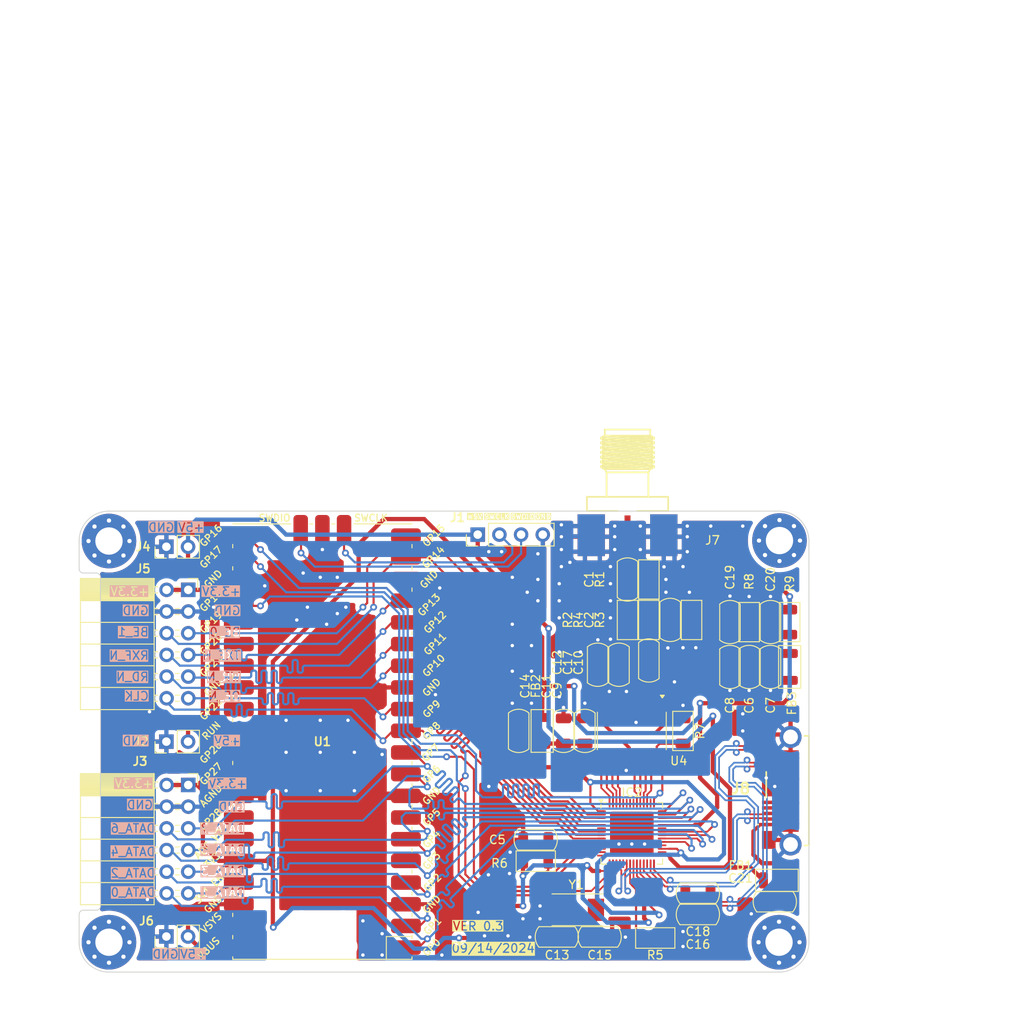
<source format=kicad_pcb>
(kicad_pcb (version 20240108) (generator "pcbnew") (generator_version "8.0")
  (layers (0 "F.Cu" signal) (31 "B.Cu" signal) (34 "B.Paste" user) (35 "F.Paste" user) (36 "B.SilkS" user "B.Silkscreen") (37 "F.SilkS" user "F.Silkscreen") (38 "B.Mask" user) (39 "F.Mask" user) (44 "Edge.Cuts" user))
  (net 0 "")
  (net 1 "+3.3V")
  (net 2 "DATA_5")
  (net 3 "BE_0")
  (net 4 "DATA_9")
  (net 5 "DATA_13")
  (net 7 "+5V")
  (net 8 "DATA_4")
  (net 9 "DATA_10")
  (net 10 "DATA_14")
  (net 11 "BE_1")
  (net 12 "DATA_12")
  (net 13 "Net-(IC2-AVDD)")
  (net 14 "SSRX-")
  (net 15 "Net-(IC2-TODP)")
  (net 16 "Net-(IC2-RREF)")
  (net 17 "TXE_N")
  (net 18 "Net-(IC2-TODN)")
  (net 19 "SWCLK")
  (net 20 "SWDIO")
  (net 21 "GPIO0")
  (net 22 "DATA_15")
  (net 23 "Net-(IC2-XI)")
  (net 24 "CLK")
  (net 25 "DATA_2")
  (net 26 "DATA_7")
  (net 28 "~{RESET_N}")
  (net 29 "D-")
  (net 30 "DATA_11")
  (net 31 "GPIO1")
  (net 32 "RXF_N")
  (net 34 "D+")
  (net 35 "WR_N")
  (net 36 "DATA_8")
  (net 37 "DATA_6")
  (net 38 "DATA_3")
  (net 39 "DATA_0")
  (net 40 "Net-(IC2-XO)")
  (net 41 "SSRX+")
  (net 42 "GNDD")
  (net 43 "GNDA")
  (net 48 "RD_N")
  (net 49 "DATA_1")
  (net 50 "OE_N")
  (net 51 "Net-(J7-In)")
  (net 52 "SSTX-")
  (net 60 "Net-(U4-PD)")
  (net 61 "Net-(U4-VIN)")
  (net 62 "/VA")
  (net 63 "/VRT")
  (net 64 "/DRVD")
  (net 65 "Net-(U4-VRM)")
  (net 66 "Net-(C1-Pad2)")
  (net 67 "Net-(C2-Pad2)")
  (net 68 "SSTX+")
  (net 69 "Net-(C21-Pad2)")
  (footprint "Capacitor_SMD_AKL:C_1206_3216Metric" (layer "F.Cu") (at 178.5 87 180)
    (property "Reference" "C5")
    (property "Value" "100nF" (hide yes))
  )
  (footprint "SamacSys_Parts:ZX360DB10P30" (layer "F.Cu") (at 208 81.25 90)
    (property "Reference" "J8")
    (property "Value" "ZX360D-B-10P_30_" (hide yes))
  )
  (footprint "MountingHole:MountingHole_3.2mm_M3_Pad_Via" (layer "F.Cu") (at 128.5 99)
    (property "Reference" "REF**" (hide yes))
    (property "Value" "MountingHole_3.2mm_M3_Pad_Via")
  )
  (footprint "ICTAMKY_V8:RPi_Pico_SMD" (layer "F.Cu") (at 153.5 75.5 180)
    (property "Reference" "U1")
    (property "Value" "Pico")
  )
  (footprint "Capacitor_SMD_AKL:C_1206_3216Metric" (layer "F.Cu") (at 180.975 98.375 180)
    (property "Reference" "C13")
    (property "Value" "18pF" (hide yes))
  )
  (footprint "Connector_PinHeader_2.54mm:PinHeader_1x02_P2.54mm_Vertical" (layer "F.Cu") (at 135.225 52.67 90)
    (property "Reference" "J4")
    (property "Value" "22-23-2021")
  )
  (footprint "Crystal:Crystal_SMD_Abracon_ABM7-2Pin_6.0x3.5mm" (layer "F.Cu") (at 183.4 95.2)
    (property "Reference" "Y1")
    (property "Value" "30Mhz")
  )
  (footprint "Resistor_SMD_AKL:R_1206_3216Metric" (layer "F.Cu") (at 191.75 56.5 90)
    (property "Reference" "R1")
    (property "Value" "56" (hide yes))
  )
  (footprint "Connector_PinSocket_2.54mm:PinSocket_2x06_P2.54mm_Horizontal" (layer "F.Cu") (at 137.79 80.58)
    (property "Reference" "J3")
    (property "Value" "90122-0126")
  )
  (footprint "Resistor_SMD_AKL:R_1206_3216Metric" (layer "F.Cu") (at 191.75 61.25 90)
    (property "Reference" "R4")
    (property "Value" "220" (hide yes))
  )
  (footprint "MountingHole:MountingHole_3.2mm_M3_Pad_Via" (layer "F.Cu") (at 207.052944 51.947056)
    (property "Reference" "REF**" (hide yes))
    (property "Value" "MountingHole_3.2mm_M3_Pad_Via")
  )
  (footprint "Capacitor_SMD_AKL:C_1206_3216Metric" (layer "F.Cu") (at 184.25 74.25 90)
    (property "Reference" "C9")
    (property "Value" "22uF" (hide yes))
  )
  (footprint "Capacitor_SMD_AKL:C_1206_3216Metric" (layer "F.Cu") (at 185.75 66.5 90)
    (property "Reference" "C12")
    (property "Value" "100nF" (hide yes))
  )
  (footprint "ICTAMKY_V8:AMPHENOL_132357-11" (layer "F.Cu") (at 189.25 49.75 -90)
    (property "Reference" "J7")
    (property "Value" "Conn_Coaxial" (hide yes))
  )
  (footprint "Resistor_SMD_AKL:R_1206_3216Metric" (layer "F.Cu") (at 195.75 74.25 90)
    (property "Reference" "R7")
    (property "Value" "10K" (hide yes))
  )
  (footprint "Inductor_SMD_AKL:L_1206_3216Metric" (layer "F.Cu") (at 206.75 91.75)
    (property "Reference" "FB1")
    (property "Value" "FerriteBead_Small" (hide yes))
  )
  (footprint "Resistor_SMD_AKL:R_1206_3216Metric" (layer "F.Cu") (at 192.5 98.5 180)
    (property "Reference" "R5")
    (property "Value" "1.6K" (hide yes))
  )
  (footprint "Capacitor_SMD_AKL:C_1206_3216Metric" (layer "F.Cu") (at 191.75 66 90)
    (property "Reference" "C10")
    (property "Value" "100nF" (hide yes))
  )
  (footprint "Capacitor_SMD_AKL:C_1206_3216Metric" (layer "F.Cu") (at 185.975 98.375)
    (property "Reference" "C15")
    (property "Value" "18pF" (hide yes))
  )
  (footprint "Capacitor_SMD_AKL:C_1206_3216Metric" (layer "F.Cu") (at 181.75 74.25 90)
    (property "Reference" "C11")
    (property "Value" "100nF" (hide yes))
  )
  (footprint "Capacitor_SMD_AKL:C_1206_3216Metric" (layer "F.Cu") (at 197.5 95.75 180)
    (property "Reference" "C16")
    (property "Value" "100nF" (hide yes))
  )
  (footprint "Capacitor_SMD_AKL:C_1206_3216Metric" (layer "F.Cu") (at 197.5 93.25 180)
    (property "Reference" "C18")
    (property "Value" "100nF" (hide yes))
  )
  (footprint "Capacitor_SMD_AKL:C_1206_3216Metric" (layer "F.Cu") (at 188.25 66.5 90)
    (property "Reference" "C17")
    (property "Value" "100nF" (hide yes))
  )
  (footprint "Package_SO:TSSOP-24_4.4x7.8mm_P0.65mm" (layer "F.Cu") (at 189.75 74.25 -90)
    (property "Reference" "U4")
    (property "Value" "ADC08100CIMTCX/NOPB(TSSOP-24)")
  )
  (footprint "Inductor_SMD_AKL:L_1206_3216Metric" (layer "F.Cu") (at 208.25 66.75 90)
    (property "Reference" "FB3")
    (property "Value" "FerriteBead_Small" (hide yes))
  )
  (footprint "Capacitor_SMD_AKL:C_1206_3216Metric" (layer "F.Cu") (at 206 61.5 90)
    (property "Reference" "C20")
    (property "Value" "100nF" (hide yes))
  )
  (footprint "Resistor_SMD_AKL:R_1206_3216Metric" (layer "F.Cu") (at 203.5 61.5 -90)
    (property "Reference" "R8")
    (property "Value" "220" (hide yes))
  )
  (footprint "Capacitor_SMD_AKL:C_1206_3216Metric" (layer "F.Cu") (at 203.5 66.75 -90)
    (property "Reference" "C6")
    (property "Value" "22uF" (hide yes))
  )
  (footprint "Package_DFN_QFN:QFN-56-1EP_7x7mm_P0.4mm_EP4x4mm" (layer "F.Cu") (at 189.75 86.25)
    (property "Reference" "IC2")
    (property "Value" "FT600Q-B-T")
  )
  (footprint "MountingHole:MountingHole_3.2mm_M3_Pad_Via" (layer "F.Cu") (at 128.5 52)
    (property "Reference" "REF**" (hide yes))
    (property "Value" "MountingHole_3.2mm_M3_Pad_Via")
  )
  (footprint "Capacitor_SMD_AKL:C_1206_3216Metric" (layer "F.Cu") (at 176.5 74.25 90)
    (property "Reference" "C14")
    (property "Value" "47uF" (hide yes))
  )
  (footprint "MountingHole:MountingHole_3.2mm_M3_Pad_Via" (layer "F.Cu") (at 207 99)
    (property "Reference" "REF**" (hide yes))
    (property "Value" "MountingHole_3.2mm_M3_Pad_Via")
  )
  (footprint "Resistor_SMD_AKL:R_1206_3216Metric" (layer "F.Cu") (at 208.25 61.5 -90)
    (property "Reference" "R9")
    (property "Value" "110" (hide yes))
  )
  (footprint "Resistor_SMD_AKL:R_1206_3216Metric" (layer "F.Cu") (at 178.5 89.5 180)
    (property "Reference" "R6")
    (property "Value" "4.7K" (hide yes))
  )
  (footprint "Resistor_SMD_AKL:R_1206_3216Metric" (layer "F.Cu") (at 189.25 61.25 -90)
    (property "Reference" "R2")
    (property "Value" "110" (hide yes))
  )
  (footprint "Capacitor_SMD_AKL:C_1206_3216Metric" (layer "F.Cu") (at 189.25 56.5 -90)
    (property "Reference" "C1")
    (property "Value" "1uF" (hide yes))
  )
  (footprint "Capacitor_SMD_AKL:C_1206_3216Metric" (layer "F.Cu") (at 206.5 94.25)
    (property "Reference" "C21")
    (property "Value" "100nF" (hide yes))
  )
  (footprint "Connector_PinSocket_2.54mm:PinSocket_2x06_P2.54mm_Horizontal" (layer "F.Cu") (at 137.79 57.72)
    (property "Reference" "J5")
    (property "Value" "90122-0126")
  )
  (footprint "Inductor_SMD_AKL:L_1206_3216Metric" (layer "F.Cu") (at 179.25 74.25 -90)
    (property "Reference" "FB2")
    (property "Value" "FerriteBead_Small" (hide yes))
  )
  (footprint "Capacitor_SMD_AKL:C_1206_3216Metric" (layer "F.Cu") (at 201.25 66.75 -90)
    (property "Reference" "C8")
    (property "Value" "100nF" (hide yes))
  )
  (footprint "Resistor_SMD_AKL:R_1206_3216Metric" (layer "F.Cu") (at 196.75 61.25 -90)
    (property "Reference" "R3")
    (property "Value" "110" (hide yes))
  )
  (footprint "Connector_PinHeader_2.54mm:PinHeader_1x02_P2.54mm_Vertical" (layer "F.Cu") (at 135.225 98.33 90)
    (property "Reference" "J6")
    (property "Value" "22-23-2021")
  )
  (footprint "Capacitor_SMD_AKL:C_1206_3216Metric" (layer "F.Cu") (at 201.25 61.5 90)
    (property "Reference" "C19")
    (property "Value" "1uF" (hide yes))
  )
  (footprint "Capacitor_SMD_AKL:C_1206_3216Metric" (layer "F.Cu") (at 194.25 61.25 90)
    (property "Reference" "C2")
    (property "Value" "1uF" (hide yes))
  )
  (footprint "Capacitor_SMD_AKL:C_1206_3216Metric" (layer "F.Cu") (at 206 66.75 -90)
    (property "Reference" "C7")
    (property "Value" "22uF" (hide yes))
  )
  (footprint "Connector_PinHeader_2.54mm:PinHeader_1x04_P2.54mm_Vertical" (layer "F.Cu") (at 171.7 51.25 90)
    (property "Reference" "J1")
    (property "Value" "Conn_01x04")
  )
  (footprint "Connector_PinHeader_2.54mm:PinHeader_1x02_P2.54mm_Vertical" (layer "F.Cu") (at 135.225 75.5 90)
    (property "Reference" "J2")
    (property "Value" "22-23-2021")
  )
  (footprint "NetTie:NetTie-2_SMD_Pad2.0mm" (layer "B.Cu") (at 204.75 71 90)
    (property "Reference" "NT1" (hide yes))
    (property "Value" "NetTie_2" (hide yes))
  )
  (gr_arc (start 127 55.75) (mid 127.353553 55.896447) (end 127.5 56.25) (stroke (width 0.1)) (layer "Edge.Cuts"))
  (gr_line (start 125 99) (end 125 95.75) (stroke (width 0.1)) (layer "Edge.Cuts"))
  (gr_line (start 125 52) (end 125 55.25) (stroke (width 0.1)) (layer "Edge.Cuts"))
  (gr_arc (start 128.5 102.5) (mid 126.025126 101.474874) (end 125 99) (stroke (width 0.1)) (layer "Edge.Cuts"))
  (gr_arc (start 127.5 94.75) (mid 127.353553 95.103553) (end 127 95.25) (stroke (width 0.1)) (layer "Edge.Cuts"))
  (gr_arc (start 125 95.75) (mid 125.146447 95.396447) (end 125.5 95.25) (stroke (width 0.1)) (layer "Edge.Cuts"))
  (gr_line (start 127.5 56.25) (end 127.5 94.75) (stroke (width 0.1)) (layer "Edge.Cuts"))
  (gr_arc (start 125 52) (mid 126.025126 49.525126) (end 128.5 48.5) (stroke (width 0.1)) (layer "Edge.Cuts"))
  (gr_arc (start 207 48.5) (mid 209.474874 49.525126) (end 210.5 52) (stroke (width 0.1)) (layer "Edge.Cuts"))
  (gr_line (start 128.5 48.5) (end 207 48.5) (stroke (width 0.1)) (layer "Edge.Cuts"))
  (gr_line (start 207 102.5) (end 128.5 102.5) (stroke (width 0.1)) (layer "Edge.Cuts"))
  (gr_arc (start 210.5 99) (mid 209.474874 101.474874) (end 207 102.5) (stroke (width 0.1)) (layer "Edge.Cuts"))
  (gr_line (start 210.5 52) (end 210.5 99) (stroke (width 0.1)) (layer "Edge.Cuts"))
  (gr_arc (start 125.5 55.75) (mid 125.146447 55.603553) (end 125 55.25) (stroke (width 0.1)) (layer "Edge.Cuts"))
  (gr_line (start 125.5 55.75) (end 127 55.75) (stroke (width 0.1)) (layer "Edge.Cuts"))
  (gr_line (start 127 95.25) (end 125.5 95.25) (stroke (width 0.1)) (layer "Edge.Cuts"))
  (gr_text "+3.3V" (at 144 58.5 0) (layer "B.SilkS" knockout) (effects (font (size 1 1)) (justify left bottom mirror)))
  (gr_text "DATA_5" (at 144.5 88.75 0) (layer "B.SilkS" knockout) (effects (font (size 1 1)) (justify left bottom mirror)))
  (gr_text "DATA_6" (at 134 86.25 0) (layer "B.SilkS" knockout) (effects (font (size 1 1)) (justify left bottom mirror)))
  (gr_text "WR_N" (at 144 68.5 0) (layer "B.SilkS" knockout) (effects (font (size 1 1)) (justify left bottom mirror)))
  (gr_text "DATA_3" (at 144.5 91.25 0) (layer "B.SilkS" knockout) (effects (font (size 1 1)) (justify left bottom mirror)))
  (gr_text "+5V" (at 139.75 51 0) (layer "B.SilkS" knockout) (effects (font (size 1 1)) (justify left bottom mirror)))
  (gr_text "DATA_2" (at 134 91.5 0) (layer "B.SilkS" knockout) (effects (font (size 1 1)) (justify left bottom mirror)))
  (gr_text "GND" (at 133.75 83.5 0) (layer "B.SilkS" knockout) (effects (font (size 1 1)) (justify left bottom mirror)))
  (gr_text "GND" (at 144 60.75 0) (layer "B.SilkS" knockout) (effects (font (size 1 1)) (justify left bottom mirror)))
  (gr_text "GND" (at 144.5 83.75 0) (layer "B.SilkS" knockout) (effects (font (size 1 1)) (justify left bottom mirror)))
  (gr_text "BE_1" (at 133.25 63.25 0) (layer "B.SilkS" knockout) (effects (font (size 1 1)) (justify left bottom mirror)))
  (gr_text "+3.3V" (at 133.25 58.5 0) (layer "B.SilkS" knockout) (effects (font (size 1 1)) (justify left bottom mirror)))
  (gr_text "+5V" (at 140 101 0) (layer "B.SilkS" knockout) (effects (font (size 1 1)) (justify left bottom mirror)))
  (gr_text "GND" (at 136.25 51 0) (layer "B.SilkS" knockout) (effects (font (size 1 1)) (justify left bottom mirror)))
  (gr_text "DATA_0" (at 134 93.75 0) (layer "B.SilkS" knockout) (effects (font (size 1 1)) (justify left bottom mirror)))
  (gr_text "BE_0" (at 144 63.25 0) (layer "B.SilkS" knockout) (effects (font (size 1 1)) (justify left bottom mirror)))
  (gr_text "GND" (at 136.75 101 0) (layer "B.SilkS" knockout) (effects (font (size 1 1)) (justify left bottom mirror)))
  (gr_text "GND" (at 133.25 60.75 0) (layer "B.SilkS" knockout) (effects (font (size 1 1)) (justify left bottom mirror)))
  (gr_text "+3.3V" (at 144.75 81 0) (layer "B.SilkS" knockout) (effects (font (size 1 1)) (justify left bottom mirror)))
  (gr_text "OE_N" (at 144 70.75 0) (layer "B.SilkS" knockout) (effects (font (size 1 1)) (justify left bottom mirror)))
  (gr_text "GND" (at 133.25 76 0) (layer "B.SilkS" knockout) (effects (font (size 1 1)) (justify left bottom mirror)))
  (gr_text "CLK" (at 133.25 70.75 0) (layer "B.SilkS" knockout) (effects (font (size 1 1)) (justify left bottom mirror)))
  (gr_text "DATA_7" (at 144.5 86.25 0) (layer "B.SilkS" knockout) (effects (font (size 1 1)) (justify left bottom mirror)))
  (gr_text "DATA_1" (at 144.5 93.75 0) (layer "B.SilkS" knockout) (effects (font (size 1 1)) (justify left bottom mirror)))
  (gr_text "TXE_N" (at 144 66 0) (layer "B.SilkS" knockout) (effects (font (size 1 1)) (justify left bottom mirror)))
  (gr_text "RD_N" (at 133.25 68.5 0) (layer "B.SilkS" knockout) (effects (font (size 1 1)) (justify left bottom mirror)))
  (gr_text "+3.3V" (at 133.75 81 0) (layer "B.SilkS" knockout) (effects (font (size 1 1)) (justify left bottom mirror)))
  (gr_text "+5V" (at 144 76 0) (layer "B.SilkS" knockout) (effects (font (size 1 1)) (justify left bottom mirror)))
  (gr_text "DATA_4" (at 134 89 0) (layer "B.SilkS" knockout) (effects (font (size 1 1)) (justify left bottom mirror)))
  (gr_text "RXF_N" (at 133.25 66 0) (layer "B.SilkS" knockout) (effects (font (size 1 1)) (justify left bottom mirror)))
  (gr_text "VER 0.3" (at 168.7 97.7 0) (layer "F.SilkS" knockout) (effects (font (size 1 1)) (justify left bottom)))
  (gr_text "+5V" (at 170.35 49.5 0) (layer "F.SilkS" knockout) (effects (font (size 0.6 0.6) (thickness 0.1) (bold yes)) (justify left bottom)))
  (gr_text "SWDIO" (at 175.5 49.5 0) (layer "F.SilkS" knockout) (effects (font (size 0.6 0.6) (thickness 0.1) (bold yes)) (justify left bottom)))
  (gr_text "09/14/2024" (at 168.55 100.3 0) (layer "F.SilkS" knockout) (effects (font (size 1 1)) (justify left bottom)))
  (gr_text "SWCLK" (at 172.4 49.5 0) (layer "F.SilkS" knockout) (effects (font (size 0.6 0.6) (thickness 0.1) (bold yes)) (justify left bottom)))
  (gr_text "GND" (at 178.4 49.5 0) (layer "F.SilkS" knockout) (effects (font (size 0.6 0.6) (thickness 0.1) (bold yes)) (justify left bottom)))
  (segment (start 147.07 89.28) (end 147.7 88.65) (width 0.5) (layer "F.Cu") (net 1))
  (segment (start 139.5 80.25) (end 139.17 80.58) (width 0.5) (layer "F.Cu") (net 1))
  (segment (start 135.25 80.58) (end 137.79 80.58) (width 0.5) (layer "F.Cu") (net 1))
  (segment (start 138.83 80.58) (end 139.5 81.25) (width 0.5) (layer "F.Cu") (net 1))
  (segment (start 191.2 96.2) (end 191.2 93.5) (width 0.5) (layer "F.Cu") (net 1))
  (segment (start 147.705 89.47) (end 147.7 89.465) (width 0.5) (layer "F.Cu") (net 1))
  (segment (start 179.25 69.75) (end 179.25 68.25) (width 0.5) (layer "F.Cu") (net 1))
  (segment (start 139.5 57.765) (end 139.5 79.25) (width 0.5) (layer "F.Cu") (net 1))
  (segment (start 198.75 61.25) (end 198.75 58.75) (width 0.5) (layer "F.Cu") (net 1))
  (segment (start 206.75 57) (end 208.25 58.5) (width 0.5) (layer "F.Cu") (net 1))
  (segment (start 147.075 89.47) (end 147.07 89.47) (width 0.5) (layer "F.Cu") (net 1))
  (segment (start 196.75 62.7125) (end 197.2875 62.7125) (width 0.5) (layer "F.Cu") (net 1))
  (segment (start 139.5 87.6) (end 139.5 81.25) (width 0.5) (layer "F.Cu") (net 1))
  (segment (start 186.75 90.65) (end 187.15 90.25) (width 0.2) (layer "F.Cu") (net 1))
  (segment (start 185.95 90.65) (end 185.15 90.65) (width 0.5) (layer "F.Cu") (net 1))
  (segment (start 139.17 80.58) (end 137.79 80.58) (width 0.5) (layer "F.Cu") (net 1))
  (segment (start 147.07 89.47) (end 147.7 90.1) (width 0.5) (layer "F.Cu") (net 1))
  (segment (start 144.61 89.47) (end 146.75 89.47) (width 0.5) (layer "F.Cu") (net 1))
  (segment (start 147.075 89.47) (end 147.705 89.47) (width 0.5) (layer "F.Cu") (net 1))
  (segment (start 147.7 89.465) (end 147.7 88.65) (width 0.5) (layer "F.Cu") (net 1))
  (segment (start 197.15 85.25) (end 193 85.25) (width 0.2) (layer "F.Cu") (net 1))
  (segment (start 197.2875 62.7125) (end 198.75 61.25) (width 0.5) (layer "F.Cu") (net 1))
  (segment (start 137.79 57.72) (end 139.545 57.72) (width 0.5) (layer "F.Cu") (net 1))
  (segment (start 197.7 85.25) (end 199.75 83.2) (width 0.5) (layer "F.Cu") (net 1))
  (segment (start 179.25 69) (end 179.25 70.5) (width 0.5) (layer "F.Cu") (net 1))
  (segment (start 208.25 58.5) (end 208.25 60.0375) (width 0.5) (layer "F.Cu") (net 1))
  (segment (start 199.75 81.75) (end 197.75 79.75) (width 0.5) (layer "F.Cu") (net 1))
  (segment (start 180 69) (end 179.25 69) (width 0.5) (layer "F.Cu") (net 1))
  (segment (start 139.5 80) (end 139.5 79.25) (width 0.5) (layer "F.Cu") (net 1))
  (segment (start 187.15 90.25) (end 187.15 89.8) (width 0.2) (layer "F.Cu") (net 1))
  (segment (start 180 69) (end 179.25 68.25) (width 0.5) (layer "F.Cu") (net 1))
  (segment (start 191.7 96.7) (end 191.2 96.2) (width 0.5) (layer "F.Cu") (net 1))
  (segment (start 197.15 85.25) (end 197.7 85.25) (width 0.5) (layer "F.Cu") (net 1))
  (segment (start 179.25 71.5) (end 179.25 70.25) (width 0.5) (layer "F.Cu") (net 1))
  (segment (start 147.7 89.475) (end 147.7 90.1) (width 0.5) (layer "F.Cu") (net 1))
  (segment (start 183 69) (end 180 69) (width 0.5) (layer "F.Cu") (net 1))
  (segment (start 177 89.5375) (end 177.0375 89.5) (width 0.5) (layer "F.Cu") (net 1))
  (segment (start 177 94.75) (end 174.25 94.75) (width 0.5) (layer "F.Cu") (net 1))
  (segment (start 139.545 57.72) (end 139.5 57.765) (width 0.5) (layer "F.Cu") (net 1))
  (segment (start 146.75 89.47) (end 147.07 89.47) (width 0.5) (layer "F.Cu") (net 1))
  (segment (start 147.07 89.47) (end 147.07 89.28) (width 0.5) (layer "F.Cu") (net 1))
  (segment (start 208.25 68.325) (end 208.25 70.25) (width 0.5) (layer "F.Cu") (net 1))
  (segment (start 147.75 97.25) (end 147.7 97.2) (width 0.5) (layer "F.Cu") (net 1))
  (segment (start 137.79 80.58) (end 138.83 80.58) (width 0.5) (layer "F.Cu") (net 1))
  (segment (start 185.15 90.65) (end 184.5 90) (width 0.5) (layer "F.Cu") (net 1))
  (segment (start 135.25 57.72) (end 137.79 57.72) (width 0.5) (layer "F.Cu") (net 1))
  (segment (start 147.705 89.47) (end 147.7 89.475) (width 0.5) (layer "F.Cu") (net 1))
  (segment (start 177 91.25) (end 177 89.5375) (width 0.5) (layer "F.Cu") (net 1))
  (segment (start 138.9 80.58) (end 139.23 80.58) (width 0.5) (layer "F.Cu") (net 1))
  (segment (start 197.75 79.75) (end 197.75 71) (width 0.5) (layer "F.Cu") (net 1))
  (segment (start 179.25 63.25) (end 165.425 49.425) (width 0.5) (layer "F.Cu") (net 1))
  (segment (start 191.2 92.9) (end 191.2 93.5) (width 0.25) (layer "F.Cu") (net 1))
  (segment (start 187.15 89.8) (end 187.15 89.7) (width 0.2) (layer "F.Cu") (net 1))
  (segment (start 157.75 52.375) (end 157.75 56.075) (width 0.5) (layer "F.Cu") (net 1))
  (segment (start 190.2 91.9) (end 189.95 91.65) (width 0.2) (layer "F.Cu") (net 1))
  (segment (start 179.25 70.5) (end 179.25 69.75) (width 0.5) (layer "F.Cu") (net 1))
  (segment (start 139.5 81.25) (end 139.5 80) (width 0.5) (layer "F.Cu") (net 1))
  (segment (start 160.7 49.425) (end 157.75 52.375) (width 0.5) (layer "F.Cu") (net 1))
  (segment (start 141.37 89.47) (end 139.5 87.6) (width 0.5) (layer "F.Cu") (net 1))
  (segment (start 139.275 80.58) (end 138.9 80.58) (width 0.5) (layer "F.Cu") (net 1))
  (segment (start 198.75 58.75) (end 200.5 57) (width 0.5) (layer "F.Cu") (net 1))
  (segment (start 197.75 71) (end 207.5 71) (width 0.5) (layer "F.Cu") (net 1))
  (segment (start 147.7 97.2) (end 147.7 90.1) (width 0.5) (layer "F.Cu") (net 1))
  (segment (start 147.7 66.125) (end 147.7 88.65) (width 0.5) (layer "F.Cu") (net 1))
  (segment (start 199.75 83.2) (end 199.75 81.75) (width 0.5) (layer "F.Cu") (net 1))
  (segment (start 185.95 90.65) (end 186.75 90.65) (width 0.2) (layer "F.Cu") (net 1))
  (segment (start 189.95 91.65) (end 189.95 89.5) (width 0.2) (layer "F.Cu") (net 1))
  (segment (start 144.61 89.47) (end 141.37 89.47) (width 0.5) (layer "F.Cu") (net 1))
  (segment (start 180 69) (end 179.25 69.75) (width 0.5) (layer "F.Cu") (net 1))
  (segment (start 165.425 49.425) (end 160.7 49.425) (width 0.5) (layer "F.Cu") (net 1))
  (segment (start 200.5 57) (end 206.75 57) (width 0.5) (layer "F.Cu") (net 1))
  (segment (start 207.5 71) (end 208.25 70.25) (width 0.5) (layer "F.Cu") (net 1))
  (segment (start 146.75 89.47) (end 147.075 89.47) (width 0.5) (layer "F.Cu") (net 1))
  (segment (start 190.2 91.9) (end 191.2 92.9) (width 0.25) (layer "F.Cu") (net 1))
  (segment (start 174.25 94.75) (end 170.5 98.5) (width 0.5) (layer "F.Cu") (net 1))
  (segment (start 137.79 80.58) (end 138.92 80.58) (width 0.5) (layer "F.Cu") (net 1))
  (segment (start 179.25 71.5) (end 179.25 72.675) (width 0.5) (layer "F.Cu") (net 1))
  (segment (start 179.25 70.5) (end 179.25 71.5) (width 0.5) (layer "F.Cu") (net 1))
  (segment (start 170.5 98.5) (end 169.5 98.5) (width 0.5) (layer "F.Cu") (net 1))
  (segment (start 138.92 80.58) (end 139.5 80) (width 0.5) (layer "F.Cu") (net 1))
  (segment (start 187.15 89.6) (end 187.15 89.5) (width 0.2) (layer "F.Cu") (net 1))
  (segment (start 179.25 68.25) (end 179.25 63.25) (width 0.5) (layer "F.Cu") (net 1))
  (segment (start 157.75 56.075) (end 147.7 66.125) (width 0.5) (layer "F.Cu") (net 1))
  (via (at 184.5 90) (size 0.8) (drill 0.4) (layers "F.Cu" "B.Cu") (net 1))
  (via (at 169.5 98.5) (size 0.8) (drill 0.4) (layers "F.Cu" "B.Cu") (net 1))
  (via (at 147.75 97.25) (size 0.8) (drill 0.4) (layers "F.Cu" "B.Cu") (net 1))
  (via (at 197.75 71) (size 0.8) (drill 0.4) (layers "F.Cu" "B.Cu") (net 1))
  (via (at 208.25 58.5) (size 0.8) (drill 0.4) (layers "F.Cu" "B.Cu") (net 1))
  (via (at 177 91.25) (size 0.8) (drill 0.4) (layers "F.Cu" "B.Cu") (net 1))
  (via (at 183 69) (size 0.8) (drill 0.4) (layers "F.Cu" "B.Cu") (net 1))
  (via (at 208.25 70.25) (size 0.8) (drill 0.4) (layers "F.Cu" "B.Cu") (net 1))
  (via (at 177 94.75) (size 0.8) (drill 0.4) (layers "F.Cu" "B.Cu") (net 1))
  (via (at 191.7 96.7) (size 0.8) (drill 0.4) (layers "F.Cu" "B.Cu") (net 1))
  (segment (start 191.7 96.7) (end 186.85 96.7) (width 0.5) (layer "B.Cu") (net 1))
  (segment (start 184 93.85) (end 184 90.75) (width 0.5) (layer "B.Cu") (net 1))
  (segment (start 183 69) (end 183 73) (width 0.5) (layer "B.Cu") (net 1))
  (segment (start 184 90.75) (end 184 90.5) (width 0.5) (layer "B.Cu") (net 1))
  (segment (start 208.25 65.075) (end 208.25 70.25) (width 0.5) (layer "B.Cu") (net 1))
  (segment (start 184 90.5) (end 184.5 90) (width 0.5) (layer "B.Cu") (net 1))
  (segment (start 184.5 74.5) (end 195.75 74.5) (width 0.5) (layer "B.Cu") (net 1))
  (segment (start 164.25 99.75) (end 166.5 99.75) (width 0.5) (layer "B.Cu") (net 1))
  (segment (start 208.25 64.5) (end 208.25 65.075) (width 0.5) (layer "B.Cu") (net 1))
  (segment (start 147.75 97.25) (end 150 95) (width 0.5) (layer "B.Cu") (net 1))
  (segment (start 184 90) (end 184.5 90) (width 0.5) (layer "B.Cu") (net 1))
  (segment (start 184 90.75) (end 184 90.55) (width 0.5) (layer "B.Cu") (net 1))
  (segment (start 208.25 58.5) (end 208.25 63.175) (width 0.5) (layer "B.Cu") (net 1))
  (segment (start 177 94.75) (end 177 91.25) (width 0.5) (layer "B.Cu") (net 1))
  (segment (start 178.25 90) (end 183.45 90) (width 0.5) (layer "B.Cu") (net 1))
  (segment (start 183.45 90) (end 184 90) (width 0.5) (layer "B.Cu") (net 1))
  (segment (start 197.75 72.5) (end 197.75 71) (width 0.5) (layer "B.Cu") (net 1))
  (segment (start 166.5 99.75) (end 167.75 98.5) (width 0.5) (layer "B.Cu") (net 1))
  (segment (start 167.75 98.5) (end 169.5 98.5) (width 0.5) (layer "B.Cu") (net 1))
  (segment (start 208.25 63.475) (end 208.25 63.175) (width 0.5) (layer "B.Cu") (net 1))
  (segment (start 159.5 95) (end 164.25 99.75) (width 0.5) (layer "B.Cu") (net 1))
  (segment (start 195.75 74.5) (end 197.75 72.5) (width 0.5) (layer "B.Cu") (net 1))
  (segment (start 177 91.25) (end 178.25 90) (width 0.5) (layer "B.Cu") (net 1))
  (segment (start 208.25 63.175) (end 208.25 64.5) (width 0.5) (layer "B.Cu") (net 1))
  (segment (start 184 90.55) (end 183.45 90) (width 0.5) (layer "B.Cu") (net 1))
  (segment (start 184 90.75) (end 184 90) (width 0.5) (layer "B.Cu") (net 1))
  (segment (start 183 73) (end 184.5 74.5) (width 0.5) (layer "B.Cu") (net 1))
  (segment (start 186.85 96.7) (end 184 93.85) (width 0.5) (layer "B.Cu") (net 1))
  (segment (start 150 95) (end 159.5 95) (width 0.5) (layer "B.Cu") (net 1))
  (segment (start 195.9125 84.1625) (end 196.675 83.4) (width 0.25) (layer "F.Cu") (net 2))
  (segment (start 195.9125 84.1625) (end 195.625 84.45) (width 0.2) (layer "F.Cu") (net 2))
  (segment (start 164.19 84.39) (end 162.39 84.39) (width 0.25) (layer "F.Cu") (net 2))
  (segment (start 195.625 84.45) (end 193 84.45) (width 0.2) (layer "F.Cu") (net 2))
  (segment (start 165.8 86) (end 164.19 84.39) (width 0.25) (layer "F.Cu") (net 2))
  (via (at 165.8 86) (size 0.8) (drill 0.4) (layers "F.Cu" "B.Cu") (net 2))
  (via (at 196.675 83.4) (size 0.8) (drill 0.4) (layers "F.Cu" "B.Cu") (net 2))
  (segment (start 148.41 87.628597) (end 148.41 87.24) (width 0.25) (layer "B.Cu") (net 2))
  (segment (start 163.8 86) (end 165.8 86) (width 0.25) (layer "B.Cu") (net 2))
  (segment (start 196.225 83.85) (end 168 83.85) (width 0.25) (layer "B.Cu") (net 2))
  (segment (start 165.96 84.430749) (end 165.96 84.09) (width 0.25) (layer "B.Cu") (net 2))
  (segment (start 167.16 84.380748) (end 167.16 84.09) (width 0.25) (layer "B.Cu") (net 2))
  (segment (start 147.81 87) (end 147.81 87.628597) (width 0.25) (layer "B.Cu") (net 2))
  (segment (start 147.57 87.868597) (end 147.45 87.868597) (width 0.25) (layer "B.Cu") (net 2))
  (segment (start 163.25 83.85) (end 162.8 84.3) (width 0.25) (layer "B.Cu") (net 2))
  (segment (start 146.61 86.371403) (end 146.61 86.76) (width 0.25) (layer "B.Cu") (net 2))
  (segment (start 166.92 83.85) (end 166.8 83.85) (width 0.25) (layer "B.Cu") (net 2))
  (segment (start 196.675 83.4) (end 196.225 83.85) (width 0.25) (layer "B.Cu") (net 2))
  (segment (start 167.76 84.09) (end 167.76 84.380748) (width 0.25) (layer "B.Cu") (net 2))
  (segment (start 146.25 87) (end 145.25 87) (width 0.25) (layer "B.Cu") (net 2))
  (segment (start 149.01 87.24) (end 149.01 87.628597) (width 0.25) (layer "B.Cu") (net 2))
  (segment (start 162.8 85) (end 163.8 86) (width 0.25) (layer "B.Cu") (net 2))
  (segment (start 147.81 86.371403) (end 147.81 87) (width 0.25) (layer "B.Cu") (net 2))
  (segment (start 167.52 84.620748) (end 167.4 84.620748) (width 0.25) (layer "B.Cu") (net 2))
  (segment (start 141.05 88.2) (end 137.79 88.2) (width 0.25) (layer "B.Cu") (net 2))
  (segment (start 146.97 86.131403) (end 146.85 86.131403) (width 0.25) (layer "B.Cu") (net 2))
  (segment (start 147.21 87) (end 147.21 86.76) (width 0.25) (layer "B.Cu") (net 2))
  (segment (start 165.6 83.85) (end 164.764856 83.85) (width 0.25) (layer "B.Cu") (net 2))
  (segment (start 147.21 86.76) (end 147.21 86.371403) (width 0.25) (layer "B.Cu") (net 2))
  (segment (start 145.25 87) (end 142.25 87) (width 0.25) (layer "B.Cu") (net 2))
  (segment (start 148.77 87.868597) (end 148.65 87.868597) (width 0.25) (layer "B.Cu") (net 2))
  (segment (start 148.17 86.131403) (end 148.05 86.131403) (width 0.25) (layer "B.Cu") (net 2))
  (segment (start 166.32 84.670749) (end 166.2 84.670749) (width 0.25) (layer "B.Cu") (net 2))
  (segment (start 148.41 87.24) (end 148.41 87) (width 0.25) (layer "B.Cu") (net 2))
  (segment (start 162.8 84.3) (end 162.8 85) (width 0.25) (layer "B.Cu") (net 2))
  (segment (start 165.5 87) (end 149.25 87) (width 0.25) (layer "B.Cu") (net 2))
  (segment (start 165.8 86.7) (end 165.8 86) (width 0.25) (layer "B.Cu") (net 2))
  (segment (start 165.8 86.7) (end 165.5 87) (width 0.25) (layer "B.Cu") (net 2))
  (segment (start 147.21 87.628597) (end 147.21 87) (width 0.25) (layer "B.Cu") (net 2))
  (segment (start 148.41 87) (end 148.41 86.371403) (width 0.25) (layer "B.Cu") (net 2))
  (segment (start 142.25 87) (end 141.05 88.2) (width 0.25) (layer "B.Cu") (net 2))
  (segment (start 165.72 83.85) (end 165.6 83.85) (width 0.25) (layer "B.Cu") (net 2))
  (segment (start 166.56 84.09) (end 166.56 84.430749) (width 0.25) (layer "B.Cu") (net 2))
  (segment (start 146.37 87) (end 146.25 87) (width 0.25) (layer "B.Cu") (net 2))
  (segment (start 164.764856 83.85) (end 163.25 83.85) (width 0.25) (layer "B.Cu") (net 2))
  (arc (start 149.01 87.628597) (mid 148.939706 87.798303) (end 148.77 87.868597) (width 0.25) (layer "B.Cu") (net 2))
  (arc (start 166.8 83.85) (mid 166.630294 83.920294) (end 166.56 84.09) (width 0.25) (layer "B.Cu") (net 2))
  (arc (start 167.16 84.09) (mid 167.089706 83.920294) (end 166.92 83.85) (width 0.25) (layer "B.Cu") (net 2))
  (arc (start 147.81 87.628597) (mid 147.739706 87.798303) (end 147.57 87.868597) (width 0.25) (layer "B.Cu") (net 2))
  (arc (start 148.41 86.371403) (mid 148.339706 86.201697) (end 148.17 86.131403) (width 0.25) (layer "B.Cu") (net 2))
  (arc (start 167.76 84.380748) (mid 167.689706 84.550454) (end 167.52 84.620748) (width 0.25) (layer "B.Cu") (net 2))
  (arc (start 166.2 84.670749) (mid 166.030294 84.600455) (end 165.96 84.430749) (width 0.25) (layer "B.Cu") (net 2))
  (arc (start 149.25 87) (mid 149.080294 87.070294) (end 149.01 87.24) (width 0.25) (layer "B.Cu") (net 2))
  (arc (start 165.96 84.09) (mid 165.889706 83.920294) (end 165.72 83.85) (width 0.25) (layer "B.Cu") (net 2))
  (arc (start 147.45 87.868597) (mid 147.280294 87.798303) (end 147.21 87.628597) (width 0.25) (layer "B.Cu") (net 2))
  (arc (start 166.56 84.430749) (mid 166.489706 84.600455) (end 166.32 84.670749) (width 0.25) (layer "B.Cu") (net 2))
  (arc (start 146.61 86.76) (mid 146.539706 86.929706) (end 146.37 87) (width 0.25) (layer "B.Cu") (net 2))
  (arc (start 148.65 87.868597) (mid 148.480294 87.798303) (end 148.41 87.628597) (width 0.25) (layer "B.Cu") (net 2))
  (arc (start 168 83.85) (mid 167.830294 83.920294) (end 167.76 84.09) (width 0.25) (layer "B.Cu") (net 2))
  (arc (start 167.4 84.620748) (mid 167.230294 84.550454) (end 167.16 84.380748) (width 0.25) (layer "B.Cu") (net 2))
  (arc (start 148.05 86.131403) (mid 147.880294 86.201697) (end 147.81 86.371403) (width 0.25) (layer "B.Cu") (net 2))
  (arc (start 146.85 86.131403) (mid 146.680294 86.201697) (end 146.61 86.371403) (width 0.25) (layer "B.Cu") (net 2))
  (arc (start 147.21 86.371403) (mid 147.139706 86.201697) (end 146.97 86.131403) (width 0.25) (layer "B.Cu") (net 2))
  (segment (start 174.5 60.2) (end 165.67 51.37) (width 0.25) (layer "F.Cu") (net 3))
  (segment (start 180.5 82) (end 174.5 76) (width 0.25) (layer "F.Cu") (net 3))
  (segment (start 174.5 76) (end 174.5 60.2) (width 0.25) (layer "F.Cu") (net 3))
  (segment (start 184.4 83.9) (end 182.5 82) (width 0.25) (layer "F.Cu") (net 3))
  (segment (start 158.75 55.01) (end 162.39 51.37) (width 0.25) (layer "F.Cu") (net 3))
  (segment (start 182.5 82) (end 180.5 82) (width 0.25) (layer "F.Cu") (net 3))
  (segment (start 158.75 59.25) (end 158.75 55.01) (width 0.25) (layer "F.Cu") (net 3))
  (segment (start 184.55 84.05) (end 186.5 84.05) (width 0.2) (layer "F.Cu") (net 3))
  (segment (start 165.67 51.37) (end 162.39 51.37) (width 0.25) (layer "F.Cu") (net 3))
  (segment (start 184.4 83.9) (end 184.55 84.05) (width 0.2) (layer "F.Cu") (net 3))
  (segment (start 158.25 59.75) (end 158.75 59.25) (width 0.25) (layer "F.Cu") (net 3))
  (via (at 158.25 59.75) (size 0.8) (drill 0.4) (layers "F.Cu" "B.Cu") (net 3))
  (segment (start 141.97 62.111281) (end 141.85 62.111281) (width 0.25) (layer "B.Cu") (net 3))
  (segment (start 141.25 62.8) (end 140.3 62.8) (width 0.25) (layer "B.Cu") (net 3))
  (segment (start 142.630874 63.219126) (end 142.419563 63.219126) (width 0.25) (layer "B.Cu") (net 3))
  (segment (start 142.21 63.009563) (end 142.21 62.8) (width 0.25) (layer "B.Cu") (net 3))
  (segment (start 142.21 62.56) (end 142.21 62.351281) (width 0.25) (layer "B.Cu") (net 3))
  (segment (start 141.37 62.8) (end 141.25 62.8) (width 0.25) (layer "B.Cu") (net 3))
  (segment (start 141.61 62.351281) (end 141.61 62.56) (width 0.25) (layer "B.Cu") (net 3))
  (segment (start 155.2 62.8) (end 143.05 62.8) (width 0.25) (layer "B.Cu") (net 3))
  (segment (start 142.21 62.8) (end 142.21 62.56) (width 0.25) (layer "B.Cu") (net 3))
  (segment (start 140.3 62.8) (end 137.79 62.8) (width 0.25) (layer "B.Cu") (net 3))
  (segment (start 158.25 59.75) (end 155.2 62.8) (width 0.25) (layer "B.Cu") (net 3))
  (arc (start 142.840437 63.009563) (mid 142.779057 63.157746) (end 142.630874 63.219126) (width 0.25) (layer "B.Cu") (net 3))
  (arc (start 143.05 62.8) (mid 142.901817 62.86138) (end 142.840437 63.009563) (width 0.25) (layer "B.Cu") (net 3))
  (arc (start 141.61 62.56) (mid 141.539706 62.729706) (end 141.37 62.8) (width 0.25) (layer "B.Cu") (net 3))
  (arc (start 142.21 62.351281) (mid 142.139706 62.181575) (end 141.97 62.111281) (width 0.25) (layer "B.Cu") (net 3))
  (arc (start 141.85 62.111281) (mid 141.680294 62.181575) (end 141.61 62.351281) (width 0.25) (layer "B.Cu") (net 3))
  (arc (start 142.419563 63.219126) (mid 142.27138 63.157746) (end 142.21 63.009563) (width 0.25) (layer "B.Cu") (net 3))
  (segment (start 191.15 81.5) (end 191.15 83) (width 0.2) (layer "F.Cu") (net 4))
  (segment (start 191.375 81.1) (end 191.375 77.1125) (width 0.25) (layer "F.Cu") (net 4))
  (segment (start 191.375 81.1) (end 191.375 81.275) (width 0.2) (layer "F.Cu") (net 4))
  (segment (start 191.375 81.275) (end 191.15 81.5) (width 0.2) (layer "F.Cu") (net 4))
  (segment (start 187.475 80.775) (end 187.95 81.25) (width 0.2) (layer "F.Cu") (net 5))
  (segment (start 187.475 80.6) (end 187.475 77.1125) (width 0.25) (layer "F.Cu") (net 5))
  (segment (start 187.475 80.6) (end 187.475 80.775) (width 0.2) (layer "F.Cu") (net 5))
  (segment (start 187.95 81.25) (end 187.95 83) (width 0.2) (layer "F.Cu") (net 5))
  (segment (start 199.25 79) (end 199.25 72.5) (width 0.5) (layer "F.Cu") (net 7))
  (segment (start 131.6 73.325) (end 131.625 73.3) (width 0.5) (layer "F.Cu") (net 7))
  (segment (start 200 79.75) (end 199.25 79) (width 0.5) (layer "F.Cu") (net 7))
  (segment (start 193.9 88.85) (end 193 88.85) (width 0.2) (layer "F.Cu") (net 7))
  (segment (start 201.25 81) (end 200 79.75) (width 0.5) (layer "F.Cu") (net 7))
  (segment (start 131.625 73.3) (end 132.575 73.3) (width 0.5) (layer "F.Cu") (net 7))
  (segment (start 201.9 90.25) (end 203.65 90.25) (width 0.5) (layer "F.Cu") (net 7))
  (segment (start 203.65 90.25) (end 205.15 91.75) (width 0.5) (layer "F.Cu") (net 7))
  (segment (start 201.25 89.45) (end 201.25 89.6) (width 0.5) (layer "F.Cu") (net 7))
  (segment (start 194.275 89.2) (end 195.325 90.25) (width 0.5) (layer "F.Cu") (net 7))
  (segment (start 137.1 73.3) (end 137.765 73.965) (width 0.5) (layer "F.Cu") (net 7))
  (segment (start 132.325 73.3) (end 131.6 74.025) (width 0.5) (layer "F.Cu") (net 7))
  (segment (start 131.6 56.6) (end 131.6 72.525) (width 0.5) (layer "F.Cu") (net 7))
  (segment (start 132.575 73.3) (end 132.325 73.3) (width 0.5) (layer "F.Cu") (net 7))
  (segment (start 133.4 96.25) (end 131.6 94.45) (width 0.5) (layer "F.Cu") (net 7))
  (segment (start 137.765 54.06) (end 136.5 55.325) (width 0.5) (layer "F.Cu") (net 7))
  (segment (start 137.765 52.67) (end 137.765 54.06) (width 0.5) (layer "F.Cu") (net 7))
  (segment (start 201.25 90.25) (end 201.25 89.45) (width 0.5) (layer "F.Cu") (net 7))
  (segment (start 201.25 89.45) (end 201.25 81) (width 0.5) (layer "F.Cu") (net 7))
  (segment (start 180 62.25) (end 171.7 53.95) (width 0.5) (layer "F.Cu") (net 7))
  (segment (start 132.575 73.3) (end 137.1 73.3) (width 0.5) (layer "F.Cu") (net 7))
  (segment (start 132.875 55.325) (end 131.6 56.6) (width 0.5) (layer "F.Cu") (net 7))
  (segment (start 132.575 73.3) (end 132.4 73.3) (width 0.5) (layer "F.Cu") (net 7))
  (segment (start 201.25 90.25) (end 201.9 90.25) (width 0.5) (layer "F.Cu") (net 7))
  (segment (start 139.065 99.63) (end 137.765 98.33) (width 0.5) (layer "F.Cu") (net 7))
  (segment (start 205.15 91.75) (end 205.175 91.75) (width 0.5) (layer "F.Cu") (net 7))
  (segment (start 136.5 55.325) (end 132.875 55.325) (width 0.5) (layer "F.Cu") (net 7))
  (segment (start 200.65 90.25) (end 201.25 90.25) (width 0.5) (layer "F.Cu") (net 7))
  (segment (start 137.765 98.33) (end 137.765 96.89) (width 0.5) (layer "F.Cu") (net 7))
  (segment (start 131.6 74.025) (end 131.6 72.525) (width 0.5) (layer "F.Cu") (net 7))
  (segment (start 194.25 89.2) (end 193.9 88.85) (width 0.2) (layer "F.Cu") (net 7))
  (segment (start 131.625 72.525) (end 131.6 72.525) (width 0.5) (layer "F.Cu") (net 7))
  (segment (start 195.325 90.25) (end 200.65 90.25) (width 0.5) (layer "F.Cu") (net 7))
  (segment (start 201.25 89.65) (end 200.65 90.25) (width 0.5) (layer "F.Cu") (net 7))
  (segment (start 137.125 96.25) (end 133.4 96.25) (width 0.5) (layer "F.Cu") (net 7))
  (segment (start 144.61 99.63) (end 139.065 99.63) (width 0.5) (layer "F.Cu") (net 7))
  (segment (start 137.765 73.965) (end 137.765 75.5) (width 0.5) (layer "F.Cu") (net 7))
  (segment (start 201.25 89.6) (end 201.9 90.25) (width 0.5) (layer "F.Cu") (net 7))
  (segment (start 132.4 73.3) (end 131.625 72.525) (width 0.5) (layer "F.Cu") (net 7))
  (segment (start 131.6 94.45) (end 131.6 74.025) (width 0.5) (layer "F.Cu") (net 7))
  (segment (start 137.765 96.89) (end 137.125 96.25) (width 0.5) (layer "F.Cu") (net 7))
  (segment (start 201.25 89.45) (end 201.25 89.65) (width 0.5) (layer "F.Cu") (net 7))
  (segment (start 171.7 53.95) (end 171.7 51.25) (width 0.5) (layer "F.Cu") (net 7))
  (via (at 180 62.25) (size 0.8) (drill 0.4) (layers "F.Cu" "B.Cu") (net 7))
  (via (at 199.25 72.5) (size 0.8) (drill 0.4) (layers "F.Cu" "B.Cu") (net 7))
  (segment (start 138.75 49.5) (end 137.765 50.485) (width 0.5) (layer "B.Cu") (net 7))
  (segment (start 181.75 75.5) (end 196.25 75.5) (width 0.5) (layer "B.Cu") (net 7))
  (segment (start 171.7 51.25) (end 149.25 51.25) (width 0.5) (layer "B.Cu") (net 7))
  (segment (start 196.25 75.5) (end 199.25 72.5) (width 0.5) (layer "B.Cu") (net 7))
  (segment (start 180 62.25) (end 180 73.75) (width 0.5) (layer "B.Cu") (net 7))
  (segment (start 147.5 49.5) (end 138.75 49.5) (width 0.5) (layer "B.Cu") (net 7))
  (segment (start 149.25 51.25) (end 147.5 49.5) (width 0.5) (layer "B.Cu") (net 7))
  (segment (start 180 73.75) (end 181.75 75.5) (width 0.5) (layer "B.Cu") (net 7))
  (segment (start 137.765 50.485) (end 137.765 52.67) (width 0.5) (layer "B.Cu") (net 7))
  (segment (start 164.13 86.93) (end 162.39 86.93) (width 0.25) (layer "F.Cu") (net 8))
  (segment (start 196.35 84.85) (end 193 84.85) (width 0.2) (layer "F.Cu") (net 8))
  (segment (start 197.75 83.45) (end 196.55 84.65) (width 0.25) (layer "F.Cu") (net 8))
  (segment (start 196.55 84.65) (end 196.35 84.85) (width 0.2) (layer "F.Cu") (net 8))
  (segment (start 165.8 88.6) (end 164.13 86.93) (width 0.25) (layer "F.Cu") (net 8))
  (via (at 197.75 83.45) (size 0.8) (drill 0.4) (layers "F.Cu" "B.Cu") (net 8))
  (via (at 165.8 88.6) (size 0.8) (drill 0.4) (layers "F.Cu" "B.Cu") (net 8))
  (segment (start 143.47 88.5) (end 143.35 88.5) (width 0.25) (layer "B.Cu") (net 8))
  (segment (start 136.95 89.45) (end 135.7 88.2) (width 0.25) (layer "B.Cu") (net 8))
  (segment (start 165.800001 88.6) (end 165.8 88.6) (width 0.25) (layer "B.Cu") (net 8))
  (segment (start 144.67 87.559785) (end 144.55 87.559785) (width 0.25) (layer "B.Cu") (net 8))
  (segment (start 142.5 88.5) (end 142 88.5) (width 0.25) (layer "B.Cu") (net 8))
  (segment (start 168.255461 87.137513) (end 167.758975 86.641027) (width 0.25) (layer "B.Cu") (net 8))
  (segment (start 144.31 88.5) (end 144.31 88.74) (width 0.25) (layer "B.Cu") (net 8))
  (segment (start 142 88.5) (end 141.05 89.45) (width 0.25) (layer "B.Cu") (net 8))
  (segment (start 169.625736 85.113679) (end 169.45603 84.943973) (width 0.25) (layer "B.Cu") (net 8))
  (segment (start 168.183238 86.216762) (end 168.679725 86.713249) (width 0.25) (layer "B.Cu") (net 8))
  (segment (start 170.25 84.35) (end 170.05 84.35) (width 0.25) (layer "B.Cu") (net 8))
  (segment (start 167.795849 87.865841) (end 167.710994 87.950697) (width 0.25) (layer "B.Cu") (net 8))
  (segment (start 169.528252 86.204133) (end 169.443401 86.288985) (width 0.25) (layer "B.Cu") (net 8))
  (segment (start 145.51 88.74) (end 145.51 88.950215) (width 0.25) (layer "B.Cu") (net 8))
  (segment (start 169.952516 85.440459) (end 169.625736 85.113679) (width 0.25) (layer "B.Cu") (net 8))
  (segment (start 169.45603 84.94397) (end 169.171672 84.659612) (width 0.25) (layer "B.Cu") (net 8))
  (segment (start 166.655886 87.744115) (end 165.800001 88.6) (width 0.25) (layer "B.Cu") (net 8))
  (segment (start 170.05 84.689412) (end 170.376781 85.016193) (width 0.25) (layer "B.Cu") (net 8))
  (segment (start 145.27 89.190215) (end 145.15 89.190215) (width 0.25) (layer "B.Cu") (net 8))
  (segment (start 169.103989 86.288985) (end 168.607503 85.792499) (width 0.25) (layer "B.Cu") (net 8))
  (segment (start 144.31 87.799785) (end 144.31 88.5) (width 0.25) (layer "B.Cu") (net 8))
  (segment (start 144.07 89.190215) (end 143.95 89.190215) (width 0.25) (layer "B.Cu") (net 8))
  (segment (start 144.91 88.74) (end 144.91 88.5) (width 0.25) (layer "B.Cu") (net 8))
  (segment (start 196.85 84.35) (end 170.25 84.35) (width 0.25) (layer "B.Cu") (net 8))
  (segment (start 135.7 88.2) (end 135.25 88.2) (width 0.25) (layer "B.Cu") (net 8))
  (segment (start 167.758975 86.641027) (end 167.758974 86.641026) (width 0.25) (layer "B.Cu") (net 8))
  (segment (start 170.376781 85.355605) (end 170.291928 85.440459) (width 0.25) (layer "B.Cu") (net 8))
  (segment (start 168.747408 85.083876) (end 169.031765 85.368233) (width 0.25) (layer "B.Cu") (net 8))
  (segment (start 145.75 88.5) (end 165.7 88.5) (width 0.25) (layer "B.Cu") (net 8))
  (segment (start 166.923076 86.144539) (end 166.838223 86.229391) (width 0.25) (layer "B.Cu") (net 8))
  (segment (start 165.7 88.5) (end 165.8 88.6) (width 0.25) (layer "B.Cu") (net 8))
  (segment (start 167.334709 87.065289) (end 167.795849 87.526429) (width 0.25) (layer "B.Cu") (net 8))
  (segment (start 141.05 89.45) (end 136.95 89.45) (width 0.25) (layer "B.Cu") (net 8))
  (segment (start 168.607502 85.792498) (end 168.110983 85.295979) (width 0.25) (layer "B.Cu") (net 8))
  (segment (start 144.91 88.5) (end 144.91 87.799785) (width 0.25) (layer "B.Cu") (net 8))
  (segment (start 168.607503 85.792499) (end 168.607502 85.792498) (width 0.25) (layer "B.Cu") (net 8))
  (segment (start 167.758974 86.641026) (end 167.262487 86.144539) (width 0.25) (layer "B.Cu") (net 8))
  (segment (start 167.686719 85.720243) (end 168.183237 86.216761) (width 0.25) (layer "B.Cu") (net 8))
  (segment (start 197.75 83.45) (end 196.85 84.35) (width 0.25) (layer "B.Cu") (net 8))
  (segment (start 167.371584 87.950696) (end 167.080151 87.659263) (width 0.25) (layer "B.Cu") (net 8))
  (segment (start 166.838223 86.568803) (end 167.334709 87.065289) (width 0.25) (layer "B.Cu") (net 8))
  (segment (start 144.31 88.74) (end 144.31 88.950215) (width 0.25) (layer "B.Cu") (net 8))
  (segment (start 169.031765 85.368233) (end 169.031766 85.368234) (width 0.25) (layer "B.Cu") (net 8))
  (segment (start 167.771572 85.295979) (end 167.686719 85.380831) (width 0.25) (layer "B.Cu") (net 8))
  (segment (start 166.740739 87.659264) (end 166.655886 87.744115) (width 0.25) (layer "B.Cu") (net 8))
  (segment (start 169.45603 84.943973) (end 169.45603 84.94397) (width 0.25) (layer "B.Cu") (net 8))
  (segment (start 143.71 88.950215) (end 143.71 88.74) (width 0.25) (layer "B.Cu") (net 8))
  (segment (start 169.031766 85.368234) (end 169.528253 85.864721) (width 0.25) (layer "B.Cu") (net 8))
  (segment (start 143.35 88.5) (end 142.5 88.5) (width 0.25) (layer "B.Cu") (net 8))
  (segment (start 168.832261 84.659612) (end 168.747408 84.744464) (width 0.25) (layer "B.Cu") (net 8))
  (segment (start 168.183237 86.216761) (end 168.183238 86.216762) (width 0.25) (layer "B.Cu") (net 8))
  (segment (start 168.679724 87.052661) (end 168.594873 87.137513) (width 0.25) (layer "B.Cu") (net 8))
  (segment (start 144.91 88.950215) (end 144.91 88.74) (width 0.25) (layer "B.Cu") (net 8))
  (arc (start 143.95 89.190215) (mid 143.780294 89.119921) (end 143.71 88.950215) (width 0.25) (layer "B.Cu") (net 8))
  (arc (start 169.528253 85.864721) (mid 169.598548 86.034426) (end 169.528252 86.204133) (width 0.25) (layer "B.Cu") (net 8))
  (arc (start 145.51 88.950215) (mid 145.439706 89.119921) (end 145.27 89.190215) (width 0.25) (layer "B.Cu") (net 8))
  (arc (start 167.686719 85.380831) (mid 167.616424 85.550537) (end 167.686719 85.720243) (width 0.25) (layer "B.Cu") (net 8))
  (arc (start 168.594873 87.137513) (mid 168.425166 87.207809) (end 168.255461 87.137513) (width 0.25) (layer "B.Cu") (net 8))
  (arc (start 168.110983 85.295979) (mid 167.941278 85.225684) (end 167.771572 85.295979) (width 0.25) (layer "B.Cu") (net 8))
  (arc (start 167.710994 87.950697) (mid 167.54129 88.02099) (end 167.371584 87.950696) (width 0.25) (layer "B.Cu") (net 8))
  (arc (start 144.55 87.559785) (mid 144.380294 87.630079) (end 144.31 87.799785) (width 0.25) (layer "B.Cu") (net 8))
  (arc (start 168.747408 84.744464) (mid 168.677113 84.91417) (end 168.747408 85.083876) (width 0.25) (layer "B.Cu") (net 8))
  (arc (start 144.91 87.799785) (mid 144.839706 87.630079) (end 144.67 87.559785) (width 0.25) (layer "B.Cu") (net 8))
  (arc (start 167.080151 87.659263) (mid 166.910445 87.588969) (end 166.740739 87.659264) (width 0.25) (layer "B.Cu") (net 8))
  (arc (start 169.443401 86.288985) (mid 169.273694 86.359281) (end 169.103989 86.288985) (width 0.25) (layer "B.Cu") (net 8))
  (arc (start 143.71 88.74) (mid 143.639706 88.570294) (end 143.47 88.5) (width 0.25) (layer "B.Cu") (net 8))
  (arc (start 167.795849 87.526429) (mid 167.866143 87.696136) (end 167.795849 87.865841) (width 0.25) (layer "B.Cu") (net 8))
  (arc (start 169.171672 84.659612) (mid 169.001967 84.589317) (end 168.832261 84.659612) (width 0.25) (layer "B.Cu") (net 8))
  (arc (start 167.262487 86.144539) (mid 167.092782 86.074244) (end 166.923076 86.144539) (width 0.25) (layer "B.Cu") (net 8))
  (arc (start 170.376781 85.016193) (mid 170.447075 85.1859) (end 170.376781 85.355605) (width 0.25) (layer "B.Cu") (net 8))
  (arc (start 168.679725 86.713249) (mid 168.75002 86.882954) (end 168.679724 87.052661) (width 0.25) (layer "B.Cu") (net 8))
  (arc (start 145.75 88.5) (mid 145.580294 88.570294) (end 145.51 88.74) (width 0.25) (layer "B.Cu") (net 8))
  (arc (start 145.15 89.190215) (mid 144.980294 89.119921) (end 144.91 88.950215) (width 0.25) (layer "B.Cu") (net 8))
  (arc (start 170.05 84.35) (mid 169.979704 84.519707) (end 170.05 84.689412) (width 0.25) (layer "B.Cu") (net 8))
  (arc (start 144.31 88.950215) (mid 144.239706 89.119921) (end 144.07 89.190215) (width 0.25) (layer "B.Cu") (net 8))
  (arc (start 170.291928 85.440459) (mid 170.122223 85.510753) (end 169.952516 85.440459) (width 0.25) (layer "B.Cu") (net 8))
  (arc (start 166.838223 86.229391) (mid 166.767928 86.399097) (end 166.838223 86.568803) (width 0.25) (layer "B.Cu") (net 8))
  (segment (start 190.75 81.3) (end 190.75 77.1375) (width 0.25) (layer "F.Cu") (net 9))
  (segment (start 190.75 77.1375) (end 190.725 77.1125) (width 0.25) (layer "F.Cu") (net 9))
  (segment (start 190.75 82.7) (end 190.75 81.3) (width 0.2) (layer "F.Cu") (net 9))
  (segment (start 186.825 77.1125) (end 186.825 80.65) (width 0.25) (layer "F.Cu") (net 10))
  (segment (start 186.825 80.65) (end 186.825 80.875) (width 0.2) (layer "F.Cu") (net 10))
  (segment (start 187.55 81.6) (end 187.55 83) (width 0.2) (layer "F.Cu") (net 10))
  (segment (start 186.825 80.875) (end 187.55 81.6) (width 0.2) (layer "F.Cu") (net 10))
  (segment (start 159.5 59.75) (end 159.5 56.8) (width 0.25) (layer "F.Cu") (net 11))
  (segment (start 170.363185 57.850339) (end 170.276467 57.937056) (width 0.25) (layer "F.Cu") (net 11))
  (segment (start 180.25 82.5) (end 174 76.25) (width 0.25) (layer "F.Cu") (net 11))
  (segment (start 169.852204 57.852204) (end 169.25 57.25) (width 0.25) (layer "F.Cu") (net 11))
  (segment (start 170.359475 59.211701) (end 170.274619 59.126845) (width 0.25) (layer "F.Cu") (net 11))
  (segment (start 170.531027 58.531027) (end 170.700732 58.361321) (width 0.25) (layer "F.Cu") (net 11))
  (segment (start 186.5 84.45) (end 184.2 84.45) (width 0.2) (layer "F.Cu") (net 11))
  (segment (start 165.91 53.91) (end 162.39 53.91) (width 0.25) (layer "F.Cu") (net 11))
  (segment (start 184.05 84.3) (end 182.25 82.5) (width 0.25) (layer "F.Cu") (net 11))
  (segment (start 174 62) (end 171.125 59.125) (width 0.25) (layer "F.Cu") (net 11))
  (segment (start 170.531025 58.531027) (end 170.531027 58.531027) (width 0.25) (layer "F.Cu") (net 11))
  (segment (start 182.25 82.5) (end 180.25 82.5) (width 0.25) (layer "F.Cu") (net 11))
  (segment (start 169.937056 57.937056) (end 169.852204 57.852204) (width 0.25) (layer "F.Cu") (net 11))
  (segment (start 170.700732 58.361321) (end 170.78745 58.274603) (width 0.25) (layer "F.Cu") (net 11))
  (segment (start 170.78745 57.935192) (end 170.702597 57.850339) (width 0.25) (layer "F.Cu") (net 11))
  (segment (start 169.25 57.25) (end 165.91 53.91) (width 0.25) (layer "F.Cu") (net 11))
  (segment (start 170.785588 59.125) (end 170.698885 59.2117) (width 0.25) (layer "F.Cu") (net 11))
  (segment (start 170.36132 58.700732) (end 170.531025 58.531027) (width 0.25) (layer "F.Cu") (net 11))
  (segment (start 170.274618 58.787433) (end 170.36132 58.700732) (width 0.25) (layer "F.Cu") (net 11))
  (segment (start 184.2 84.45) (end 184.05 84.3) (width 0.2) (layer "F.Cu") (net 11))
  (segment (start 159.5 56.8) (end 162.39 53.91) (width 0.25) (layer "F.Cu") (net 11))
  (segment (start 174 76.25) (end 174 62) (width 0.25) (layer "F.Cu") (net 11))
  (via (at 159.5 59.75) (size 0.8) (drill 0.4) (layers "F.Cu" "B.Cu") (net 11))
  (arc (start 171.125 59.125) (mid 170.955293 59.054704) (end 170.785588 59.125) (width 0.25) (layer "F.Cu") (net 11))
  (arc (start 170.698885 59.2117) (mid 170.52918 59.281996) (end 170.359475 59.211701) (width 0.25) (layer "F.Cu") (net 11))
  (arc (start 170.276467 57.937056) (mid 170.106761 58.007351) (end 169.937056 57.937056) (width 0.25) (layer "F.Cu") (net 11))
  (arc (start 170.78745 58.274603) (mid 170.857745 58.104897) (end 170.78745 57.935192) (width 0.25) (layer "F.Cu") (net 11))
  (arc (start 170.274619 59.126845) (mid 170.204324 58.95714) (end 170.274618 58.787433) (width 0.25) (layer "F.Cu") (net 11))
  (arc (start 170.702597 57.850339) (mid 170.532891 57.780044) (end 170.363185 57.850339) (width 0.25) (layer "F.Cu") (net 11))
  (segment (start 155.2 64.05) (end 136.65 64.05) (width 0.25) (layer "B.Cu") (net 11))
  (segment (start 159.5 59.75) (end 155.2 64.05) (width 0.25) (layer "B.Cu") (net 11))
  (segment (start 135.4 62.8) (end 135.25 62.8) (width 0.25) (layer "B.Cu") (net 11))
  (segment (start 136.65 64.05) (end 135.4 62.8) (width 0.25) (layer "B.Cu") (net 11))
  (segment (start 188.125 77.1125) (end 188.125 80.6) (width 0.25) (layer "F.Cu") (net 12))
  (segment (start 188.125 80.6) (end 188.125 80.775) (width 0.2) (layer "F.Cu") (net 12))
  (segment (start 188.125 80.775) (end 188.35 81) (width 0.2) (layer "F.Cu") (net 12))
  (segment (start 188.35 81) (end 188.35 83) (width 0.2) (layer "F.Cu") (net 12))
  (segment (start 184.9 82.75) (end 185.425 83.275) (width 0.25) (layer "F.Cu") (net 13))
  (segment (start 176.725 75.725) (end 176.5 75.725) (width 0.5) (layer "F.Cu") (net 13))
  (segment (start 184.9 80.25) (end 184.75 80.25) (width 0.5) (layer "F.Cu") (net 13))
  (segment (start 190.55 91.45) (end 190.35 91.25) (width 0.2) (layer "F.Cu") (net 13))
  (segment (start 183 78.5) (end 179.5 78.5) (width 0.5) (layer "F.Cu") (net 13))
  (segment (start 185.425 83.275) (end 185.8 83.65) (width 0.2) (layer "F.Cu") (net 13))
  (segment (start 185.8 83.65) (end 186.5 83.65) (width 0.2) (layer "F.Cu") (net 13))
  (segment (start 184.75 80.25) (end 183 78.5) (width 0.5) (layer "F.Cu") (net 13))
  (segment (start 192.95 95.8) (end 191.95 94.8) (width 0.25) (layer "F.Cu") (net 13))
  (segment (start 195.025 88.05) (end 195.5 88.525) (width 0.25) (layer "F.Cu") (net 13))
  (segment (start 194.05 88.05) (end 195.025 88.05) (width 0.25) (layer "F.Cu") (net 13))
  (segment (start 179.5 78.5) (end 176.725 75.725) (width 0.5) (layer "F.Cu") (net 13))
  (segment (start 191.95 94.8) (end 191.95 92.85) (width 0.25) (layer "F.Cu") (net 13))
  (segment (start 190.35 91.25) (end 190.35 89.5) (width 0.2) (layer "F.Cu") (net 13))
  (segment (start 191.95 92.85) (end 190.55 91.45) (width 0.25) (layer "F.Cu") (net 13))
  (segment (start 194.05 88.05) (end 193 88.05) (width 0.2) (layer "F.Cu") (net 13))
  (segment (start 184.9 80.25) (end 184.9 82.75) (width 0.25) (layer "F.Cu") (net 13))
  (via (at 195.5 88.525) (size 0.8) (drill 0.4) (layers "F.Cu" "B.Cu") (net 13))
  (via (at 192.95 95.8) (size 0.8) (drill 0.4) (layers "F.Cu" "B.Cu") (net 13))
  (via (at 184.9 80.25) (size 0.8) (drill 0.4) (layers "F.Cu" "B.Cu") (net 13))
  (segment (start 185.7 93.9) (end 185.7 89.8) (width 0.5) (layer "B.Cu") (net 13))
  (segment (start 196.275 89.3) (end 195.5 88.525) (width 0.5) (layer "B.Cu") (net 13))
  (segment (start 185.7 89.8) (end 186.75 88.75) (width 0.5) (layer "B.Cu") (net 13))
  (segment (start 186.75 88.75) (end 195.275 88.75) (width 0.5) (layer "B.Cu") (net 13))
  (segment (start 192.95 95.8) (end 192.7 95.55) (width 0.5) (layer "B.Cu") (net 13))
  (segment (start 195.275 88.75) (end 195.5 88.525) (width 0.5) (layer "B.Cu") (net 13))
  (segment (start 184.9 80.25) (end 196.3 80.25) (width 0.5) (layer "B.Cu") (net 13))
  (segment (start 199.9 89.3) (end 196.275 89.3) (width 0.5) (layer "B.Cu") (net 13))
  (segment (start 192.7 95.55) (end 187.35 95.55) (width 0.5) (layer "B.Cu") (net 13))
  (segment (start 196.3 80.25) (end 200.55 84.5) (width 0.5) (layer "B.Cu") (net 13))
  (segment (start 187.35 95.55) (end 185.7 93.9) (width 0.5) (layer "B.Cu") (net 13))
  (segment (start 200.55 88.65) (end 199.9 89.3) (width 0.5) (layer "B.Cu") (net 13))
  (segment (start 200.55 84.5) (end 200.55 88.65) (width 0.5) (layer "B.Cu") (net 13))
  (segment (start 202.299999 76.465001) (end 202 76.765) (width 0.2) (layer "F.Cu") (net 14))
  (segment (start 191.95 89.5) (end 191.95 90.7682) (width 0.2) (layer "F.Cu") (net 14))
  (segment (start 205.575001 76.465001) (end 202.299999 76.465001) (width 0.2) (layer "F.Cu") (net 14))
  (segment (start 193.950001 92.475001) (end 194.25 92.775) (width 0.2) (layer "F.Cu") (net 14))
  (segment (start 193.656801 92.475001) (end 193.950001 92.475001) (width 0.2) (layer "F.Cu") (net 14))
  (segment (start 205.675 76.565) (end 205.575001 76.465001) (width 0.2) (layer "F.Cu") (net 14))
  (segment (start 191.95 90.7682) (end 193.656801 92.475001) (width 0.2) (layer "F.Cu") (net 14))
  (via (at 194.25 92.775) (size 0.8) (drill 0.4) (layers "F.Cu" "B.Cu") (net 14))
  (via (at 202 76.765) (size 0.8) (drill 0.4) (layers "F.Cu" "B.Cu") (net 14))
  (segment (start 199.975 80.925) (end 199.975 77.3432) (width 0.2) (layer "B.Cu") (net 14))
  (segment (start 200.853199 76.465001) (end 201.700001 76.465001) (width 0.2) (layer "B.Cu") (net 14))
  (segment (start 194.25 92.775) (end 194.549999 92.475001) (width 0.2) (layer "B.Cu") (net 14))
  (segment (start 203.3 81.9) (end 200.95 81.9) (width 0.2) (layer "B.Cu") (net 14))
  (segment (start 194.549999 92.475001) (end 201.843199 92.475001) (width 0.2) (layer "B.Cu") (net 14))
  (segment (start 204.55 89.7682) (end 204.55 83.15) (width 0.2) (layer "B.Cu") (net 14))
  (segment (start 204.55 83.15) (end 203.3 81.9) (width 0.2) (layer "B.Cu") (net 14))
  (segment (start 201.843199 92.475001) (end 204.55 89.7682) (width 0.2) (layer "B.Cu") (net 14))
  (segment (start 199.975 77.3432) (end 200.853199 76.465001) (width 0.2) (layer "B.Cu") (net 14))
  (segment (start 200.95 81.9) (end 199.975 80.925) (width 0.2) (layer "B.Cu") (net 14))
  (segment (start 201.700001 76.465001) (end 202 76.765) (width 0.2) (layer "B.Cu") (net 14))
  (segment (start 195.05 94.225) (end 193.75 94.225) (width 0.2) (layer "F.Cu") (net 15))
  (segment (start 193.75 94.225) (end 193 93.475) (width 0.2) (layer "F.Cu") (net 15))
  (segment (start 191.15 90.65) (end 191.15 89.5) (width 0.2) (layer "F.Cu") (net 15))
  (segment (start 193 93.475) (end 193 92.5) (width 0.2) (layer "F.Cu") (net 15))
  (segment (start 196.025 93.25) (end 195.05 94.225) (width 0.2) (layer "F.Cu") (net 15))
  (segment (start 193 92.5) (end 191.15 90.65) (width 0.2) (layer "F.Cu") (net 15))
  (segment (start 190.25 97.7125) (end 191.0375 98.5) (width 0.25) (layer "F.Cu") (net 16))
  (segment (start 189.55 92.1) (end 189.75 92.3) (width 0.2) (layer "F.Cu") (net 16))
  (segment (start 189.55 89.5) (end 189.55 92.1) (width 0.2) (layer "F.Cu") (net 16))
  (segment (start 189.75 92.3) (end 190.25 92.8) (width 0.25) (layer "F.Cu") (net 16))
  (segment (start 190.25 92.8) (end 190.25 97.7125) (width 0.25) (layer "F.Cu") (net 16))
  (segment (start 183.7 84.7) (end 182 83) (width 0.25) (layer "F.Cu") (net 17))
  (segment (start 182 83) (end 180 83) (width 0.25) (layer "F.Cu") (net 17))
  (segment (start 170.765281 61.42587) (end 171.118003 61.073145) (width 0.25) (layer "F.Cu") (net 17))
  (segment (start 170.497429 62.881655) (end 170.582281 62.966507) (width 0.25) (layer "F.Cu") (net 17))
  (segment (start 180 83) (end 173.5 76.5) (width 0.25) (layer "F.Cu") (net 17))
  (segment (start 171.542267 61.49741) (end 171.189542 61.850132) (width 0.25) (layer "F.Cu") (net 17))
  (segment (start 173.5 76.5) (end 173.5 64.5) (width 0.25) (layer "F.Cu") (net 17))
  (segment (start 171.4441 62.444099) (end 171.4441 62.4441) (width 0.25) (layer "F.Cu") (net 17))
  (segment (start 183.7 84.7) (end 183.85 84.85) (width 0.2) (layer "F.Cu") (net 17))
  (segment (start 172.038068 63.038068) (end 172.122921 63.122921) (width 0.25) (layer "F.Cu") (net 17))
  (segment (start 160.6 60.2) (end 161.81 58.99) (width 0.25) (layer "F.Cu") (net 17))
  (segment (start 173.5 64.5) (end 172.896985 63.896985) (width 0.25) (layer "F.Cu") (net 17))
  (segment (start 183.85 84.85) (end 186.5 84.85) (width 0.2) (layer "F.Cu") (net 17))
  (segment (start 171.613804 62.274393) (end 171.966609 61.921588) (width 0.25) (layer "F.Cu") (net 17))
  (segment (start 171.4441 62.4441) (end 171.613804 62.274393) (width 0.25) (layer "F.Cu") (net 17))
  (segment (start 171.189542 61.850132) (end 171.019837 62.019837) (width 0.25) (layer "F.Cu") (net 17))
  (segment (start 172.390873 62.345853) (end 172.038069 62.698658) (width 0.25) (layer "F.Cu") (net 17))
  (segment (start 170.921693 62.966507) (end 171.4441 62.444099) (width 0.25) (layer "F.Cu") (net 17))
  (segment (start 172.122921 63.122921) (end 172.896985 63.896985) (width 0.25) (layer "F.Cu") (net 17))
  (segment (start 172.306021 61.921589) (end 172.390873 62.006441) (width 0.25) (layer "F.Cu") (net 17))
  (segment (start 161.81 58.99) (end 162.39 58.99) (width 0.25) (layer "F.Cu") (net 17))
  (segment (start 171.457415 61.073146) (end 171.542267 61.157998) (width 0.25) (layer "F.Cu") (net 17))
  (segment (start 171.019837 62.019837) (end 170.497429 62.542244) (width 0.25) (layer "F.Cu") (net 17))
  (segment (start 162.39 58.99) (end 167.99 58.99) (width 0.25) (layer "F.Cu") (net 17))
  (segment (start 167.99 58.99) (end 170.425869 61.425869) (width 0.25) (layer "F.Cu") (net 17))
  (via (at 160.6 60.2) (size 0.8) (drill 0.4) (layers "F.Cu" "B.Cu") (net 17))
  (arc (start 172.038069 62.698658) (mid 171.967774 62.868362) (end 172.038068 63.038068) (width 0.25) (layer "F.Cu") (net 17))
  (arc (start 171.966609 61.921588) (mid 172.136315 61.851295) (end 172.306021 61.921589) (width 0.25) (layer "F.Cu") (net 17))
  (arc (start 172.390873 62.006441) (mid 172.461169 62.176148) (end 172.390873 62.345853) (width 0.25) (layer "F.Cu") (net 17))
  (arc (start 171.118003 61.073145) (mid 171.287709 61.002852) (end 171.457415 61.073146) (width 0.25) (layer "F.Cu") (net 17))
  (arc (start 170.582281 62.966507) (mid 170.751987 63.036802) (end 170.921693 62.966507) (width 0.25) (layer "F.Cu") (net 17))
  (arc (start 171.542267 61.157998) (mid 171.612561 61.327703) (end 171.542267 61.49741) (width 0.25) (layer "F.Cu") (net 17))
  (arc (start 170.425869 61.425869) (mid 170.595575 61.496163) (end 170.765281 61.42587) (width 0.25) (layer "F.Cu") (net 17))
  (arc (start 170.497429 62.542244) (mid 170.427135 62.711949) (end 170.497429 62.881655) (width 0.25) (layer "F.Cu") (net 17))
  (segment (start 143.77 64.695256) (end 143.65 64.695256) (width 0.25) (layer "B.Cu") (net 17))
  (segment (start 143.17 65.984744) (end 143.05 65.984744) (width 0.25) (layer "B.Cu") (net 17))
  (segment (start 141.97 65.984747) (end 141.85 65.984747) (width 0.25) (layer "B.Cu") (net 17))
  (segment (start 140.77 65.34) (end 140.65 65.34) (width 0.25) (layer "B.Cu") (net 17))
  (segment (start 141.37 64.695249) (end 141.25 64.695249) (width 0.25) (layer "B.Cu") (net 17))
  (segment (start 144.37 65.984744) (end 144.25 65.984744) (width 0.25) (layer "B.Cu") (net 17))
  (segment (start 160.6 60.2) (end 155.46 65.34) (width 0.25) (layer "B.Cu") (net 17))
  (segment (start 143.41 64.935256) (end 143.41 65.34) (width 0.25) (layer "B.Cu") (net 17))
  (segment (start 141.61 65.34) (end 141.61 65.1) (width 0.25) (layer "B.Cu") (net 17))
  (segment (start 142.57 64.695256) (end 142.45 64.695256) (width 0.25) (layer "B.Cu") (net 17))
  (segment (start 144.01 65.744744) (end 144.01 65.58) (width 0.25) (layer "B.Cu") (net 17))
  (segment (start 141.61 65.744747) (end 141.61 65.34) (width 0.25) (layer "B.Cu") (net 17))
  (segment (start 141.61 65.1) (end 141.61 64.935249) (width 0.25) (layer "B.Cu") (net 17))
  (segment (start 140.65 65.34) (end 139.75 65.34) (width 0.25) (layer "B.Cu") (net 17))
  (segment (start 155.46 65.34) (end 144.85 65.34) (width 0.25) (layer "B.Cu") (net 17))
  (segment (start 142.81 65.34) (end 142.81 64.935256) (width 0.25) (layer "B.Cu") (net 17))
  (segment (start 143.41 65.34) (end 143.41 65.744744) (width 0.25) (layer "B.Cu") (net 17))
  (segment (start 142.81 65.744744) (end 142.81 65.34) (width 0.25) (layer "B.Cu") (net 17))
  (segment (start 139.75 65.34) (end 137.79 65.34) (width 0.25) (layer "B.Cu") (net 17))
  (segment (start 142.21 64.935256) (end 142.21 65.34) (width 0.25) (layer "B.Cu") (net 17))
  (segment (start 141.01 64.935249) (end 141.01 65.1) (width 0.25) (layer "B.Cu") (net 17))
  (segment (start 142.21 65.34) (end 142.21 65.744747) (width 0.25) (layer "B.Cu") (net 17))
  (segment (start 144.01 65.58) (end 144.01 65.34) (width 0.25) (layer "B.Cu") (net 17))
  (segment (start 144.61 65.58) (end 144.61 65.744744) (width 0.25) (layer "B.Cu") (net 17))
  (segment (start 144.01 65.34) (end 144.01 64.935256) (width 0.25) (layer "B.Cu") (net 17))
  (arc (start 141.01 65.1) (mid 140.939706 65.269706) (end 140.77 65.34) (width 0.25) (layer "B.Cu") (net 17))
  (arc (start 141.25 64.695249) (mid 141.080294 64.765543) (end 141.01 64.935249) (width 0.25) (layer "B.Cu") (net 17))
  (arc (start 142.21 65.744747) (mid 142.139706 65.914453) (end 141.97 65.984747) (width 0.25) (layer "B.Cu") (net 17))
  (arc (start 144.01 64.935256) (mid 143.939706 64.76555) (end 143.77 64.695256) (width 0.25) (layer "B.Cu") (net 17))
  (arc (start 143.05 65.984744) (mid 142.880294 65.91445) (end 142.81 65.744744) (width 0.25) (layer "B.Cu") (net 17))
  (arc (start 144.61 65.744744) (mid 144.539706 65.91445) (end 144.37 65.984744) (width 0.25) (layer "B.Cu") (net 17))
  (arc (start 141.61 64.935249) (mid 141.539706 64.765543) (end 141.37 64.695249) (width 0.25) (layer "B.Cu") (net 17))
  (arc (start 144.85 65.34) (mid 144.680294 65.410294) (end 144.61 65.58) (width 0.25) (layer "B.Cu") (net 17))
  (arc (start 143.41 65.744744) (mid 143.339706 65.91445) (end 143.17 65.984744) (width 0.25) (layer "B.Cu") (net 17))
  (arc (start 142.81 64.935256) (mid 142.739706 64.76555) (end 142.57 64.695256) (width 0.25) (layer "B.Cu") (net 17))
  (arc (start 143.65 64.695256) (mid 143.480294 64.76555) (end 143.41 64.935256) (width 0.25) (layer "B.Cu") (net 17))
  (arc (start 144.25 65.984744) (mid 144.080294 65.91445) (end 144.01 65.744744) (width 0.25) (layer "B.Cu") (net 17))
  (arc (start 141.85 65.984747) (mid 141.680294 65.914453) (end 141.61 65.744747) (width 0.25) (layer "B.Cu") (net 17))
  (arc (start 142.45 64.695256) (mid 142.280294 64.76555) (end 142.21 64.935256) (width 0.25) (layer "B.Cu") (net 17))
  (segment (start 196.025 95.75) (end 195 94.725) (width 0.25) (layer "F.Cu") (net 18))
  (segment (start 192.5 93.7) (end 192.5 92.75) (width 0.25) (layer "F.Cu") (net 18))
  (segment (start 195 94.725) (end 193.525 94.725) (width 0.25) (layer "F.Cu") (net 18))
  (segment (start 192.5 92.75) (end 190.75 91) (width 0.2) (layer "F.Cu") (net 18))
  (segment (start 190.75 91) (end 190.75 89.5) (width 0.2) (layer "F.Cu") (net 18))
  (segment (start 193.525 94.725) (end 192.5 93.7) (width 0.25) (layer "F.Cu") (net 18))
  (segment (start 156.04 53.24) (end 156.2 53.4) (width 0.25) (layer "F.Cu") (net 19))
  (segment (start 156.04 51.6) (end 156.04 53.24) (width 0.25) (layer "F.Cu") (net 19))
  (via (at 156.2 53.4) (size 0.8) (drill 0.4) (layers "F.Cu" "B.Cu") (net 19))
  (segment (start 175.75 53.5) (end 174.75 54.5) (width 0.25) (layer "B.Cu") (net 19))
  (segment (start 175.75 52.75) (end 175.75 53.5) (width 0.25) (layer "B.Cu") (net 19))
  (segment (start 174.25 51.25) (end 175.75 52.75) (width 0.25) (layer "B.Cu") (net 19))
  (segment (start 174.75 54.5) (end 157.3 54.5) (width 0.25) (layer "B.Cu") (net 19))
  (segment (start 157.3 54.5) (end 156.2 53.4) (width 0.25) (layer "B.Cu") (net 19))
  (segment (start 174.24 51.25) (end 174.25 51.25) (width 0.25) (layer "B.Cu") (net 19))
  (segment (start 151 51.64) (end 151 53.4) (width 0.25) (layer "F.Cu") (net 20))
  (segment (start 150.96 51.6) (end 151 51.64) (width 0.25) (layer "F.Cu") (net 20))
  (via (at 151 53.4) (size 0.8) (drill 0.4) (layers "F.Cu" "B.Cu") (net 20))
  (segment (start 152.6 55) (end 175.25 55) (width 0.25) (layer "B.Cu") (net 20))
  (segment (start 176.78 53.47) (end 176.78 51.25) (width 0.25) (layer "B.Cu") (net 20))
  (segment (start 151 53.4) (end 152.6 55) (width 0.25) (layer "B.Cu") (net 20))
  (segment (start 175.25 55) (end 176.78 53.47) (width 0.25) (layer "B.Cu") (net 20))
  (segment (start 172.2 93) (end 170.25 91.05) (width 0.25) (layer "F.Cu") (net 21))
  (segment (start 146.25 55) (end 145.16 53.91) (width 0.25) (layer "F.Cu") (net 21))
  (segment (start 178.5 93) (end 172.2 93) (width 0.25) (layer "F.Cu") (net 21))
  (segment (start 145.16 53.91) (end 144.61 53.91) (width 0.25) (layer "F.Cu") (net 21))
  (segment (start 183.3 88.2) (end 178.5 93) (width 0.25) (layer "F.Cu") (net 21))
  (segment (start 183.45 88.05) (end 186.5 88.05) (width 0.2) (layer "F.Cu") (net 21))
  (segment (start 183.3 88.2) (end 183.45 88.05) (width 0.2) (layer "F.Cu") (net 21))
  (segment (start 170.25 91.05) (end 170.25 81) (width 0.25) (layer "F.Cu") (net 21))
  (via (at 170.25 81) (size 0.8) (drill 0.4) (layers "F.Cu" "B.Cu") (net 21))
  (via (at 146.25 55) (size 0.8) (drill 0.4) (layers "F.Cu" "B.Cu") (net 21))
  (segment (start 165 76.5) (end 163 74.5) (width 0.25) (layer "B.Cu") (net 21))
  (segment (start 160.75 58) (end 149.25 58) (width 0.25) (layer "B.Cu") (net 21))
  (segment (start 169.25 77.25) (end 168.5 76.5) (width 0.25) (layer "B.Cu") (net 21))
  (segment (start 170.25 81) (end 169.25 80) (width 0.25) (layer "B.Cu") (net 21))
  (segment (start 163 60.25) (end 160.75 58) (width 0.25) (layer "B.Cu") (net 21))
  (segment (start 168.5 76.5) (end 165 76.5) (width 0.25) (layer "B.Cu") (net 21))
  (segment (start 149.25 58) (end 146.25 55) (width 0.25) (layer "B.Cu") (net 21))
  (segment (start 163 74.5) (end 163 60.25) (width 0.25) (layer "B.Cu") (net 21))
  (segment (start 169.25 80) (end 169.25 77.25) (width 0.25) (layer "B.Cu") (net 21))
  (segment (start 186.175 80.625) (end 186.175 80.925) (width 0.2) (layer "F.Cu") (net 22))
  (segment (start 186.175 80.625) (end 186.175 77.1125) (width 0.25) (layer "F.Cu") (net 22))
  (segment (start 187.15 81.9) (end 187.15 83) (width 0.2) (layer "F.Cu") (net 22))
  (segment (start 186.175 80.925) (end 187.15 81.9) (width 0.2) (layer "F.Cu") (net 22))
  (segment (start 181.25 97.175) (end 181.25 95.2) (width 0.25) (layer "F.Cu") (net 23))
  (segment (start 187.55 90.45) (end 185 93) (width 0.2) (layer "F.Cu") (net 23))
  (segment (start 182.8 93) (end 181.575 94.225) (width 0.25) (layer "F.Cu") (net 23))
  (segment (start 187.55 89.5) (end 187.55 90.45) (width 0.2) (layer "F.Cu") (net 23))
  (segment (start 181.575 94.225) (end 181.075 94.225) (width 0.25) (layer "F.Cu") (net 23))
  (segment (start 182.45 98.375) (end 181.25 97.175) (width 0.25) (layer "F.Cu") (net 23))
  (segment (start 185 93) (end 182.8 93) (width 0.25) (layer "F.Cu") (net 23))
  (segment (start 160.6 75.4) (end 161.77 74.23) (width 0.25) (layer "F.Cu") (net 24))
  (segment (start 193.325 81.25) (end 193.05 81.525) (width 0.25) (layer "F.Cu") (net 24))
  (segment (start 192.35 82.225) (end 192.35 83) (width 0.2) (layer "F.Cu") (net 24))
  (segment (start 165.23 74.23) (end 162.39 74.23) (width 0.25) (layer "F.Cu") (net 24))
  (segment (start 193.325 77.1125) (end 193.325 81.25) (width 0.25) (layer "F.Cu") (net 24))
  (segment (start 193.05 81.525) (end 192.35 82.225) (width 0.2) (layer "F.Cu") (net 24))
  (segment (start 165.75 74.75) (end 165.23 74.23) (width 0.25) (layer "F.Cu") (net 24))
  (segment (start 161.77 74.23) (end 162.39 74.23) (width 0.25) (layer "F.Cu") (net 24))
  (via (at 165.75 74.75) (size 0.8) (drill 0.4) (layers "F.Cu" "B.Cu") (net 24))
  (via (at 160.6 75.4) (size 0.8) (drill 0.4) (layers "F.Cu" "B.Cu") (net 24))
  (via (at 193.05 81.525) (size 0.8) (drill 0.4) (layers "F.Cu" "B.Cu") (net 24))
  (segment (start 174.289926 82.025) (end 172.275 82.025) (width 0.25) (layer "B.Cu") (net 24))
  (segment (start 193.05 81.525) (end 192.55 82.025) (width 0.25) (layer "B.Cu") (net 24))
  (segment (start 176.46 81.785) (end 176.46 80.764043) (width 0.25) (layer "B.Cu") (net 24))
  (segment (start 176.22 80.524043) (end 176.1 80.524043) (width 0.25) (layer "B.Cu") (net 24))
  (segment (start 178.02 82.025) (end 177.9 82.025) (width 0.25) (layer "B.Cu") (net 24))
  (segment (start 174.42 82.025) (end 174.3 82.025) (width 0.25) (layer "B.Cu") (net 24))
  (segment (start 136.15 71.75) (end 135.25 70.85) (width 0.25) (layer "B.Cu") (net 24))
  (segment (start 176.82 82.025) (end 176.7 82.025) (width 0.25) (layer "B.Cu") (net 24))
  (segment (start 142.86 72.322293) (end 142.86 71.99) (width 0.25) (layer "B.Cu") (net 24))
  (segment (start 135.25 70.85) (end 135.25 70.42) (width 0.25) (layer "B.Cu") (net 24))
  (segment (start 175.62 82.025) (end 175.5 82.025) (width 0.25) (layer "B.Cu") (net 24))
  (segment (start 140.85 71.75) (end 136.15 71.75) (width 0.25) (layer "B.Cu") (net 24))
  (segment (start 143.82 71.137688) (end 143.7 71.137688) (width 0.25) (layer "B.Cu") (net 24))
  (segment (start 178.86 81.785) (end 178.86 80.764043) (width 0.25) (layer "B.Cu") (net 24))
  (segment (start 143.46 71.75) (end 143.46 71.99) (width 0.25) (layer "B.Cu") (net 24))
  (segment (start 175.02 80.52405) (end 174.9 80.52405) (width 0.25) (layer "B.Cu") (net 24))
  (segment (start 177.06 80.764043) (end 177.06 81.785) (width 0.25) (layer "B.Cu") (net 24))
  (segment (start 142.5 71.75) (end 140.85 71.75) (width 0.25) (layer "B.Cu") (net 24))
  (segment (start 144.06 71.75) (end 144.06 71.377688) (width 0.25) (layer "B.Cu") (net 24))
  (segment (start 174.3 82.025) (end 174.289926 82.025) (width 0.25) (layer "B.Cu") (net 24))
  (segment (start 171.5 81.25) (end 171.5 77) (width 0.25) (layer "B.Cu") (net 24))
  (segment (start 169.25 74.75) (end 165.75 74.75) (width 0.25) (layer "B.Cu") (net 24))
  (segment (start 143.46 71.99) (end 143.46 72.322293) (width 0.25) (layer "B.Cu") (net 24))
  (segment (start 143.46 71.377688) (end 143.46 71.75) (width 0.25) (layer "B.Cu") (net 24))
  (segment (start 143.22 72.562293) (end 143.1 72.562293) (width 0.25) (layer "B.Cu") (net 24))
  (segment (start 174.66 80.76405) (end 174.66 81.785) (width 0.25) (layer "B.Cu") (net 24))
  (segment (start 172.275 82.025) (end 171.5 81.25) (width 0.25) (layer "B.Cu") (net 24))
  (segment (start 144.42 72.562316) (end 144.3 72.562316) (width 0.25) (layer "B.Cu") (net 24))
  (segment (start 175.86 80.764043) (end 175.86 81.785) (width 0.25) (layer "B.Cu") (net 24))
  (segment (start 144.06 72.322316) (end 144.06 71.99) (width 0.25) (layer "B.Cu") (net 24))
  (segment (start 192.55 82.025) (end 179.1 82.025) (width 0.25) (layer "B.Cu") (net 24))
  (segment (start 144.06 71.99) (end 144.06 71.75) (width 0.25) (layer "B.Cu") (net 24))
  (segment (start 175.26 81.785) (end 175.26 80.76405) (width 0.25) (layer "B.Cu") (net 24))
  (segment (start 178.62 80.524043) (end 178.5 80.524043) (width 0.25) (layer "B.Cu") (net 24))
  (segment (start 177.42 80.524043) (end 177.3 80.524043) (width 0.25) (layer "B.Cu") (net 24))
  (segment (start 156.95 71.75) (end 144.9 71.75) (width 0.25) (layer "B.Cu") (net 24))
  (segment (start 177.66 81.785) (end 177.66 80.764043) (width 0.25) (layer "B.Cu") (net 24))
  (segment (start 144.66 71.99) (end 144.66 72.322316) (width 0.25) (layer "B.Cu") (net 24))
  (segment (start 160.6 75.4) (end 156.95 71.75) (width 0.25) (layer "B.Cu") (net 24))
  (segment (start 178.26 80.764043) (end 178.26 81.785) (width 0.25) (layer "B.Cu") (net 24))
  (segment (start 171.5 77) (end 169.25 74.75) (width 0.25) (layer "B.Cu") (net 24))
  (segment (start 142.62 71.75) (end 142.5 71.75) (width 0.25) (layer "B.Cu") (net 24))
  (arc (start 144.9 71.75) (mid 144.730294 71.820294) (end 144.66 71.99) (width 0.25) (layer "B.Cu") (net 24))
  (arc (start 144.06 71.377688) (mid 143.989706 71.207982) (end 143.82 71.137688) (width 0.25) (layer "B.Cu") (net 24))
  (arc (start 143.7 71.137688) (mid 143.530294 71.207982) (end 143.46 71.377688) (width 0.25) (layer "B.Cu") (net 24))
  (arc (start 144.3 72.562316) (mid 144.130294 72.492022) (end 144.06 72.322316) (width 0.25) (layer "B.Cu") (net 24))
  (arc (start 177.3 80.524043) (mid 177.130294 80.594337) (end 177.06 80.764043) (width 0.25) (layer "B.Cu") (net 24))
  (arc (start 177.66 80.764043) (mid 177.589706 80.594337) (end 177.42 80.524043) (width 0.25) (layer "B.Cu") (net 24))
  (arc (start 176.1 80.524043) (mid 175.930294 80.594337) (end 175.86 80.764043) (width 0.25) (layer "B.Cu") (net 24))
  (arc (start 179.1 82.025) (mid 178.930294 81.954706) (end 178.86 81.785) (width 0.25) (layer "B.Cu") (net 24))
  (arc (start 178.5 80.524043) (mid 178.330294 80.594337) (end 178.26 80.764043) (width 0.25) (layer "B.Cu") (net 24))
  (arc (start 142.86 71.99) (mid 142.789706 71.820294) (end 142.62 71.75) (width 0.25) (layer "B.Cu") (net 24))
  (arc (start 175.86 81.785) (mid 175.789706 81.954706) (end 175.62 82.025) (width 0.25) (layer "B.Cu") (net 24))
  (arc (start 178.86 80.764043) (mid 178.789706 80.594337) (end 178.62 80.524043) (width 0.25) (layer "B.Cu") (net 24))
  (arc (start 174.9 80.52405) (mid 174.730294 80.594344) (end 174.66 80.76405) (width 0.25) (layer "B.Cu") (net 24))
  (arc (start 176.46 80.764043) (mid 176.389706 80.594337) (end 176.22 80.524043) (width 0.25) (layer "B.Cu") (net 24))
  (arc (start 144.66 72.322316) (mid 144.589706 72.492022) (end 144.42 72.562316) (width 0.25) (layer "B.Cu") (net 24))
  (arc (start 175.5 82.025) (mid 175.330294 81.954706) (end 175.26 81.785) (width 0.25) (layer "B.Cu") (net 24))
  (arc (start 178.26 81.785) (mid 178.189706 81.954706) (end 178.02 82.025) (width 0.25) (layer "B.Cu") (net 24))
  (arc (start 143.1 72.562293) (mid 142.930294 72.491999) (end 142.86 72.322293) (width 0.25) (layer "B.Cu") (net 24))
  (arc (start 177.9 82.025) (mid 177.730294 81.954706) (end 177.66 81.785) (width 0.25) (layer "B.Cu") (net 24))
  (arc (start 175.26 80.76405) (mid 175.189706 80.594344) (end 175.02 80.52405) (width 0.25) (layer "B.Cu") (net 24))
  (arc (start 176.7 82.025) (mid 176.530294 81.954706) (end 176.46 81.785) (width 0.25) (layer "B.Cu") (net 24))
  (arc (start 177.06 81.785) (mid 176.989706 81.954706) (end 176.82 82.025) (width 0.25) (layer "B.Cu") (net 24))
  (arc (start 143.46 72.322293) (mid 143.389706 72.491999) (end 143.22 72.562293) (width 0.25) (layer "B.Cu") (net 24))
  (arc (start 174.66 81.785) (mid 174.589706 81.954706) (end 174.42 82.025) (width 0.25) (layer "B.Cu") (net 24))
  (segment (start 164.41 92.01) (end 162.39 92.01) (width 0.25) (layer "F.Cu") (net 25))
  (segment (start 199.15 86.95) (end 198.75 86.55) (width 0.25) (layer "F.Cu") (net 25))
  (segment (start 165.8 93.4) (end 164.41 92.01) (width 0.25) (layer "F.Cu") (net 25))
  (segment (start 198.75 86.55) (end 198.65 86.45) (width 0.2) (layer "F.Cu") (net 25))
  (segment (start 198.65 86.45) (end 193 86.45) (width 0.2) (layer "F.Cu") (net 25))
  (via (at 165.8 93.4) (size 0.8) (drill 0.4) (layers "F.Cu" "B.Cu") (net 25))
  (via (at 199.15 86.95) (size 0.8) (drill 0.4) (layers "F.Cu" "B.Cu") (net 25))
  (segment (start 167.251471 91.24853) (end 167 91.5) (width 0.25) (layer "B.Cu") (net 25))
  (segment (start 144.06 90.518779) (end 144.06 90.76) (width 0.25) (layer "B.Cu") (net 25))
  (segment (start 141.25 92) (end 136.5 92) (width 0.25) (layer "B.Cu") (net 25))
  (segment (start 165.8 92.7) (end 165.8 93.4) (width 0.25) (layer "B.Cu") (net 25))
  (segment (start 167.760871 91.248813) (end 167.675737 91.163679) (width 0.25) (layer "B.Cu") (net 25))
  (segment (start 168.185135 91.163959) (end 168.100281 91.248814) (width 0.25) (layer "B.Cu") (net 25))
  (segment (start 164.65 93.4) (end 162.25 91) (width 0.25) (layer "B.Cu") (net 25))
  (segment (start 173.15 85.35) (end 168.1 90.4) (width 0.25) (layer "B.Cu") (net 25))
  (segment (start 145.26 91.24) (end 145.26 91.731228) (width 0.25) (layer "B.Cu") (net 25))
  (segment (start 162.25 91) (end 145.5 91) (width 0.25) (layer "B.Cu") (net 25))
  (segment (start 135.25 90.75) (end 135.25 90.74) (width 0.25) (layer "B.Cu") (net 25))
  (segment (start 168.1 90.739412) (end 168.185135 90.824547) (width 0.25) (layer "B.Cu") (net 25))
  (segment (start 199.15 86.95) (end 199.1 86.95) (width 0.25) (layer "B.Cu") (net 25))
  (segment (start 167 91.5) (end 165.8 92.7) (width 0.25) (layer "B.Cu") (net 25))
  (segment (start 143.7 91) (end 143 91) (width 0.25) (layer "B.Cu") (net 25))
  (segment (start 199.1 86.95) (end 197.5 85.35) (width 0.25) (layer "B.Cu") (net 25))
  (segment (start 197.5 85.35) (end 173.15 85.35) (width 0.25) (layer "B.Cu") (net 25))
  (segment (start 142.25 91) (end 141.25 92) (width 0.25) (layer "B.Cu") (net 25))
  (segment (start 144.66 91.731228) (end 144.66 91.24) (width 0.25) (layer "B.Cu") (net 25))
  (segment (start 144.42 90.278779) (end 144.3 90.278779) (width 0.25) (layer "B.Cu") (net 25))
  (segment (start 144.66 91.24) (end 144.66 90.518779) (width 0.25) (layer "B.Cu") (net 25))
  (segment (start 167.336325 91.163679) (end 167.251471 91.24853) (width 0.25) (layer "B.Cu") (net 25))
  (segment (start 136.5 92) (end 135.25 90.75) (width 0.25) (layer "B.Cu") (net 25))
  (segment (start 164.65 93.4) (end 165.8 93.4) (width 0.25) (layer "B.Cu") (net 25))
  (segment (start 143.82 91) (end 143.7 91) (width 0.25) (layer "B.Cu") (net 25))
  (segment (start 143 91) (end 142.25 91) (width 0.25) (layer "B.Cu") (net 25))
  (segment (start 145.02 91.971228) (end 144.9 91.971228) (width 0.25) (layer "B.Cu") (net 25))
  (arc (start 145.5 91) (mid 145.330294 91.070294) (end 145.26 91.24) (width 0.25) (layer "B.Cu") (net 25))
  (arc (start 168.1 90.4) (mid 168.029704 90.569707) (end 168.1 90.739412) (width 0.25) (layer "B.Cu") (net 25))
  (arc (start 144.3 90.278779) (mid 144.130294 90.349073) (end 144.06 90.518779) (width 0.25) (layer "B.Cu") (net 25))
  (arc (start 168.100281 91.248814) (mid 167.930577 91.319107) (end 167.760871 91.248813) (width 0.25) (layer "B.Cu") (net 25))
  (arc (start 145.26 91.731228) (mid 145.189706 91.900934) (end 145.02 91.971228) (width 0.25) (layer "B.Cu") (net 25))
  (arc (start 144.66 90.518779) (mid 144.589706 90.349073) (end 144.42 90.278779) (width 0.25) (layer "B.Cu") (net 25))
  (arc (start 144.06 90.76) (mid 143.989706 90.929706) (end 143.82 91) (width 0.25) (layer "B.Cu") (net 25))
  (arc (start 168.185135 90.824547) (mid 168.255429 90.994254) (end 168.185135 91.163959) (width 0.25) (layer "B.Cu") (net 25))
  (arc (start 144.9 91.971228) (mid 144.730294 91.900934) (end 144.66 91.731228) (width 0.25) (layer "B.Cu") (net 25))
  (arc (start 167.675737 91.163679) (mid 167.50603 91.093385) (end 167.336325 91.163679) (width 0.25) (layer "B.Cu") (net 25))
  (segment (start 193.8 83.45) (end 193.6 83.65) (width 0.2) (layer "F.Cu") (net 26))
  (segment (start 164.17 76.77) (end 162.39 76.77) (width 0.25) (layer "F.Cu") (net 26))
  (segment (start 193.8 83.45) (end 195.75 81.5) (width 0.25) (layer "F.Cu") (net 26))
  (segment (start 165.8 78.4) (end 164.17 76.77) (width 0.25) (layer "F.Cu") (net 26))
  (segment (start 193.6 83.65) (end 193 83.65) (width 0.2) (layer "F.Cu") (net 26))
  (via (at 195.75 81.5) (size 0.8) (drill 0.4) (layers "F.Cu" "B.Cu") (net 26))
  (via (at 165.8 78.4) (size 0.8) (drill 0.4) (layers "F.Cu" "B.Cu") (net 26))
  (segment (start 167.333961 79.933961) (end 167.503666 79.764255) (width 0.25) (layer "B.Cu") (net 26))
  (segment (start 168.606761 81.206761) (end 168.133361 81.680158) (width 0.25) (layer "B.Cu") (net 26))
  (segment (start 147.56 82.74) (end 147.56 83.102825) (width 0.25) (layer "B.Cu") (net 26))
  (segment (start 170.2 82.8) (end 169.625 82.225) (width 0.25) (layer "B.Cu") (net 26))
  (segment (start 147.56 81.897198) (end 147.56 82.5) (width 0.25) (layer "B.Cu") (net 26))
  (segment (start 168.182494 80.782494) (end 168.620559 80.344428) (width 0.25) (layer "B.Cu") (net 26))
  (segment (start 167.807365 79.121145) (end 167.722512 79.036292) (width 0.25) (layer "B.Cu") (net 26))
  (segment (start 148.52 83.342825) (end 148.4 83.342825) (width 0.25) (layer "B.Cu") (net 26))
  (segment (start 166.860544 80.407375) (end 167.33396 79.93396) (width 0.25) (layer "B.Cu") (net 26))
  (segment (start 157.65 82.5) (end 149 82.5) (width 0.25) (layer "B.Cu") (net 26))
  (segment (start 169.327668 80.994974) (end 169.242813 80.910119) (width 0.25) (layer "B.Cu") (net 26))
  (segment (start 167.3831 79.036292) (end 167.079401 79.33999) (width 0.25) (layer "B.Cu") (net 26))
  (segment (start 146.96 83.102825) (end 146.96 82.74) (width 0.25) (layer "B.Cu") (net 26))
  (segment (start 168.620559 80.005017) (end 168.535704 79.920162) (width 0.25) (layer "B.Cu") (net 26))
  (segment (start 166.655138 79.255138) (end 166.339228 78.939228) (width 0.25) (layer "B.Cu") (net 26))
  (segment (start 146.6 82.5) (end 145 82.5) (width 0.25) (layer "B.Cu") (net 26))
  (segment (start 195.75 81.5) (end 194.45 82.8) (width 0.25) (layer "B.Cu") (net 26))
  (segment (start 148.16 82.74) (end 148.16 82.5) (width 0.25) (layer "B.Cu") (net 26))
  (segment (start 169.031024 81.631025) (end 169.031027 81.631027) (width 0.25) (layer "B.Cu") (net 26))
  (segment (start 166.339228 78.939228) (end 165.8 78.4) (width 0.25) (layer "B.Cu") (net 26))
  (segment (start 140.84 85.66) (end 137.79 85.66) (width 0.25) (layer "B.Cu") (net 26))
  (segment (start 168.861318 81.800731) (end 169.031024 81.631025) (width 0.25) (layer "B.Cu") (net 26))
  (segment (start 148.16 82.5) (end 148.16 81.897198) (width 0.25) (layer "B.Cu") (net 26))
  (segment (start 167.758228 80.358228) (end 167.284811 80.831642) (width 0.25) (layer "B.Cu") (net 26))
  (segment (start 148.16 83.102825) (end 148.16 82.74) (width 0.25) (layer "B.Cu") (net 26))
  (segment (start 168.182491 80.782492) (end 168.182494 80.782494) (width 0.25) (layer "B.Cu") (net 26))
  (segment (start 147.92 81.657198) (end 147.8 81.657198) (width 0.25) (layer "B.Cu") (net 26))
  (segment (start 167.503666 79.764255) (end 167.807365 79.460556) (width 0.25) (layer "B.Cu") (net 26))
  (segment (start 168.903402 80.910119) (end 168.60676 81.20676) (width 0.25) (layer "B.Cu") (net 26))
  (segment (start 161.75 78.4) (end 165.8 78.4) (width 0.25) (layer "B.Cu") (net 26))
  (segment (start 194.45 82.8) (end 170.2 82.8) (width 0.25) (layer "B.Cu") (net 26))
  (segment (start 168.642445 82.528728) (end 168.557589 82.443872) (width 0.25) (layer "B.Cu") (net 26))
  (segment (start 169.031027 81.631027) (end 169.327668 81.334385) (width 0.25) (layer "B.Cu") (net 26))
  (segment (start 167.758227 80.358227) (end 167.758228 80.358228) (width 0.25) (layer "B.Cu") (net 26))
  (segment (start 148.76 82.74) (end 148.76 83.102825) (width 0.25) (layer "B.Cu") (net 26))
  (segment (start 169.285588 82.225) (end 168.981857 82.528728) (width 0.25) (layer "B.Cu") (net 26))
  (segment (start 145 82.5) (end 144 82.5) (width 0.25) (layer "B.Cu") (net 26))
  (segment (start 147.32 83.342825) (end 147.2 83.342825) (width 0.25) (layer "B.Cu") (net 26))
  (segment (start 167.709094 81.255892) (end 168.182491 80.782492) (width 0.25) (layer "B.Cu") (net 26))
  (segment (start 166.739989 79.33999) (end 166.655138 79.255138) (width 0.25) (layer "B.Cu") (net 26))
  (segment (start 168.60676 81.20676) (end 168.606761 81.206761) (width 0.25) (layer "B.Cu") (net 26))
  (segment (start 168.196293 79.920162) (end 167.758227 80.358227) (width 0.25) (layer "B.Cu") (net 26))
  (segment (start 167.793949 81.680158) (end 167.709093 81.595302) (width 0.25) (layer "B.Cu") (net 26))
  (segment (start 166.945401 80.831643) (end 166.860545 80.746787) (width 0.25) (layer "B.Cu") (net 26))
  (segment (start 147.56 82.5) (end 147.56 82.74) (width 0.25) (layer "B.Cu") (net 26))
  (segment (start 144 82.5) (end 140.84 85.66) (width 0.25) (layer "B.Cu") (net 26))
  (segment (start 146.72 82.5) (end 146.6 82.5) (width 0.25) (layer "B.Cu") (net 26))
  (segment (start 167.33396 79.93396) (end 167.333961 79.933961) (width 0.25) (layer "B.Cu") (net 26))
  (segment (start 168.55759 82.104462) (end 168.861318 81.800731) (width 0.25) (layer "B.Cu") (net 26))
  (segment (start 161.75 78.4) (end 157.65 82.5) (width 0.25) (layer "B.Cu") (net 26))
  (arc (start 149 82.5) (mid 148.830294 82.570294) (end 148.76 82.74) (width 0.25) (layer "B.Cu") (net 26))
  (arc (start 167.709093 81.595302) (mid 167.638798 81.425597) (end 167.709094 81.255892) (width 0.25) (layer "B.Cu") (net 26))
  (arc (start 148.4 83.342825) (mid 148.230294 83.272531) (end 148.16 83.102825) (width 0.25) (layer "B.Cu") (net 26))
  (arc (start 168.535704 79.920162) (mid 168.365999 79.849867) (end 168.196293 79.920162) (width 0.25) (layer "B.Cu") (net 26))
  (arc (start 169.242813 80.910119) (mid 169.073108 80.839824) (end 168.903402 80.910119) (width 0.25) (layer "B.Cu") (net 26))
  (arc (start 146.96 82.74) (mid 146.889706 82.570294) (end 146.72 82.5) (width 0.25) (layer "B.Cu") (net 26))
  (arc (start 167.079401 79.33999) (mid 166.909695 79.410285) (end 166.739989 79.33999) (width 0.25) (layer "B.Cu") (net 26))
  (arc (start 147.8 81.657198) (mid 147.630294 81.727492) (end 147.56 81.897198) (width 0.25) (layer "B.Cu") (net 26))
  (arc (start 166.860545 80.746787) (mid 166.79025 80.577082) (end 166.860544 80.407375) (width 0.25) (layer "B.Cu") (net 26))
  (arc (start 168.133361 81.680158) (mid 167.963656 81.750454) (end 167.793949 81.680158) (width 0.25) (layer "B.Cu") (net 26))
  (arc (start 168.557589 82.443872) (mid 168.487294 82.274167) (end 168.55759 82.104462) (width 0.25) (layer "B.Cu") (net 26))
  (arc (start 169.625 82.225) (mid 169.455293 82.154704) (end 169.285588 82.225) (width 0.25) (layer "B.Cu") (net 26))
  (arc (start 168.981857 82.528728) (mid 168.812152 82.599024) (end 168.642445 82.528728) (width 0.25) (layer "B.Cu") (net 26))
  (arc (start 167.284811 80.831642) (mid 167.115106 80.901938) (end 166.945401 80.831643) (width 0.25) (layer "B.Cu") (net 26))
  (arc (start 168.620559 80.344428) (mid 168.690854 80.174722) (end 168.620559 80.005017) (width 0.25) (layer "B.Cu") (net 26))
  (arc (start 169.327668 81.334385) (mid 169.397963 81.164679) (end 169.327668 80.994974) (width 0.25) (layer "B.Cu") (net 26))
  (arc (start 148.16 81.897198) (mid 148.089706 81.727492) (end 147.92 81.657198) (width 0.25) (layer "B.Cu") (net 26))
  (arc (start 167.722512 79.036292) (mid 167.552806 78.965997) (end 167.3831 79.036292) (width 0.25) (layer "B.Cu") (net 26))
  (arc (start 147.2 83.342825) (mid 147.030294 83.272531) (end 146.96 83.102825) (width 0.25) (layer "B.Cu") (net 26))
  (arc (start 167.807365 79.460556) (mid 167.87766 79.29085) (end 167.807365 79.121145) (width 0.25) (layer "B.Cu") (net 26))
  (arc (start 148.76 83.102825) (mid 148.689706 83.272531) (end 148.52 83.342825) (width 0.25) (layer "B.Cu") (net 26))
  (arc (start 147.56 83.102825) (mid 147.489706 83.272531) (end 147.32 83.342825) (width 0.25) (layer "B.Cu") (net 26))
  (segment (start 171.25 78.75) (end 171.25 91.25) (width 0.25) (layer "F.Cu") (net 28))
  (segment (start 145.22 59.6) (end 144.61 58.99) (width 0.25) (layer "F.Cu") (net 28))
  (segment (start 178 92.5) (end 179.9625 90.5375) (width 0.25) (layer "F.Cu") (net 28))
  (segment (start 179.975 87) (end 179.9625 87.0125) (width 0.25) (layer "F.Cu") (net 28))
  (segment (start 180.225 87.25) (end 179.975 87) (width 0.25) (layer "F.Cu") (net 28))
  (segment (start 168.05 77.275) (end 169.775 77.275) (width 0.25) (layer "F.Cu") (net 28))
  (segment (start 179.9625 87.0125) (end 179.9625 89.5) (width 0.25) (layer "F.Cu") (net 28))
  (segment (start 172.5 92.5) (end 178 92.5) (width 0.25) (layer "F.Cu") (net 28))
  (segment (start 186.5 87.25) (end 180.225 87.25) (width 0.2) (layer "F.Cu") (net 28))
  (segment (start 146.25 59.6) (end 145.22 59.6) (width 0.25) (layer "F.Cu") (net 28))
  (segment (start 169.775 77.275) (end 171.25 78.75) (width 0.25) (layer "F.Cu") (net 28))
  (segment (start 171.25 91.25) (end 172.5 92.5) (width 0.25) (layer "F.Cu") (net 28))
  (segment (start 179.9625 90.5375) (end 179.9625 89.5) (width 0.25) (layer "F.Cu") (net 28))
  (via (at 168.05 77.275) (size 0.8) (drill 0.4) (layers "F.Cu" "B.Cu") (net 28))
  (via (at 146.25 59.6) (size 0.8) (drill 0.4) (layers "F.Cu" "B.Cu") (net 28))
  (segment (start 147.35 58.5) (end 146.25 59.6) (width 0.25) (layer "B.Cu") (net 28))
  (segment (start 168.05 77.275) (end 165.025 77.275) (width 0.25) (layer "B.Cu") (net 28))
  (segment (start 162.5 74.75) (end 162.5 60.5) (width 0.25) (layer "B.Cu") (net 28))
  (segment (start 165.025 77.275) (end 162.5 74.75) (width 0.25) (layer "B.Cu") (net 28))
  (segment (start 162.5 60.5) (end 160.5 58.5) (width 0.25) (layer "B.Cu") (net 28))
  (segment (start 160.5 58.5) (end 147.35 58.5) (width 0.25) (layer "B.Cu") (net 28))
  (segment (start 188.975 91.5) (end 188.975001 91.500001) (width 0.2) (layer "F.Cu") (net 29))
  (segment (start 189.15 90.400001) (end 188.975 90.575001) (width 0.2) (layer "F.Cu") (net 29))
  (segment (start 205.675 84.565) (end 205.575001 84.465001) (width 0.2) (layer "F.Cu") (net 29))
  (segment (start 189.15 89.7) (end 189.15 90.400001) (width 0.2) (layer "F.Cu") (net 29))
  (segment (start 188.975001 92.700001) (end 189.275 93) (width 0.2) (layer "F.Cu") (net 29))
  (segment (start 188.975001 91.500001) (end 188.975001 92.700001) (width 0.2) (layer "F.Cu") (net 29))
  (segment (start 205.575001 84.465001) (end 203.599999 84.465001) (width 0.2) (layer "F.Cu") (net 29))
  (segment (start 188.975 90.575001) (end 188.975 91.5) (width 0.2) (layer "F.Cu") (net 29))
  (segment (start 203.599999 84.465001) (end 203.3 84.765) (width 0.2) (layer "F.Cu") (net 29))
  (via (at 203.3 84.765) (size 0.8) (drill 0.4) (layers "F.Cu" "B.Cu") (net 29))
  (via (at 189.275 93) (size 0.8) (drill 0.4) (layers "F.Cu" "B.Cu") (net 29))
  (segment (start 200.7682 90.85) (end 189.5682 90.85) (width 0.2) (layer "B.Cu") (net 29))
  (segment (start 202.075 89.5432) (end 200.7682 90.85) (width 0.2) (layer "B.Cu") (net 29))
  (segment (start 203.3 84.765) (end 203 84.465) (width 0.2) (layer "B.Cu") (net 29))
  (segment (start 188.975001 91.443199) (end 188.975001 92.700001) (width 0.2) (layer "B.Cu") (net 29))
  (segment (start 202.3282 84.465) (end 202.075 84.7182) (width 0.2) (layer "B.Cu") (net 29))
  (segment (start 189.5682 90.85) (end 188.975001 91.443199) (width 0.2) (layer "B.Cu") (net 29))
  (segment (start 202.075 84.7182) (end 202.075 89.5432) (width 0.2) (layer "B.Cu") (net 29))
  (segment (start 188.975001 92.700001) (end 189.275 93) (width 0.2) (layer "B.Cu") (net 29))
  (segment (start 203 84.465) (end 202.3282 84.465) (width 0.2) (layer "B.Cu") (net 29))
  (segment (start 190.075 81.325) (end 190.075 77.1125) (width 0.25) (layer "F.Cu") (net 30))
  (segment (start 190.35 81.6) (end 190.35 83) (width 0.2) (layer "F.Cu") (net 30))
  (segment (start 190.075 81.325) (end 190.35 81.6) (width 0.2) (layer "F.Cu") (net 30))
  (segment (start 183.8 88.45) (end 186.5 88.45) (width 0.2) (layer "F.Cu") (net 31))
  (segment (start 146.25 53) (end 146.24 53) (width 0.25) (layer "F.Cu") (net 31))
  (segment (start 146.24 53) (end 144.61 51.37) (width 0.25) (layer "F.Cu") (net 31))
  (segment (start 169.475 91.075) (end 169.475 80.275) (width 0.25) (layer "F.Cu") (net 31))
  (segment (start 169.475 80.275) (end 170.25 79.5) (width 0.25) (layer "F.Cu") (net 31))
  (segment (start 183.65 88.6) (end 183.8 88.45) (width 0.2) (layer "F.Cu") (net 31))
  (segment (start 183.65 88.6) (end 178.75 93.5) (width 0.25) (layer "F.Cu") (net 31))
  (segment (start 171.9 93.5) (end 169.475 91.075) (width 0.25) (layer "F.Cu") (net 31))
  (segment (start 178.75 93.5) (end 171.9 93.5) (width 0.25) (layer "F.Cu") (net 31))
  (via (at 170.25 79.5) (size 0.8) (drill 0.4) (layers "F.Cu" "B.Cu") (net 31))
  (via (at 146.25 53) (size 0.8) (drill 0.4) (layers "F.Cu" "B.Cu") (net 31))
  (segment (start 170.25 79.5) (end 170.25 76.75) (width 0.25) (layer "B.Cu") (net 31))
  (segment (start 165 75.75) (end 163.5 74.25) (width 0.25) (layer "B.Cu") (net 31))
  (segment (start 161 57.5) (end 150.75 57.5) (width 0.25) (layer "B.Cu") (net 31))
  (segment (start 150.75 57.5) (end 146.25 53) (width 0.25) (layer "B.Cu") (net 31))
  (segment (start 170.25 76.75) (end 169.25 75.75) (width 0.25) (layer "B.Cu") (net 31))
  (segment (start 163.5 60) (end 161 57.5) (width 0.25) (layer "B.Cu") (net 31))
  (segment (start 169.25 75.75) (end 165 75.75) (width 0.25) (layer "B.Cu") (net 31))
  (segment (start 163.5 74.25) (end 163.5 60) (width 0.25) (layer "B.Cu") (net 31))
  (segment (start 169.698429 63.948429) (end 169.613577 63.863577) (width 0.25) (layer "F.Cu") (net 32))
  (segment (start 170.122693 64.712104) (end 169.893911 64.940886) (width 0.25) (layer "F.Cu") (net 32))
  (segment (start 170.716665 64.966665) (end 170.716666 64.966666) (width 0.25) (layer "F.Cu") (net 32))
  (segment (start 170.31814 65.365189) (end 170.716665 64.966665) (width 0.25) (layer "F.Cu") (net 32))
  (segment (start 170.716666 64.966666) (end 171.221252 64.462079) (width 0.25) (layer "F.Cu") (net 32))
  (segment (start 171.81976 66.409172) (end 171.590901 66.638028) (width 0.25) (layer "F.Cu") (net 32))
  (segment (start 172.069777 64.971209) (end 171.984922 64.886354) (width 0.25) (layer "F.Cu") (net 32))
  (segment (start 161.67 61.53) (end 162.39 61.53) (width 0.25) (layer "F.Cu") (net 32))
  (segment (start 171.645511 64.886354) (end 171.140932 65.390932) (width 0.25) (layer "F.Cu") (net 32))
  (segment (start 169.469648 64.516622) (end 169.698428 64.287839) (width 0.25) (layer "F.Cu") (net 32))
  (segment (start 171.140932 65.390932) (end 171.140933 65.390933) (width 0.25) (layer "F.Cu") (net 32))
  (segment (start 183.5 85.25) (end 183.35 85.1) (width 0.2) (layer "F.Cu") (net 32))
  (segment (start 171.221252 64.122668) (end 171.136397 64.037813) (width 0.25) (layer "F.Cu") (net 32))
  (segment (start 169.613577 63.863577) (end 167.28 61.53) (width 0.25) (layer "F.Cu") (net 32))
  (segment (start 173 76.75) (end 173 67.25) (width 0.25) (layer "F.Cu") (net 32))
  (segment (start 171.565196 65.815197) (end 171.565199 65.815199) (width 0.25) (layer "F.Cu") (net 32))
  (segment (start 186.5 85.25) (end 183.5 85.25) (width 0.2) (layer "F.Cu") (net 32))
  (segment (start 169.554501 64.940887) (end 169.469648 64.856034) (width 0.25) (layer "F.Cu") (net 32))
  (segment (start 170.2924 64.5424) (end 170.122693 64.712104) (width 0.25) (layer "F.Cu") (net 32))
  (segment (start 170.796986 64.037813) (end 170.292399 64.542399) (width 0.25) (layer "F.Cu") (net 32))
  (segment (start 183.35 85.1) (end 181.75 83.5) (width 0.25) (layer "F.Cu") (net 32))
  (segment (start 160.6 62.6) (end 161.67 61.53) (width 0.25) (layer "F.Cu") (net 32))
  (segment (start 167.28 61.53) (end 166.996255 61.53) (width 0.25) (layer "F.Cu") (net 32))
  (segment (start 171.166634 66.213762) (end 171.39549 65.984903) (width 0.25) (layer "F.Cu") (net 32))
  (segment (start 171.140933 65.390933) (end 170.742407 65.789456) (width 0.25) (layer "F.Cu") (net 32))
  (segment (start 181.75 83.5) (end 179.75 83.5) (width 0.25) (layer "F.Cu") (net 32))
  (segment (start 170.402997 65.789457) (end 170.318141 65.704601) (width 0.25) (layer "F.Cu") (net 32))
  (segment (start 179.75 83.5) (end 173 76.75) (width 0.25) (layer "F.Cu") (net 32))
  (segment (start 171.251489 66.638028) (end 171.166633 66.553172) (width 0.25) (layer "F.Cu") (net 32))
  (segment (start 170.292399 64.542399) (end 170.2924 64.5424) (width 0.25) (layer "F.Cu") (net 32))
  (segment (start 166.996255 61.53) (end 162.39 61.53) (width 0.25) (layer "F.Cu") (net 32))
  (segment (start 171.39549 65.984903) (end 171.565196 65.815197) (width 0.25) (layer "F.Cu") (net 32))
  (segment (start 173 67.25) (end 172.159172 66.409172) (width 0.25) (layer "F.Cu") (net 32))
  (segment (start 171.565199 65.815199) (end 172.069777 65.31062) (width 0.25) (layer "F.Cu") (net 32))
  (via (at 160.6 62.6) (size 0.8) (drill 0.4) (layers "F.Cu" "B.Cu") (net 32))
  (arc (start 171.590901 66.638028) (mid 171.421196 66.708324) (end 171.251489 66.638028) (width 0.25) (layer "F.Cu") (net 32))
  (arc (start 169.469648 64.856034) (mid 169.399352 64.686327) (end 169.469648 64.516622) (width 0.25) (layer "F.Cu") (net 32))
  (arc (start 171.221252 64.462079) (mid 171.291547 64.292373) (end 171.221252 64.122668) (width 0.25) (layer "F.Cu") (net 32))
  (arc (start 169.893911 64.940886) (mid 169.724206 65.011182) (end 169.554501 64.940887) (width 0.25) (layer "F.Cu") (net 32))
  (arc (start 171.166633 66.553172) (mid 171.096338 66.383467) (end 171.166634 66.213762) (width 0.25) (layer "F.Cu") (net 32))
  (arc (start 169.698428 64.287839) (mid 169.768724 64.118134) (end 169.698429 63.948429) (width 0.25) (layer "F.Cu") (net 32))
  (arc (start 170.742407 65.789456) (mid 170.572702 65.859752) (end 170.402997 65.789457) (width 0.25) (layer "F.Cu") (net 32))
  (arc (start 171.984922 64.886354) (mid 171.815217 64.816059) (end 171.645511 64.886354) (width 0.25) (layer "F.Cu") (net 32))
  (arc (start 172.159172 66.409172) (mid 171.989465 66.338876) (end 171.81976 66.409172) (width 0.25) (layer "F.Cu") (net 32))
  (arc (start 171.136397 64.037813) (mid 170.966692 63.967518) (end 170.796986 64.037813) (width 0.25) (layer "F.Cu") (net 32))
  (arc (start 172.069777 65.31062) (mid 172.140072 65.140914) (end 172.069777 64.971209) (width 0.25) (layer "F.Cu") (net 32))
  (arc (start 170.318141 65.704601) (mid 170.247846 65.534896) (end 170.31814 65.365189) (width 0.25) (layer "F.Cu") (net 32))
  (segment (start 160.6 62.6) (end 156.6 66.6) (width 0.25) (layer "B.Cu") (net 32))
  (segment (start 156.6 66.6) (end 151.45 66.6) (width 0.25) (layer "B.Cu") (net 32))
  (segment (start 150.61 66.6) (end 150.61 66.169866) (width 0.25) (layer "B.Cu") (net 32))
  (segment (start 150.37 65.929866) (end 150.25 65.929866) (width 0.25) (layer "B.Cu") (net 32))
  (segment (start 150.97 67.420137) (end 150.85 67.420137) (width 0.25) (layer "B.Cu") (net 32))
  (segment (start 150.61 67.180137) (end 150.61 66.84) (width 0.25) (layer "B.Cu") (net 32))
  (segment (start 149.77 67.420137) (end 149.65 67.420137) (width 0.25) (layer "B.Cu") (net 32))
  (segment (start 149.17 66.6) (end 149.05 66.6) (width 0.25) (layer "B.Cu") (net 32))
  (segment (start 149.05 66.6) (end 147.126791 66.6) (width 0.25) (layer "B.Cu") (net 32))
  (segment (start 136.8 66.6) (end 135.54 65.34) (width 0.25) (layer "B.Cu") (net 32))
  (segment (start 147.126791 66.6) (end 136.8 66.6) (width 0.25) (layer "B.Cu") (net 32))
  (segment (start 150.01 66.6) (end 150.01 66.84) (width 0.25) (layer "B.Cu") (net 32))
  (segment (start 150.01 66.169866) (end 150.01 66.6) (width 0.25) (layer "B.Cu") (net 32))
  (segment (start 135.54 65.34) (end 135.25 65.34) (width 0.25) (layer "B.Cu") (net 32))
  (segment (start 150.61 66.84) (end 150.61 66.6) (width 0.25) (layer "B.Cu") (net 32))
  (segment (start 151.21 66.84) (end 151.21 67.180137) (width 0.25) (layer "B.Cu") (net 32))
  (segment (start 150.01 66.84) (end 150.01 67.180137) (width 0.25) (layer "B.Cu") (net 32))
  (segment (start 149.41 67.180137) (end 149.41 66.84) (width 0.25) (layer "B.Cu") (net 32))
  (arc (start 151.45 66.6) (mid 151.280294 66.670294) (end 151.21 66.84) (width 0.25) (layer "B.Cu") (net 32))
  (arc (start 150.85 67.420137) (mid 150.680294 67.349843) (end 150.61 67.180137) (width 0.25) (layer "B.Cu") (net 32))
  (arc (start 149.65 67.420137) (mid 149.480294 67.349843) (end 149.41 67.180137) (width 0.25) (layer "B.Cu") (net 32))
  (arc (start 150.61 66.169866) (mid 150.539706 66.00016) (end 150.37 65.929866) (width 0.25) (layer "B.Cu") (net 32))
  (arc (start 150.25 65.929866) (mid 150.080294 66.00016) (end 150.01 66.169866) (width 0.25) (layer "B.Cu") (net 32))
  (arc (start 149.41 66.84) (mid 149.339706 66.670294) (end 149.17 66.6) (width 0.25) (layer "B.Cu") (net 32))
  (arc (start 150.01 67.180137) (mid 149.939706 67.349843) (end 149.77 67.420137) (width 0.25) (layer "B.Cu") (net 32))
  (arc (start 151.21 67.180137) (mid 151.139706 67.349843) (end 150.97 67.420137) (width 0.25) (layer "B.Cu") (net 32))
  (segment (start 188.525 90.575001) (end 188.525 91.5) (width 0.2) (layer "F.Cu") (net 34))
  (segment (start 188.35 89.7) (end 188.35 90.400001) (width 0.2) (layer "F.Cu") (net 34))
  (segment (start 188.524999 92.700001) (end 188.225 93) (width 0.2) (layer "F.Cu") (net 34))
  (segment (start 188.524999 91.500001) (end 188.524999 92.700001) (width 0.2) (layer "F.Cu") (net 34))
  (segment (start 188.525 91.5) (end 188.524999 91.500001) (width 0.2) (layer "F.Cu") (net 34))
  (segment (start 205.575001 84.014999) (end 203.599999 84.014999) (width 0.2) (layer "F.Cu") (net 34))
  (segment (start 205.675 83.915) (end 205.575001 84.014999) (width 0.2) (layer "F.Cu") (net 34))
  (segment (start 188.35 90.400001) (end 188.525 90.575001) (width 0.2) (layer "F.Cu") (net 34))
  (segment (start 203.599999 84.014999) (end 203.3 83.715) (width 0.2) (layer "F.Cu") (net 34))
  (via (at 188.225 93) (size 0.8) (drill 0.4) (layers "F.Cu" "B.Cu") (net 34))
  (via (at 203.3 83.715) (size 0.8) (drill 0.4) (layers "F.Cu" "B.Cu") (net 34))
  (segment (start 201.625 89.3568) (end 200.5818 90.4) (width 0.2) (layer "B.Cu") (net 34))
  (segment (start 200.5818 90.4) (end 189.3818 90.4) (width 0.2) (layer "B.Cu") (net 34))
  (segment (start 189.3818 90.4) (end 188.524999 91.256801) (width 0.2) (layer "B.Cu") (net 34))
  (segment (start 202.1418 84.015) (end 201.625 84.5318) (width 0.2) (layer "B.Cu") (net 34))
  (segment (start 188.524999 91.256801) (end 188.524999 92.700001) (width 0.2) (layer "B.Cu") (net 34))
  (segment (start 203 84.015) (end 202.1418 84.015) (width 0.2) (layer "B.Cu") (net 34))
  (segment (start 188.524999 92.700001) (end 188.225 93) (width 0.2) (layer "B.Cu") (net 34))
  (segment (start 201.625 84.5318) (end 201.625 89.3568) (width 0.2) (layer "B.Cu") (net 34))
  (segment (start 203.3 83.715) (end 203 84.015) (width 0.2) (layer "B.Cu") (net 34))
  (segment (start 172.5 70) (end 171.341284 68.841284) (width 0.25) (layer "F.Cu") (net 35))
  (segment (start 181.5 84) (end 179.5 84) (width 0.25) (layer "F.Cu") (net 35))
  (segment (start 171.227385 67.427825) (end 171.14253 67.34297) (width 0.25) (layer "F.Cu") (net 35))
  (segment (start 170.35209 69.151651) (end 170.267234 69.066795) (width 0.25) (layer "F.Cu") (net 35))
  (segment (start 168.570189 67.030299) (end 169.050242 66.550243) (width 0.25) (layer "F.Cu") (net 35))
  (segment (start 169.898778 67.398778) (end 170.378852 66.918703) (width 0.25) (layer "F.Cu") (net 35))
  (segment (start 170.577602 68.417015) (end 170.747308 68.247309) (width 0.25) (layer "F.Cu") (net 35))
  (segment (start 169.954586 66.494437) (end 169.474511 66.974511) (width 0.25) (layer "F.Cu") (net 35))
  (segment (start 168.655044 67.454565) (end 168.570188 67.369709) (width 0.25) (layer "F.Cu") (net 35))
  (segment (start 169.898775 67.398776) (end 169.898778 67.398778) (width 0.25) (layer "F.Cu") (net 35))
  (segment (start 186.5 86.05) (end 183.55 86.05) (width 0.2) (layer "F.Cu") (net 35))
  (segment (start 183.4 85.9) (end 181.5 84) (width 0.25) (layer "F.Cu") (net 35))
  (segment (start 169.474511 66.974511) (end 169.474512 66.974512) (width 0.25) (layer "F.Cu") (net 35))
  (segment (start 170.747308 68.247309) (end 170.747311 68.247311) (width 0.25) (layer "F.Cu") (net 35))
  (segment (start 170.323044 67.823044) (end 170.323045 67.823045) (width 0.25) (layer "F.Cu") (net 35))
  (segment (start 169.050242 66.550243) (end 169.050245 66.550245) (width 0.25) (layer "F.Cu") (net 35))
  (segment (start 179.5 84) (end 172.5 77) (width 0.25) (layer "F.Cu") (net 35))
  (segment (start 169.418686 67.878868) (end 169.898775 67.398776) (width 0.25) (layer "F.Cu") (net 35))
  (segment (start 170.803119 67.34297) (end 170.323044 67.823044) (width 0.25) (layer "F.Cu") (net 35))
  (segment (start 169.050245 66.550245) (end 169.21995 66.380539) (width 0.25) (layer "F.Cu") (net 35))
  (segment (start 169.503541 68.303134) (end 169.418685 68.218278) (width 0.25) (layer "F.Cu") (net 35))
  (segment (start 170.323045 67.823045) (end 169.842953 68.303134) (width 0.25) (layer "F.Cu") (net 35))
  (segment (start 160.6 65.4) (end 161.93 64.07) (width 0.25) (layer "F.Cu") (net 35))
  (segment (start 166.637416 64.137416) (end 166.57 64.07) (width 0.25) (layer "F.Cu") (net 35))
  (segment (start 169.474512 66.974512) (end 168.994456 67.454565) (width 0.25) (layer "F.Cu") (net 35))
  (segment (start 170.267235 68.727385) (end 170.577602 68.417015) (width 0.25) (layer "F.Cu") (net 35))
  (segment (start 172.5 77) (end 172.5 70) (width 0.25) (layer "F.Cu") (net 35))
  (segment (start 168.371422 65.871422) (end 166.637416 64.137416) (width 0.25) (layer "F.Cu") (net 35))
  (segment (start 169.21995 66.380539) (end 169.530352 66.070137) (width 0.25) (layer "F.Cu") (net 35))
  (segment (start 161.93 64.07) (end 162.39 64.07) (width 0.25) (layer "F.Cu") (net 35))
  (segment (start 169.530352 65.730726) (end 169.445499 65.645873) (width 0.25) (layer "F.Cu") (net 35))
  (segment (start 170.378852 66.579292) (end 170.293997 66.494437) (width 0.25) (layer "F.Cu") (net 35))
  (segment (start 171.001872 68.841284) (end 170.691502 69.151651) (width 0.25) (layer "F.Cu") (net 35))
  (segment (start 170.747311 68.247311) (end 171.227385 67.767236) (width 0.25) (layer "F.Cu") (net 35))
  (segment (start 168.456274 65.956274) (end 168.371422 65.871422) (width 0.25) (layer "F.Cu") (net 35))
  (segment (start 183.55 86.05) (end 183.4 85.9) (width 0.2) (layer "F.Cu") (net 35))
  (segment (start 166.57 64.07) (end 162.39 64.07) (width 0.25) (layer "F.Cu") (net 35))
  (segment (start 169.106087 65.645873) (end 168.795685 65.956274) (width 0.25) (layer "F.Cu") (net 35))
  (via (at 160.6 65.4) (size 0.8) (drill 0.4) (layers "F.Cu" "B.Cu") (net 35))
  (arc (start 169.418685 68.218278) (mid 169.34839 68.048573) (end 169.418686 67.878868) (width 0.25) (layer "F.Cu") (net 35))
  (arc (start 168.795685 65.956274) (mid 168.625979 66.026569) (end 168.456274 65.956274) (width 0.25) (layer "F.Cu") (net 35))
  (arc (start 170.293997 66.494437) (mid 170.124292 66.424142) (end 169.954586 66.494437) (width 0.25) (layer "F.Cu") (net 35))
  (arc (start 168.994456 67.454565) (mid 168.824751 67.524861) (end 168.655044 67.454565) (width 0.25) (layer "F.Cu") (net 35))
  (arc (start 171.227385 67.767236) (mid 171.29768 67.59753) (end 171.227385 67.427825) (width 0.25) (layer "F.Cu") (net 35))
  (arc (start 171.14253 67.34297) (mid 170.972825 67.272675) (end 170.803119 67.34297) (width 0.25) (layer "F.Cu") (net 35))
  (arc (start 169.842953 68.303134) (mid 169.673248 68.37343) (end 169.503541 68.303134) (width 0.25) (layer "F.Cu") (net 35))
  (arc (start 169.445499 65.645873) (mid 169.275793 65.575578) (end 169.106087 65.645873) (width 0.25) (layer "F.Cu") (net 35))
  (arc (start 169.530352 66.070137) (mid 169.600647 65.900431) (end 169.530352 65.730726) (width 0.25) (layer "F.Cu") (net 35))
  (arc (start 170.378852 66.918703) (mid 170.449147 66.748997) (end 170.378852 66.579292) (width 0.25) (layer "F.Cu") (net 35))
  (arc (start 171.341284 68.841284) (mid 171.171577 68.770988) (end 171.001872 68.841284) (width 0.25) (layer "F.Cu") (net 35))
  (arc (start 170.691502 69.151651) (mid 170.521797 69.221947) (end 170.35209 69.151651) (width 0.25) (layer "F.Cu") (net 35))
  (arc (start 170.267234 69.066795) (mid 170.196939 68.89709) (end 170.267235 68.727385) (width 0.25) (layer "F.Cu") (net 35))
  (arc (start 168.570188 67.369709) (mid 168.499893 67.200004) (end 168.570189 67.030299) (width 0.25) (layer "F.Cu") (net 35))
  (segment (start 143.483333 68) (end 137.91 68) (width 0.25) (layer "B.Cu") (net 35))
  (segment (start 147.56 68) (end 147.56 68.388093) (width 0.25) (layer "B.Cu") (net 35))
  (segment (start 148.16 68) (end 148.16 67.411928) (width 0.25) (layer "B.Cu") (net 35))
  (segment (start 148.52 68.628093) (end 148.4 68.628093) (width 0.25) (layer "B.Cu") (net 35))
  (segment (start 145.16 67.411908) (end 145.16 67.76) (width 0.25) (layer "B.Cu") (net 35))
  (segment (start 144.92 68) (end 144.8 68) (width 0.25) (layer "B.Cu") (net 35))
  (segment (start 148.16 68.388093) (end 148.16 68.24) (width 0.25) (layer "B.Cu") (net 35))
  (segment (start 146.96 68.388093) (end 146.96 68) (width 0.25) (layer "B.Cu") (net 35))
  (segment (start 158 68) (end 149 68) (width 0.25) (layer "B.Cu") (net 35))
  (segment (start 147.56 67.411928) (end 147.56 68) (width 0.25) (layer "B.Cu") (net 35))
  (segment (start 146.96 68) (end 146.96 67.411928) (width 0.25) (layer "B.Cu") (net 35))
  (segment (start 160.6 65.4) (end 158 68) (width 0.25) (layer "B.Cu") (net 35))
  (segment (start 144.8 68) (end 143.483333 68) (width 0.25) (layer "B.Cu") (net 35))
  (segment (start 145.76 68) (end 145.76 67.76) (width 0.25) (layer "B.Cu") (net 35))
  (segment (start 146.12 68.628093) (end 146 68.628093) (width 0.25) (layer "B.Cu") (net 35))
  (segment (start 137.91 68) (end 137.79 67.88) (width 0.25) (layer "B.Cu") (net 35))
  (segment (start 145.76 67.76) (end 145.76 67.411908) (width 0.25) (layer "B.Cu") (net 35))
  (segment (start 147.92 67.171928) (end 147.8 67.171928) (width 0.25) (layer "B.Cu") (net 35))
  (segment (start 146.36 68) (end 146.36 68.388093) (width 0.25) (layer "B.Cu") (net 35))
  (segment (start 147.32 68.628093) (end 147.2 68.628093) (width 0.25) (layer "B.Cu") (net 35))
  (segment (start 146.36 67.411928) (end 146.36 68) (width 0.25) (layer "B.Cu") (net 35))
  (segment (start 145.76 68.388093) (end 145.76 68) (width 0.25) (layer "B.Cu") (net 35))
  (segment (start 145.52 67.171908) (end 145.4 67.171908) (width 0.25) (layer "B.Cu") (net 35))
  (segment (start 148.76 68.24) (end 148.76 68.388093) (width 0.25) (layer "B.Cu") (net 35))
  (segment (start 146.72 67.171928) (end 146.6 67.171928) (width 0.25) (layer "B.Cu") (net 35))
  (segment (start 148.16 68.24) (end 148.16 68) (width 0.25) (layer "B.Cu") (net 35))
  (arc (start 148.4 68.628093) (mid 148.230294 68.557799) (end 148.16 68.388093) (width 0.25) (layer "B.Cu") (net 35))
  (arc (start 149 68) (mid 148.830294 68.070294) (end 148.76 68.24) (width 0.25) (layer "B.Cu") (net 35))
  (arc (start 145.76 67.411908) (mid 145.689706 67.242202) (end 145.52 67.171908) (width 0.25) (layer "B.Cu") (net 35))
  (arc (start 147.2 68.628093) (mid 147.030294 68.557799) (end 146.96 68.388093) (width 0.25) (layer "B.Cu") (net 35))
  (arc (start 146.6 67.171928) (mid 146.430294 67.242222) (end 146.36 67.411928) (width 0.25) (layer "B.Cu") (net 35))
  (arc (start 146 68.628093) (mid 145.830294 68.557799) (end 145.76 68.388093) (width 0.25) (layer "B.Cu") (net 35))
  (arc (start 147.56 68.388093) (mid 147.489706 68.557799) (end 147.32 68.628093) (width 0.25) (layer "B.Cu") (net 35))
  (arc (start 147.8 67.171928) (mid 147.630294 67.242222) (end 147.56 67.411928) (width 0.25) (layer "B.Cu") (net 35))
  (arc (start 146.96 67.411928) (mid 146.889706 67.242222) (end 146.72 67.171928) (width 0.25) (layer "B.Cu") (net 35))
  (arc (start 148.16 67.411928) (mid 148.089706 67.242222) (end 147.92 67.171928) (width 0.25) (layer "B.Cu") (net 35))
  (arc (start 145.16 67.76) (mid 145.089706 67.929706) (end 144.92 68) (width 0.25) (layer "B.Cu") (net 35))
  (arc (start 148.76 68.388093) (mid 148.689706 68.557799) (end 148.52 68.628093) (width 0.25) (layer "B.Cu") (net 35))
  (arc (start 145.4 67.171908) (mid 145.230294 67.242202) (end 145.16 67.411908) (width 0.25) (layer "B.Cu") (net 35))
  (arc (start 146.36 68.388093) (mid 146.289706 68.557799) (end 146.12 68.628093) (width 0.25) (layer "B.Cu") (net 35))
  (segment (start 192.025 81) (end 192.025 81.225) (width 0.2) (layer "F.Cu") (net 36))
  (segment (start 192.025 81.225) (end 191.55 81.7) (width 0.2) (layer "F.Cu") (net 36))
  (segment (start 192.025 81) (end 192.025 77.1125) (width 0.25) (layer "F.Cu") (net 36))
  (segment (start 191.55 81.7) (end 191.55 83) (width 0.2) (layer "F.Cu") (net 36))
  (segment (start 165.8 80.8) (end 164.31 79.31) (width 0.25) (layer "F.Cu") (net 37))
  (segment (start 194.85 84.05) (end 193 84.05) (width 0.2) (layer "F.Cu") (net 37))
  (segment (start 195.05 83.85) (end 194.85 84.05) (width 0.2) (layer "F.Cu") (net 37))
  (segment (start 195.05 83.85) (end 196.55 82.35) (width 0.25) (layer "F.Cu") (net 37))
  (segment (start 164.31 79.31) (end 162.39 79.31) (width 0.25) (layer "F.Cu") (net 37))
  (via (at 165.8 80.8) (size 0.8) (drill 0.4) (layers "F.Cu" "B.Cu") (net 37))
  (via (at 196.55 82.35) (size 0.8) (drill 0.4) (layers "F.Cu" "B.Cu") (net 37))
  (segment (start 164.356881 83.35) (end 164.05 83.35) (width 0.25) (layer "B.Cu") (net 37))
  (segment (start 165.8 79.8) (end 165.8 80.8) (width 0.25) (layer "B.Cu") (net 37))
  (segment (start 195.55 83.35) (end 167.95 83.35) (width 0.25) (layer "B.Cu") (net 37))
  (segment (start 167.47 82.358081) (end 167.35 82.358081) (width 0.25) (layer "B.Cu") (net 37))
  (segment (start 165.67 83.35) (end 165.55 83.35) (width 0.25) (layer "B.Cu") (net 37))
  (segment (start 163.7 83) (end 163.7 81.2) (width 0.25) (layer "B.Cu") (net 37))
  (segment (start 135.25 85.66) (end 136.54 86.95) (width 0.25) (layer "B.Cu") (net 37))
  (segment (start 165.55 83.35) (end 164.356881 83.35) (width 0.25) (layer "B.Cu") (net 37))
  (segment (start 164.05 83.35) (end 163.7 83) (width 0.25) (layer "B.Cu") (net 37))
  (segment (start 164.1 80.8) (end 165.8 80.8) (width 0.25) (layer "B.Cu") (net 37))
  (segment (start 143.25 84.75) (end 158.25 84.75) (width 0.25) (layer "B.Cu") (net 37))
  (segment (start 166.87 83.35) (end 166.75 83.35) (width 0.25) (layer "B.Cu") (net 37))
  (segment (start 196.55 82.35) (end 195.55 83.35) (width 0.25) (layer "B.Cu") (net 37))
  (segment (start 167.71 83.11) (end 167.71 82.598081) (width 0.25) (layer "B.Cu") (net 37))
  (segment (start 136.54 86.95) (end 141.05 86.95) (width 0.25) (layer "B.Cu") (net 37))
  (segment (start 165.91 82.598058) (end 165.91 83.11) (width 0.25) (layer "B.Cu") (net 37))
  (segment (start 163.7 81.2) (end 164.1 80.8) (width 0.25) (layer "B.Cu") (net 37))
  (segment (start 163.45 79.55) (end 165.55 79.55) (width 0.25) (layer "B.Cu") (net 37))
  (segment (start 166.27 82.358058) (end 166.15 82.358058) (width 0.25) (layer "B.Cu") (net 37))
  (segment (start 141.05 86.95) (end 143.25 84.75) (width 0.25) (layer "B.Cu") (net 37))
  (segment (start 158.25 84.75) (end 163.45 79.55) (width 0.25) (layer "B.Cu") (net 37))
  (segment (start 165.55 79.55) (end 165.8 79.8) (width 0.25) (layer "B.Cu") (net 37))
  (segment (start 166.51 83.11) (end 166.51 82.598058) (width 0.25) (layer "B.Cu") (net 37))
  (segment (start 167.11 82.598081) (end 167.11 83.11) (width 0.25) (layer "B.Cu") (net 37))
  (arc (start 166.15 82.358058) (mid 165.980294 82.428352) (end 165.91 82.598058) (width 0.25) (layer "B.Cu") (net 37))
  (arc (start 167.35 82.358081) (mid 167.180294 82.428375) (end 167.11 82.598081) (width 0.25) (layer "B.Cu") (net 37))
  (arc (start 167.95 83.35) (mid 167.780294 83.279706) (end 167.71 83.11) (width 0.25) (layer "B.Cu") (net 37))
  (arc (start 166.51 82.598058) (mid 166.439706 82.428352) (end 166.27 82.358058) (width 0.25) (layer "B.Cu") (net 37))
  (arc (start 167.11 83.11) (mid 167.039706 83.279706) (end 166.87 83.35) (width 0.25) (layer "B.Cu") (net 37))
  (arc (start 167.71 82.598081) (mid 167.639706 82.428375) (end 167.47 82.358081) (width 0.25) (layer "B.Cu") (net 37))
  (arc (start 165.91 83.11) (mid 165.839706 83.279706) (end 165.67 83.35) (width 0.25) (layer "B.Cu") (net 37))
  (arc (start 166.75 83.35) (mid 166.580294 83.279706) (end 166.51 83.11) (width 0.25) (layer "B.Cu") (net 37))
  (segment (start 198.85 85.8) (end 198.6 86.05) (width 0.2) (layer "F.Cu") (net 38))
  (segment (start 198.6 86.05) (end 193 86.05) (width 0.2) (layer "F.Cu") (net 38))
  (segment (start 198.85 85.8) (end 199.45 85.2) (width 0.25) (layer "F.Cu") (net 38))
  (segment (start 164.07 89.47) (end 162.39 89.47) (width 0.25) (layer "F.Cu") (net 38))
  (segment (start 165.8 91.2) (end 164.07 89.47) (width 0.25) (layer "F.Cu") (net 38))
  (via (at 165.8 91.2) (size 0.8) (drill 0.4) (layers "F.Cu" "B.Cu") (net 38))
  (via (at 199.45 85.2) (size 0.8) (drill 0.4) (layers "F.Cu" "B.Cu") (net 38))
  (segment (start 148.91 89.75) (end 148.91 89.243454) (width 0.25) (layer "B.Cu") (net 38))
  (segment (start 145.5 89.75) (end 142.24 89.75) (width 0.25) (layer "B.Cu") (net 38))
  (segment (start 147.71 90.256548) (end 147.71 89.75) (width 0.25) (layer "B.Cu") (net 38))
  (segment (start 149.51 89.99) (end 149.51 90.256546) (width 0.25) (layer "B.Cu") (net 38))
  (segment (start 141.25 90.74) (end 137.79 90.74) (width 0.25) (layer "B.Cu") (net 38))
  (segment (start 148.31 89.243454) (end 148.31 89.75) (width 0.25) (layer "B.Cu") (net 38))
  (segment (start 147.11 89.24345) (end 147.11 89.75) (width 0.25) (layer "B.Cu") (net 38))
  (segment (start 146.15 89.75) (end 145.5 89.75) (width 0.25) (layer "B.Cu") (net 38))
  (segment (start 199.1 84.85) (end 172.15 84.85) (width 0.25) (layer "B.Cu") (net 38))
  (segment (start 166.675 90.325) (end 165.8 91.2) (width 0.25) (layer "B.Cu") (net 38))
  (segment (start 148.07 90.496548) (end 147.95 90.496548) (width 0.25) (layer "B.Cu") (net 38))
  (segment (start 148.91 89.99) (end 148.91 89.75) (width 0.25) (layer "B.Cu") (net 38))
  (segment (start 199.45 85.2) (end 199.1 84.85) (width 0.25) (layer "B.Cu") (net 38))
  (segment (start 147.71 89.75) (end 147.71 89.24345) (width 0.25) (layer "B.Cu") (net 38))
  (segment (start 147.47 89.00345) (end 147.35 89.00345) (width 0.25) (layer "B.Cu") (net 38))
  (segment (start 147.11 89.75) (end 147.11 89.99) (width 0.25) (layer "B.Cu") (net 38))
  (segment (start 148.67 89.003454) (end 148.55 89.003454) (width 0.25) (layer "B.Cu") (net 38))
  (segment (start 166.941223 89.218578) (end 166.85637 89.30343) (width 0.25) (layer "B.Cu") (net 38))
  (segment (start 149.27 90.496546) (end 149.15 90.496546) (width 0.25) (layer "B.Cu") (net 38))
  (segment (start 147.11 89.99) (end 147.11 90.256546) (width 0.25) (layer "B.Cu") (net 38))
  (segment (start 166.852205 90.147794) (end 166.675 90.325) (width 0.25) (layer "B.Cu") (net 38))
  (segment (start 172.15 84.85) (end 168.125 88.875) (width 0.25) (layer "B.Cu") (net 38))
  (segment (start 148.31 89.75) (end 148.31 90.256548) (width 0.25) (layer "B.Cu") (net 38))
  (segment (start 146.27 89.75) (end 146.15 89.75) (width 0.25) (layer "B.Cu") (net 38))
  (segment (start 164.35 89.75) (end 165.8 91.2) (width 0.25) (layer "B.Cu") (net 38))
  (segment (start 167.700735 89.638679) (end 167.280634 89.218578) (width 0.25) (layer "B.Cu") (net 38))
  (segment (start 164.35 89.75) (end 149.75 89.75) (width 0.25) (layer "B.Cu") (net 38))
  (segment (start 167.710666 89.64861) (end 167.700735 89.638679) (width 0.25) (layer "B.Cu") (net 38))
  (segment (start 168.134931 89.563756) (end 168.050078 89.64861) (width 0.25) (layer "B.Cu") (net 38))
  (segment (start 166.937057 90.062941) (end 166.852205 90.147794) (width 0.25) (layer "B.Cu") (net 38))
  (segment (start 142.24 89.75) (end 141.25 90.74) (width 0.25) (layer "B.Cu") (net 38))
  (segment (start 168.125 89.214412) (end 168.134932 89.224344) (width 0.25) (layer "B.Cu") (net 38))
  (segment (start 146.51 90.256546) (end 146.51 89.99) (width 0.25) (layer "B.Cu") (net 38))
  (segment (start 146.87 90.496546) (end 146.75 90.496546) (width 0.25) (layer "B.Cu") (net 38))
  (segment (start 166.85637 89.642842) (end 166.937057 89.723529) (width 0.25) (layer "B.Cu") (net 38))
  (segment (start 148.91 90.256546) (end 148.91 89.99) (width 0.25) (layer "B.Cu") (net 38))
  (arc (start 146.51 89.99) (mid 146.439706 89.820294) (end 146.27 89.75) (width 0.25) (layer "B.Cu") (net 38))
  (arc (start 147.35 89.00345) (mid 147.180294 89.073744) (end 147.11 89.24345) (width 0.25) (layer "B.Cu") (net 38))
  (arc (start 168.125 88.875) (mid 168.054704 89.044707) (end 168.125 89.214412) (width 0.25) (layer "B.Cu") (net 38))
  (arc (start 148.31 90.256548) (mid 148.239706 90.426254) (end 148.07 90.496548) (width 0.25) (layer "B.Cu") (net 38))
  (arc (start 149.51 90.256546) (mid 149.439706 90.426252) (end 149.27 90.496546) (width 0.25) (layer "B.Cu") (net 38))
  (arc (start 148.55 89.003454) (mid 148.380294 89.073748) (end 148.31 89.243454) (width 0.25) (layer "B.Cu") (net 38))
  (arc (start 146.75 90.496546) (mid 146.580294 90.426252) (end 146.51 90.256546) (width 0.25) (layer "B.Cu") (net 38))
  (arc (start 148.91 89.243454) (mid 148.839706 89.073748) (end 148.67 89.003454) (width 0.25) (layer "B.Cu") (net 38))
  (arc (start 147.71 89.24345) (mid 147.639706 89.073744) (end 147.47 89.00345) (width 0.25) (layer "B.Cu") (net 38))
  (arc (start 167.280634 89.218578) (mid 167.110929 89.148283) (end 166.941223 89.218578) (width 0.25) (layer "B.Cu") (net 38))
  (arc (start 168.134932 89.224344) (mid 168.205227 89.394049) (end 168.134931 89.563756) (width 0.25) (layer "B.Cu") (net 38))
  (arc (start 147.11 90.256546) (mid 147.039706 90.426252) (end 146.87 90.496546) (width 0.25) (layer "B.Cu") (net 38))
  (arc (start 149.15 90.496546) (mid 148.980294 90.426252) (end 148.91 90.256546) (width 0.25) (layer "B.Cu") (net 38))
  (arc (start 166.937057 89.723529) (mid 167.007352 89.893235) (end 166.937057 90.062941) (width 0.25) (layer "B.Cu") (net 38))
  (arc (start 166.85637 89.30343) (mid 166.786075 89.473136) (end 166.85637 89.642842) (width 0.25) (layer "B.Cu") (net 38))
  (arc (start 149.75 89.75) (mid 149.580294 89.820294) (end 149.51 89.99) (width 0.25) (layer "B.Cu") (net 38))
  (arc (start 147.95 90.496548) (mid 147.780294 90.426254) (end 147.71 90.256548) (width 0.25) (layer "B.Cu") (net 38))
  (arc (start 168.050078 89.64861) (mid 167.880371 89.718906) (end 167.710666 89.64861) (width 0.25) (layer "B.Cu") (net 38))
  (segment (start 196.2 87.45) (end 196 87.25) (width 0.2) (layer "F.Cu") (net 39))
  (segment (start 196.75 88) (end 196.2 87.45) (width 0.25) (layer "F.Cu") (net 39))
  (segment (start 164.77 99.63) (end 162.39 99.63) (width 0.25) (layer "F.Cu") (net 39))
  (segment (start 165.8 98.6) (end 164.77 99.63) (width 0.25) (layer "F.Cu") (net 39))
  (segment (start 196 87.25) (end 193 87.25) (width 0.2) (layer "F.Cu") (net 39))
  (via (at 165.8 98.6) (size 0.8) (drill 0.4) (layers "F.Cu" "B.Cu") (net 39))
  (via (at 196.75 88) (size 0.8) (drill 0.4) (layers "F.Cu" "B.Cu") (net 39))
  (segment (start 168.575 94.164412) (end 168.832431 94.421843) (width 0.25) (layer "B.Cu") (net 39))
  (segment (start 196.75 88) (end 196.75 86.95) (width 0.25) (layer "B.Cu") (net 39))
  (segment (start 144.16 94.221126) (end 144.16 93.99) (width 0.25) (layer "B.Cu") (net 39))
  (segment (start 144.16 93.75) (end 144.16 93.523911) (width 0.25) (layer "B.Cu") (net 39))
  (segment (start 144.52 94.461126) (end 144.4 94.461126) (width 0.25) (layer "B.Cu") (net 39))
  (segment (start 165.1 98.6) (end 165.8 98.6) (width 0.25) (layer "B.Cu") (net 39))
  (segment (start 167 95.4) (end 167 97.5) (width 0.25) (layer "B.Cu") (net 39))
  (segment (start 168.83243 94.761255) (end 168.747579 94.846107) (width 0.25) (layer "B.Cu") (net 39))
  (segment (start 176.05 86.35) (end 168.575 93.825) (width 0.25) (layer "B.Cu") (net 39))
  (segment (start 135.53 93.28) (end 135.25 93.28) (width 0.25) (layer "B.Cu") (net 39))
  (segment (start 167.387059 95.012939) (end 167.302207 95.097792) (width 0.25) (layer "B.Cu") (net 39))
  (segment (start 142 93.75) (end 141 94.75) (width 0.25) (layer "B.Cu") (net 39))
  (segment (start 168.408167 94.846107) (end 168.150737 94.588677) (width 0.25) (layer "B.Cu") (net 39))
  (segment (start 160.25 93.75) (end 145 93.75) (width 0.25) (layer "B.Cu") (net 39))
  (segment (start 165.1 98.6) (end 160.25 93.75) (width 0.25) (layer "B.Cu") (net 39))
  (segment (start 196.75 86.95) (end 196.15 86.35) (width 0.25) (layer "B.Cu") (net 39))
  (segment (start 142.5 93.75) (end 142 93.75) (width 0.25) (layer "B.Cu") (net 39))
  (segment (start 167.355917 94.133268) (end 167.271064 94.21812) (width 0.25) (layer "B.Cu") (net 39))
  (segment (start 144.76 93.99) (end 144.76 94.221126) (width 0.25) (layer "B.Cu") (net 39))
  (segment (start 167.302207 95.097792) (end 167.171371 95.228629) (width 0.25) (layer "B.Cu") (net 39))
  (segment (start 143.333911 93.75) (end 143.2 93.75) (width 0.25) (layer "B.Cu") (net 39))
  (segment (start 168.150737 94.588677) (end 167.695328 94.133268) (width 0.25) (layer "B.Cu") (net 39))
  (segment (start 167.171371 95.228629) (end 167 95.4) (width 0.25) (layer "B.Cu") (net 39))
  (segment (start 143.933911 93.297822) (end 143.786089 93.297822) (width 0.25) (layer "B.Cu") (net 39))
  (segment (start 144.16 93.99) (end 144.16 93.75) (width 0.25) (layer "B.Cu") (net 39))
  (segment (start 167 97.5) (end 165.9 98.6) (width 0.25) (layer "B.Cu") (net 39))
  (segment (start 137 94.75) (end 135.53 93.28) (width 0.25) (layer "B.Cu") (net 39))
  (segment (start 141 94.75) (end 137 94.75) (width 0.25) (layer "B.Cu") (net 39))
  (segment (start 165.9 98.6) (end 165.8 98.6) (width 0.25) (layer "B.Cu") (net 39))
  (segment (start 143.2 93.75) (end 142.5 93.75) (width 0.25) (layer "B.Cu") (net 39))
  (segment (start 167.271064 94.557532) (end 167.387059 94.673527) (width 0.25) (layer "B.Cu") (net 39))
  (segment (start 196.15 86.35) (end 176.05 86.35) (width 0.25) (layer "B.Cu") (net 39))
  (arc (start 144.4 94.461126) (mid 144.230294 94.390832) (end 144.16 94.221126) (width 0.25) (layer "B.Cu") (net 39))
  (arc (start 143.786089 93.297822) (mid 143.62622 93.364042) (end 143.56 93.523911) (width 0.25) (layer "B.Cu") (net 39))
  (arc (start 168.575 93.825) (mid 168.504704 93.994707) (end 168.575 94.164412) (width 0.25) (layer "B.Cu") (net 39))
  (arc (start 167.695328 94.133268) (mid 167.525623 94.062973) (end 167.355917 94.133268) (width 0.25) (layer "B.Cu") (net 39))
  (arc (start 144.76 94.221126) (mid 144.689706 94.390832) (end 144.52 94.461126) (width 0.25) (layer "B.Cu") (net 39))
  (arc (start 144.16 93.523911) (mid 144.09378 93.364042) (end 143.933911 93.297822) (width 0.25) (layer "B.Cu") (net 39))
  (arc (start 143.56 93.523911) (mid 143.49378 93.68378) (end 143.333911 93.75) (width 0.25) (layer "B.Cu") (net 39))
  (arc (start 167.271064 94.21812) (mid 167.200769 94.387826) (end 167.271064 94.557532) (width 0.25) (layer "B.Cu") (net 39))
  (arc (start 145 93.75) (mid 144.830294 93.820294) (end 144.76 93.99) (width 0.25) (layer "B.Cu") (net 39))
  (arc (start 168.747579 94.846107) (mid 168.577872 94.916403) (end 168.408167 94.846107) (width 0.25) (layer "B.Cu") (net 39))
  (arc (start 168.832431 94.421843) (mid 168.902726 94.591548) (end 168.83243 94.761255) (width 0.25) (layer "B.Cu") (net 39))
  (arc (start 167.387059 94.673527) (mid 167.457354 94.843233) (end 167.387059 95.012939) (width 0.25) (layer "B.Cu") (net 39))
  (segment (start 185.55 93.3) (end 187.95 90.9) (width 0.2) (layer "F.Cu") (net 40))
  (segment (start 185.55 97.325) (end 185.55 95.2) (width 0.25) (layer "F.Cu") (net 40))
  (segment (start 184.5 98.375) (end 185.55 97.325) (width 0.25) (layer "F.Cu") (net 40))
  (segment (start 187.95 90.9) (end 187.95 89.5) (width 0.2) (layer "F.Cu") (net 40))
  (segment (start 185.55 95.2) (end 185.55 93.3) (width 0.25) (layer "F.Cu") (net 40))
  (segment (start 205.675 75.915) (end 205.575001 76.014999) (width 0.2) (layer "F.Cu") (net 41))
  (segment (start 192.35 90.5318) (end 193.843199 92.024999) (width 0.2) (layer "F.Cu") (net 41))
  (segment (start 202.299999 76.014999) (end 202 75.715) (width 0.2) (layer "F.Cu") (net 41))
  (segment (start 205.575001 76.014999) (end 202.299999 76.014999) (width 0.2) (layer "F.Cu") (net 41))
  (segment (start 192.35 89.5) (end 192.35 90.5318) (width 0.2) (layer "F.Cu") (net 41))
  (segment (start 193.843199 92.024999) (end 193.950001 92.024999) (width 0.2) (layer "F.Cu") (net 41))
  (segment (start 193.950001 92.024999) (end 194.25 91.725) (width 0.2) (layer "F.Cu") (net 41))
  (via (at 194.25 91.725) (size 0.8) (drill 0.4) (layers "F.Cu" "B.Cu") (net 41))
  (via (at 202 75.715) (size 0.8) (drill 0.4) (layers "F.Cu" "B.Cu") (net 41))
  (segment (start 204.1 83.35) (end 203.125 82.375) (width 0.2) (layer "B.Cu") (net 41))
  (segment (start 199.525 81.175) (end 199.525 77.1568) (width 0.2) (layer "B.Cu") (net 41))
  (segment (start 201.700001 76.014999) (end 202 75.715) (width 0.2) (layer "B.Cu") (net 41))
  (segment (start 203.125 82.375) (end 200.725 82.375) (width 0.2) (layer "B.Cu") (net 41))
  (segment (start 204.1 89.5818) (end 204.1 83.35) (width 0.2) (layer "B.Cu") (net 41))
  (segment (start 201.656801 92.024999) (end 204.1 89.5818) (width 0.2) (layer "B.Cu") (net 41))
  (segment (start 200.666801 76.014999) (end 201.700001 76.014999) (width 0.2) (layer "B.Cu") (net 41))
  (segment (start 194.549999 92.024999) (end 201.656801 92.024999) (width 0.2) (layer "B.Cu") (net 41))
  (segment (start 199.525 77.1568) (end 200.666801 76.014999) (width 0.2) (layer "B.Cu") (net 41))
  (segment (start 200.725 82.375) (end 199.525 81.175) (width 0.2) (layer "B.Cu") (net 41))
  (segment (start 194.25 91.725) (end 194.549999 92.024999) (width 0.2) (layer "B.Cu") (net 41))
  (segment (start 207.815 87.015) (end 208.35 87.55) (width 0.5) (layer "F.Cu") (net 42))
  (segment (start 167.25 57.5) (end 166.2 56.45) (width 0.5) (layer "F.Cu") (net 42))
  (segment (start 205.675 77.215) (end 208.15 77.215) (width 0.4) (layer "F.Cu") (net 42))
  (segment (start 208.35 74.95) (end 208.35 72.5) (width 0.5) (layer "F.Cu") (net 42))
  (segment (start 208.065 74.665) (end 208.35 74.95) (width 0.5) (layer "F.Cu") (net 42))
  (segment (start 140.75 59.75) (end 140.75 57.25) (width 0.5) (layer "F.Cu") (net 42))
  (segment (start 205.8 74.665) (end 208.065 74.665) (width 0.5) (layer "F.Cu") (net 42))
  (segment (start 191.1 87.65) (end 191.075 87.65) (width 0.2) (layer "F.Cu") (net 42))
  (segment (start 164.85 81.85) (end 166.25 83.25) (width 1) (layer "F.Cu") (net 42))
  (segment (start 203.75 95.675) (end 205.025 94.4) (width 0.5) (layer "F.Cu") (net 42))
  (segment (start 208.35 82.715) (end 208.35 85.115) (width 0.5) (layer "F.Cu") (net 42))
  (segment (start 205.675 82.615) (end 208.25 82.615) (width 0.4) (layer "F.Cu") (net 42))
  (segment (start 205.8 87.015) (end 207.815 87.015) (width 0.5) (layer "F.Cu") (net 42))
  (segment (start 179.475 98.4) (end 179.5 98.375) (width 0.5) (layer "F.Cu") (net 42))
  (segment (start 146.375 81.85) (end 146.4 81.875) (width 0.5) (layer "F.Cu") (net 42))
  (segment (start 144.61 81.85) (end 141.35 81.85) (width 0.5) (layer "F.Cu") (net 42))
  (segment (start 208.35 79.915) (end 208.35 82.715) (width 0.5) (layer "F.Cu") (net 42))
  (segment (start 208.35 85.115) (end 208.35 87.55) (width 0.5) (layer "F.Cu") (net 42))
  (segment (start 162.39 81.85) (end 164.85 81.85) (width 1) (layer "F.Cu") (net 42))
  (segment (start 141.35 81.85) (end 140.75 81.25) (width 0.5) (layer "F.Cu") (net 42))
  (segment (start 191.4 87.65) (end 191.25 87.5) (width 0.2) (layer "F.Cu") (net 42))
  (segment (start 177.8 98.4) (end 179.475 98.4) (width 0.5) (layer "F.Cu") (net 42))
  (segment (start 208.35 77.015) (end 208.15 77.215) (width 0.5) (layer "F.Cu") (net 42))
  (segment (start 153.5 51.6) (end 153.5 53) (width 0.5) (layer "F.Cu") (net 42))
  (segment (start 187.475 98.4) (end 187.45 98.375) (width 0.5) (layer "F.Cu") (net 42))
  (segment (start 176.5 72.775) (end 176.5 71.25) (width 0.5) (layer "F.Cu") (net 42))
  (segment (start 166.2 56.45) (end 162.39 56.45) (width 0.5) (layer "F.Cu") (net 42))
  (segment (start 140.75 59.75) (end 140.75 70.25) (width 0.5) (layer "F.Cu") (net 42))
  (segment (start 208.15 77.215) (end 208.35 77.415) (width 0.5) (layer "F.Cu") (net 42))
  (segment (start 141.55 56.45) (end 144.61 56.45) (width 0.5) (layer "F.Cu") (net 42))
  (segment (start 140.75 69.15) (end 144.61 69.15) (width 0.5) (layer "F.Cu") (net 42))
  (segment (start 189 98.4) (end 187.475 98.4) (width 0.5) (layer "F.Cu") (net 42))
  (segment (start 208.35 77.415) (end 208.35 79.915) (width 0.5) (layer "F.Cu") (net 42))
  (segment (start 162.39 69.15) (end 165.9 69.15) (width 0.5) (layer "F.Cu") (net 42))
  (segment (start 205.025 94.4) (end 205.025 94.25) (width 0.5) (layer "F.Cu") (net 42))
  (segment (start 208.25 82.615) (end 208.35 82.715) (width 0.5) (layer "F.Cu") (net 42))
  (segment (start 193 87.65) (end 191.4 87.65) (width 0.2) (layer "F.Cu") (net 42))
  (segment (start 208.35 72.15) (end 208.5 72) (width 0.5) (layer "F.Cu") (net 42))
  (segment (start 144.61 81.85) (end 146.375 81.85) (width 0.5) (layer "F.Cu") (net 42))
  (segment (start 140.75 57.25) (end 141.55 56.45) (width 0.5) (layer "F.Cu") (net 42))
  (segment (start 165.9 69.15) (end 166.75 70) (width 0.5) (layer "F.Cu") (net 42))
  (segment (start 140.75 70.25) (end 140.75 69.15) (width 0.5) (layer "F.Cu") (net 42))
  (segment (start 208.35 74.95) (end 208.35 77.015) (width 0.5) (layer "F.Cu") (net 42))
  (segment (start 162.39 81.85) (end 159.65 81.85) (width 1) (layer "F.Cu") (net 42))
  (segment (start 140.75 81.25) (end 140.75 70.25) (width 0.5) (layer "F.Cu") (net 42))
  (segment (start 191.25 87.5) (end 191.1 87.65) (width 0.2) (layer "F.Cu") (net 42))
  (via (at 157.25 76.75) (size 0.8) (drill 0.4) (layers "F.Cu" "B.Cu") (net 42))
  (via (at 206.5 80.75) (size 0.8) (drill 0.4) (layers "F.Cu" "B.Cu") (net 42))
  (via (at 153.5 53) (size 0.8) (drill 0.4) (layers "F.Cu" "B.Cu") (net 42))
  (via (at 149.25 81.25) (size 0.8) (drill 0.4) (layers "F.Cu" "B.Cu") (net 42))
  (via (at 177.5 58) (size 0.8) (drill 0.4) (layers "F.Cu" "B.Cu") (net 42))
  (via (at 150.5 61.25) (size 0.8) (drill 0.4) (layers "F.Cu" "B.Cu") (net 42))
  (via (at 203.75 95.675) (size 0.8) (drill 0.4) (layers "F.Cu" "B.Cu") (net 42))
  (via (at 160.5 77) (size 0.8) (drill 0.4) (layers "F.Cu" "B.Cu") (net 42))
  (via (at 195.75 99.5) (size 0.8) (drill 0.4) (layers "F.Cu" "B.Cu") (net 42))
  (via (at 177.8 98.4) (size 0.8) (drill 0.4) (layers "F.Cu" "B.Cu") (net 42))
  (via (at 153.25 76.75) (size 0.8) (drill 0.4) (layers "F.Cu" "B.Cu") (net 42))
  (via (at 146.75 57.25) (size 0.8) (drill 0.4) (layers "F.Cu" "B.Cu") (net 42))
  (via (at 178.75 53.5) (size 0.8) (drill 0.4) (layers "F.Cu" "B.Cu") (net 42))
  (via (at 188.25 87.5) (size 0.8) (drill 0.4) (layers "F.Cu" "B.Cu") (net 42))
  (via (at 167.5 100.5) (size 0.8) (drill 0.4) (layers "F.Cu" "B.Cu") (net 42))
  (via (at 157.25 81.25) (size 0.8) (drill 0.4) (layers "F.Cu" "B.Cu") (net 42))
  (via (at 171.75 95.5) (size 0.8) (drill 0.4) (layers "F.Cu" "B.Cu") (net 42))
  (via (at 160.5 100.5) (size 0.8) (drill 0.4) (layers "F.Cu" "B.Cu") (net 42))
  (via (at 175.5 88.45) (size 0.8) (drill 0.4) (layers "F.Cu" "B.Cu") (net 42))
  (via (at 156.5 73) (size 0.8) (drill 0.4) (layers "F.Cu" "B.Cu") (net 42))
  (via (at 178 64.25) (size 0.8) (drill 0.4) (layers "F.Cu" "B.Cu") (net 42))
  (via (at 175.75 56.25) (size 0.8) (drill 0.4) (layers "F.Cu" "B.Cu") (net 42))
  (via (at 160.5 98) (size 0.8) (drill 0.4) (layers "F.Cu" "B.Cu") (net 42))
  (via (at 133 94) (size 0.8) (drill 0.4) (layers "F.Cu" "B.Cu") (net 42))
  (via (at 178.75 56.5) (size 0.8) (drill 0.4) (layers "F.Cu" "B.Cu") (net 42))
  (via (at 178.75 59) (size 0.8) (drill 0.4) (layers "F.Cu" "B.Cu") (net 42))
  (via (at 175.25 98.25) (size 0.8) (drill 0.4) (layers "F.Cu" "B.Cu") (net 42))
  (via (at 202.75 72.25) (size 0.8) (drill 0.4) (layers "F.Cu" "B.Cu") (net 42))
  (via (at 174.5 53.25) (size 0.8) (drill 0.4) (layers "F.Cu" "B.Cu") (net 42))
  (via (at 189.75 87.5) (size 0.8) (drill 0.4) (layers "F.Cu" "B.Cu") (net 42))
  (via (at 175.75 61.75) (size 0.8) (drill 0.4) (layers "F.Cu" "B.Cu") (net 42))
  (via (at 155.25 56.25) (size 0.8) (drill 0.4) (layers "F.Cu" "B.Cu") (net 42))
  (via (at 149.25 76.75) (size 0.8) (drill 0.4) (layers "F.Cu" "B.Cu") (net 42))
  (via (at 178 71) (size 0.8) (drill 0.4) (layers "F.Cu" "B.Cu") (net 42))
  (via (at 166.75 70) (size 0.8) (drill 0.4) (layers "F.Cu" "B.Cu") (net 42))
  (via (at 158.25 96.5) (size 0.8) (drill 0.4) (layers "F.Cu" "B.Cu") (net 42))
  (via (at 173 53.25) (size 0.8) (drill 0.4) (layers "F.Cu" "B.Cu") (net 42))
  (via (at 158.25 100.5) (size 0.8) (drill 0.4) (layers "F.Cu" "B.Cu") (net 42))
  (via (at 202.75 74.25) (size 0.8) (drill 0.4) (layers "F.Cu" "B.Cu") (net 42))
  (via (at 151.25 55.75) (size 0.8) (drill 0.4) (layers "F.Cu" "B.Cu") (net 42))
  (via (at 149.25 73) (size 0.8) (drill 0.4) (layers "F.Cu" "B.Cu") (net 42))
  (via (at 205.5 79.75) (size 0.8) (drill 0.4) (layers "F.Cu" "B.Cu") (net 42))
  (via (at 178 67.25) (size 0.8) (drill 0.4) (layers "F.Cu" "B.Cu") (net 42))
  (via (at 179 96.25) (size 0.8) (drill 0.4) (layers "F.Cu" "B.Cu") (net 42))
  (via (at 179 94.75) (size 0.8) (drill 0.4) (layers "F.Cu" "B.Cu") (net 42))
  (via (at 191.25 87.5) (size 0.8) (drill 0.4) (layers "F.Cu" "B.Cu") (net 42))
  (via (at 175.75 64.25) (size 0.8) (drill 0.4) (layers "F.Cu" "B.Cu") (net 42))
  (via (at 151.75 59.75) (size 0.8) (drill 0.4) (layers "F.Cu" "B.Cu") (net 42))
  (via (at 172.95 91.1) (size 0.8) (drill 0.4) (layers "F.Cu" "B.Cu") (net 42))
  (via (at 189 98.4) (size 0.8) (drill 0.4) (layers "F.Cu" "B.Cu") (net 42))
  (via (at 133.25 72) (size 0.8) (drill 0.4) (layers "F.Cu" "B.Cu") (net 42))
  (via (at 195.75 97.75) (size 0.8) (drill 0.4) (layers "F.Cu" "B.Cu") (net 42))
  (via (at 175.75 67.25) (size 0.8) (drill 0.4) (layers "F.Cu" "B.Cu") (net 42))
  (via (at 154 61.75) (size 0.8) (drill 0.4) (layers "F.Cu" "B.Cu") (net 42))
  (via (at 177 96.25) (size 0.8) (drill 0.4) (layers "F.Cu" "B.Cu") (net 42))
  (via (at 153.25 81.25) (size 0.8) (drill 0.4) (layers "F.Cu" "B.Cu") (net 42))
  (via (at 153.25 56.25) (size 0.8) (drill 0.4) (layers "F.Cu" "B.Cu") (net 42))
  (via (at 173 80.75) (size 0.8) (drill 0.4) (layers "F.Cu" "B.Cu") (net 42))
  (via (at 175.75 71) (size 0.8) (drill 0.4) (layers "F.Cu" "B.Cu") (net 42))
  (via (at 140.75 59.75) (size 0.8) (drill 0.4) (layers "F.Cu" "B.Cu") (net 42))
  (via (at 170.5 96.75) (size 0.8) (drill 0.4) (layers "F.Cu" "B.Cu") (net 42))
  (via (at 167.25 57.5) (size 0.8) (drill 0.4) (layers "F.Cu" "B.Cu") (net 42))
  (via (at 175.425 90.95) (size 0.8) (drill 0.4) (layers "F.Cu" "B.Cu") (net 42))
  (via (at 172.5 98.25) (size 0.8) (drill 0.4) (layers "F.Cu" "B.Cu") (net 42))
  (via (at 156.25 59.75) (size 0.8) (drill 0.4) (layers "F.Cu" "B.Cu") (net 42))
  (via (at 153.25 73) (size 0.8) (drill 0.4) (layers "F.Cu" "B.Cu") (net 42))
  (via (at 155.25 60.5) (size 0.8) (drill 0.4) (layers "F.Cu" "B.Cu") (net 42))
  (segment (start 187.5 73.25) (end 188.75 73.25) (width 0.4) (layer "F.Cu") (net 43))
  (segment (start 187.475 71.3875) (end 187.475 73.225) (width 0.4) (layer "F.Cu") (net 43))
  (segment (start 188.75 73.25) (end 189.25 73.25) (width 0.4) (layer "F.Cu") (net 43))
  (segment (start 206 68.225) (end 206 69.5) (width 0.5) (layer "F.Cu") (net 43))
  (segment (start 194.4125 51.5) (end 196.0875 51.5) (width 0.5) (layer "F.Cu") (net 43))
  (segment (start 187.125 69.625) (end 186.825 69.925) (width 0.4) (layer "F.Cu") (net 43))
  (segment (start 203.5 60.0375) (end 205.9875 60.0375) (width 0.5) (layer "F.Cu") (net 43))
  (segment (start 203.5 68.225) (end 206 68.225) (width 0.5) (layer "F.Cu") (net 43))
  (segment (start 184.25 72.775) (end 184.25 71) (width 0.5) (layer "F.Cu") (net 43))
  (segment (start 186.075 50.25) (end 185 51.325) (width 0.5) (layer "F.Cu") (net 43))
  (segment (start 187.125 69.625) (end 187.475 69.975) (width 0.4) (layer "F.Cu") (net 43))
  (segment (start 187.75 50.25) (end 186.075 50.25) (width 0.5) (layer "F.Cu") (net 43))
  (segment (start 189.425 69.925) (end 189.425 71.3875) (width 0.4) (layer "F.Cu") (net 43))
  (segment (start 189.425 73.075) (end 189.25 73.25) (width 0.4) (layer "F.Cu") (net 43))
  (segment (start 191.75 55.0375) (end 193.5125 55.0375) (width 0.5) (layer "F.Cu") (net 43))
  (segment (start 187.8375 53.25) (end 186.1625 53.25) (width 0.5) (layer "F.Cu") (net 43))
  (segment (start 189.125 69.625) (end 188.775 69.975) (width 0.4) (layer "F.Cu") (net 43))
  (segment (start 189.125 69.625) (end 189.425 69.925) (width 0.3) (layer "F.Cu") (net 43))
  (segment (start 203.5 68.225) (end 203.5 69.5) (width 0.5) (layer "F.Cu") (net 43))
  (segment (start 181.25 70.25) (end 181.75 70.75) (width 0.5) (layer "F.Cu") (net 43))
  (segment (start 184.1625 50.25) (end 182.4875 50.25) (width 0.5) (layer "F.Cu") (net 43))
  (segment (start 188.775 73.225) (end 188.75 73.25) (width 0.4) (layer "F.Cu") (net 43))
  (segment (start 188.775 69.975) (end 188.775 71.3875) (width 0.4) (layer "F.Cu") (net 43))
  (segment (start 195.75 72.7875) (end 195.75 71.25) (width 0.5) (layer "F.Cu") (net 43))
  (segment (start 188.775 78.55) (end 189.1 78.875) (width 0.4) (layer "F.Cu") (net 43))
  (segment (start 187.475 69.975) (end 187.475 71.3875) (width 0.4) (layer "F.Cu") (net 43))
  (segment (start 184.0875 51.5) (end 182.4125 51.5) (width 0.5) (layer "F.Cu") (net 43))
  (segment (start 193.975 64.525) (end 194.25 64.25) (width 0.5) (layer "F.Cu") (net 43))
  (segment (start 194.63137 68.5) (end 192.675 70.45637) (width 0.4) (layer "F.Cu") (net 43))
  (segment (start 190.725 72.775) (end 190.725 71.3875) (width 0.4) (layer "F.Cu") (net 43))
  (segment (start 205.9875 60.0375) (end 206 60.025) (width 0.5) (layer "F.Cu") (net 43))
  (segment (start 186.825 69.925) (end 186.825 71.3875) (width 0.4) (layer "F.Cu") (net 43))
  (segment (start 181.75 72.775) (end 184.25 72.775) (width 0.5) (layer "F.Cu") (net 43))
  (segment (start 206 60.025) (end 206 58.5) (width 0.5) (layer "F.Cu") (net 43))
  (segment (start 193.5125 55.0375) (end 193.525 55.025) (width 0.5) (layer "F.Cu") (net 43))
  (segment (start 188.775 71.3875) (end 188.775 73.225) (width 0.4) (layer "F.Cu") (net 43))
  (segment (start 203.4875 60.025) (end 203.5 60.0375) (width 0.5) (layer "F.Cu") (net 43))
  (segment (start 185.75 65.025) (end 185.75 63.6) (width 0.5) (layer "F.Cu") (net 43))
  (segment (start 184.0875 53.25) (end 182.4125 53.25) (width 0.5) (layer "F.Cu") (net 43))
  (segment (start 192.675 70.45637) (end 192.675 71.3875) (width 0.4) (layer "F.Cu") (net 43))
  (segment (start 201.25 60.025) (end 203.4875 60.025) (width 0.5) (layer "F.Cu") (net 43))
  (segment (start 194.75 68.5) (end 194.63137 68.5) (width 0.4) (layer "F.Cu") (net 43))
  (segment (start 190.25 73.25) (end 189.25 73.25) (width 0.4) (layer "F.Cu") (net 43))
  (segment (start 201.25 60.025) (end 201.25 58.45) (width 0.5) (layer "F.Cu") (net 43))
  (segment (start 196.3375 53.25) (end 194.6625 53.25) (width 0.5) (layer "F.Cu") (net 43))
  (segment (start 187.8375 51.5) (end 186.1625 51.5) (width 0.5) (layer "F.Cu") (net 43))
  (segment (start 193.5 54.8375) (end 193.5 53.1625) (width 0.5) (layer "F.Cu") (net 43))
  (segment (start 190.25 73.25) (end 190.725 72.775) (width 0.4) (layer "F.Cu") (net 43))
  (segment (start 193.975 64.525) (end 191.75 64.525) (width 0.5) (layer "F.Cu") (net 43))
  (segment (start 194.25 64.25) (end 194.25 62.725) (width 0.5) (layer "F.Cu") (net 43))
  (segment (start 194.4125 50.25) (end 196.0875 50.25) (width 0.5) (layer "F.Cu") (net 43))
  (segment (start 185.75 63.6) (end 185.775 63.575) (width 0.5) (layer "F.Cu") (net 43))
  (segment (start 190.9125 50.25) (end 192.5875 50.25) (width 0.5) (layer "F.Cu") (net 43))
  (segment (start 201.25 68.225) (end 203.5 68.225) (width 0.5) (layer "F.Cu") (net 43))
  (segment (start 186.825 72.575) (end 187.5 73.25) (width 0.4) (layer "F.Cu") (net 43))
  (segment (start 189.425 71.3875) (end 189.425 73.075) (width 0.4) (layer "F.Cu") (net 43))
  (segment (start 190.6625 51.5) (end 192.3375 51.5) (width 0.5) (layer "F.Cu") (net 43))
  (segment (start 186 53.1625) (end 186 54.8375) (width 0.5) (layer "F.Cu") (net 43))
  (segment (start 188.25 65.025) (end 185.75 65.025) (width 0.5) (layer "F.Cu") (net 43))
  (segment (start 181.75 71.5) (end 181.75 72.775) (width 0.5) (layer "F.Cu") (net 43))
  (segment (start 203.5 60.0375) (end 203.5 58.5) (width 0.5) (layer "F.Cu") (net 43))
  (segment (start 186.825 71.3875) (end 186.825 72.575) (width 0.4) (layer "F.Cu") (net 43))
  (segment (start 192.5875 53.25) (end 190.9125 53.25) (width 0.5) (layer "F.Cu") (net 43))
  (segment (start 187.475 73.225) (end 187.5 73.25) (width 0.4) (layer "F.Cu") (net 43))
  (segment (start 201.25 68.225) (end 201.25 69.5) (width 0.5) (layer "F.Cu") (net 43))
  (segment (start 194.75 54.8375) (end 194.75 53.1625) (width 0.5) (layer "F.Cu") (net 43))
  (segment (start 188.775 77.1125) (end 188.775 78.55) (width 0.4) (layer "F.Cu") (net 43))
  (segment (start 181.75 70.75) (end 181.75 71.5) (width 0.5) (layer "F.Cu") (net 43))
  (segment (start 184.25 53.1625) (end 184.25 54.8375) (width 0.5) (layer "F.Cu") (net 43))
  (via (at 181.5 55) (size 0.8) (drill 0.4) (layers "F.Cu" "B.Cu") (net 43))
  (via (at 181.25 61) (size 0.8) (drill 0.4) (layers "F.Cu" "B.Cu") (net 43))
  (via (at 193.525 55.025) (size 0.8) (drill 0.4) (layers "F.Cu" "B.Cu") (net 43))
  (via (at 203.5 58.5) (size 0.8) (drill 0.4) (layers "F.Cu" "B.Cu") (net 43))
  (via (at 181.25 65) (size 0.8) (drill 0.4) (layers "F.Cu" "B.Cu") (net 43))
  (via (at 189.125 69.625) (size 0.8) (drill 0.4) (layers "F.Cu" "B.Cu") (net 43))
  (via (at 187.25 63.5) (size 0.8) (drill 0.4) (layers "F.Cu" "B.Cu") (net 43))
  (via (at 181.25 59) (size 0.8) (drill 0.4) (layers "F.Cu" "B.Cu") (net 43))
  (via (at 195.75 64.5) (size 0.8) (drill 0.4) (layers "F.Cu" "B.Cu") (net 43))
  (via (at 183.75 65) (size 0.8) (drill 0.4) (layers "F.Cu" "B.Cu") (net 43))
  (via (at 195.75 55) (size 0.8) (drill 0.4) (layers "F.Cu" "B.Cu") (net 43))
  (via (at 197.25 64.5) (size 0.8) (drill 0.4) (layers "F.Cu" "B.Cu") (net 43))
  (via (at 187.75 50.25) (size 0.8) (drill 0.4) (layers "F.Cu" "B.Cu") (net 43))
  (via (at 193.75 56.5) (size 0.8) (drill 0.4) (layers "F.Cu" "B.Cu") (net 43))
  (via (at 190.75 53) (size 0.8) (drill 0.4) (layers "F.Cu" "B.Cu") (net 43))
  (via (at 181.5 53) (size 0.8) (drill 0.4) (layers "F.Cu" "B.Cu") (net 43))
  (via (at 196.25 53.25) (size 0.8) (drill 0.4) (layers "F.Cu" "B.Cu") (net 43))
  (via (at 187.25 61) (size 0.8) (drill 0.4) (layers "F.Cu" "B.Cu") (net 43))
  (via (at 206 58.5) (size 0.8) (drill 0.4) (layers "F.Cu" "B.Cu") (net 43))
  (via (at 201.25 69.5) (size 0.8) (drill 0.4) (layers "F.Cu" "B.Cu") (net 43))
  (via (at 196.25 50.25) (size 0.8) (drill 0.4) (layers "F.Cu" "B.Cu") (net 43))
  (via (at 185.775 63.575) (size 0.8) (drill 0.4) (layers "F.Cu" "B.Cu") (net 43))
  (via (at 187.125 69.625) (size 0.8) (drill 0.4) (layers "F.Cu" "B.Cu") (net 43))
  (via (at 181.5 50.1) (size 0.8) (drill 0.4) (layers "F.Cu" "B.Cu") (net 43))
  (via (at 190.25 73.25) (size 0.8) (drill 0.4) (layers "F.Cu" "B.Cu") (net 43))
  (via (at 181.25 57) (size 0.8) (drill 0.4) (layers "F.Cu" "B.Cu") (net 43))
  (via (at 194.75 68.5) (size 0.8) (drill 0.4) (layers "F.Cu" "B.Cu") (net 43))
  (via (at 181.75 71.5) (size 0.8) (drill 0.4) (layers "F.Cu" "B.Cu") (net 43))
  (via (at 193.975 64.525) (size 0.8) (drill 0.4) (layers "F.Cu" "B.Cu") (net 43))
  (via (at 181.25 70.25) (size 0.8) (drill 0.4) (layers "F.Cu" "B.Cu") (net 43))
  (via (at 181.5 51.5) (size 0.8) (drill 0.4) (layers "F.Cu" "B.Cu") (net 43))
  (via (at 187.75 51.5) (size 0.8) (drill 0.4) (layers "F.Cu" "B.Cu") (net 43))
  (via (at 187.25 59) (size 0.8) (drill 0.4) (layers "F.Cu" "B.Cu") (net 43))
  (via (at 199 50.25) (size 0.8) (drill 0.4) (layers "F.Cu" "B.Cu") (net 43))
  (via (at 182.5 54.5) (size 0.8) (drill 0.4) (layers "F.Cu" "B.Cu") (net 43))
  (via (at 196.5 58) (size 0.8) (drill 0.4) (layers "F.Cu" "B.Cu") (net 43))
  (via (at 187.75 53) (size 0.8) (drill 0.4) (layers "F.Cu" "B.Cu") (net 43))
  (via (at 196.25 51.5) (size 0.8) (drill 0.4) (layers "F.Cu" "B.Cu") (net 43))
  (via (at 203.5 69.5) (size 0.8) (drill 0.4) (layers "F.Cu" "B.Cu") (net 43))
  (via (at 195.75 71.25) (size 0.8) (drill 0.4) (layers "F.Cu" "B.Cu") (net 43))
  (via (at 189.1 78.875) (size 0.8) (drill 0.4) (layers "F.Cu" "B.Cu") (net 43))
  (via (at 206 69.5) (size 0.8) (drill 0.4) (layers "F.Cu" "B.Cu") (net 43))
  (via (at 202.75 50.25) (size 0.8) (drill 0.4) (layers "F.Cu" "B.Cu") (net 43))
  (via (at 201.25 58.45) (size 0.8) (drill 0.4) (layers "F.Cu" "B.Cu") (net 43))
  (via (at 187.25 57) (size 0.8) (drill 0.4) (layers "F.Cu" "B.Cu") (net 43))
  (via (at 184.25 71) (size 0.8) (drill 0.4) (layers "F.Cu" "B.Cu") (net 43))
  (via (at 187.25 55) (size 0.8) (drill 0.4) (layers "F.Cu" "B.Cu") (net 43))
  (via (at 193.75 58) (size 0.8) (drill 0.4) (layers "F.Cu" "B.Cu") (net 43))
  (via (at 190.75 50.25) (size 0.8) (drill 0.4) (layers "F.Cu" "B.Cu") (net 43))
  (segment (start 182.434989 51.446262) (end 184.034989 51.446262) (width 0.5) (layer "B.Cu") (net 43))
  (segment (start 193.5 53.5) (end 193.5 55.1) (width 0.5) (layer "B.Cu") (net 43))
  (segment (start 184.25 54.8) (end 184.25 53.2) (width 0.5) (layer "B.Cu") (net 43))
  (segment (start 186.2 50.25) (end 187.8 50.25) (width 0.5) (layer "B.Cu") (net 43))
  (segment (start 196 50.25) (end 194.4 50.25) (width 0.5) (layer "B.Cu") (net 43))
  (segment (start 185.95 53.25) (end 187.55 53.25) (width 0.5) (layer "B.Cu") (net 43))
  (segment (start 186.2 51.5) (end 187.8 51.5) (width 0.5) (layer "B.Cu") (net 43))
  (segment (start 194.75 53.5) (end 194.75 55.1) (width 0.5) (layer "B.Cu") (net 43))
  (segment (start 192.55 53.25) (end 190.95 53.25) (width 0.5) (layer "B.Cu") (net 43))
  (segment (start 196 51.5) (end 194.4 51.5) (width 0.5) (layer "B.Cu") (net 43))
  (segment (start 186 54.8) (end 186 53.2) (width 0.5) (layer "B.Cu") (net 43))
  (segment (start 182.45 50.25) (end 184.05 50.25) (width 0.5) (layer "B.Cu") (net 43))
  (segment (start 196.25 53.25) (end 194.65 53.25) (width 0.5) (layer "B.Cu") (net 43))
  (segment (start 182.434989 53.25) (end 184.034989 53.25) (width 0.5) (layer "B.Cu") (net 43))
  (segment (start 192.55 50.25) (end 190.95 50.25) (width 0.5) (layer "B.Cu") (net 43))
  (segment (start 192.55 51.5) (end 190.95 51.5) (width 0.5) (layer "B.Cu") (net 43))
  (segment (start 169.457476 70.457476) (end 169.981264 69.933687) (width 0.25) (layer "F.Cu") (net 48))
  (segment (start 169.457473 70.457474) (end 169.457476 70.457476) (width 0.25) (layer "F.Cu") (net 48))
  (segment (start 168.354387 69.354387) (end 166.86338 67.86338) (width 0.25) (layer "F.Cu") (net 48))
  (segment (start 169.556998 69.509421) (end 169.033209 70.033209) (width 0.25) (layer "F.Cu") (net 48))
  (segment (start 168.863503 70.202914) (end 168.509452 70.556965) (width 0.25) (layer "F.Cu") (net 48))
  (segment (start 170.829813 70.442792) (end 170.744958 70.357937) (width 0.25) (layer "F.Cu") (net 48))
  (segment (start 168.93367 70.98128) (end 169.457473 70.457474) (width 0.25) (layer "F.Cu") (net 48))
  (segment (start 168.170042 70.556966) (end 168.085189 70.472113) (width 0.25) (layer "F.Cu") (net 48))
  (segment (start 168.085189 70.132701) (end 168.439238 69.778649) (width 0.25) (layer "F.Cu") (net 48))
  (segment (start 179.25 84.5) (end 172 77.25) (width 0.25) (layer "F.Cu") (net 48))
  (segment (start 170.405547 70.357937) (end 169.881742 70.881741) (width 0.25) (layer "F.Cu") (net 48))
  (segment (start 171.154539 72.15454) (end 171.154542 72.154542) (width 0.25) (layer "F.Cu") (net 48))
  (segment (start 161.79 66.61) (end 162.39 66.61) (width 0.25) (layer "F.Cu") (net 48))
  (segment (start 169.881742 70.881741) (end 169.881743 70.881743) (width 0.25) (layer "F.Cu") (net 48))
  (segment (start 170.730276 71.730276) (end 170.206486 72.254063) (width 0.25) (layer "F.Cu") (net 48))
  (segment (start 170.984833 72.324246) (end 171.154539 72.15454) (width 0.25) (layer "F.Cu") (net 48))
  (segment (start 169.018525 71.405546) (end 168.933669 71.32069) (width 0.25) (layer "F.Cu") (net 48))
  (segment (start 168.439239 69.439239) (end 168.354387 69.354387) (width 0.25) (layer "F.Cu") (net 48))
  (segment (start 170.630768 72.678314) (end 170.984833 72.324246) (width 0.25) (layer "F.Cu") (net 48))
  (segment (start 170.306009 71.306009) (end 170.829813 70.782204) (width 0.25) (layer "F.Cu") (net 48))
  (segment (start 171.67833 71.291342) (end 171.593475 71.206487) (width 0.25) (layer "F.Cu") (net 48))
  (segment (start 171.409103 72.748515) (end 171.055035 73.10258) (width 0.25) (layer "F.Cu") (net 48))
  (segment (start 169.881743 70.881743) (end 169.357937 71.405546) (width 0.25) (layer "F.Cu") (net 48))
  (segment (start 183.2 86.45) (end 183.05 86.3) (width 0.2) (layer "F.Cu") (net 48))
  (segment (start 160.6 67.8) (end 161.79 66.61) (width 0.25) (layer "F.Cu") (net 48))
  (segment (start 186.5 86.45) (end 183.2 86.45) (width 0.2) (layer "F.Cu") (net 48))
  (segment (start 170.730275 71.730275) (end 170.730276 71.730276) (width 0.25) (layer "F.Cu") (net 48))
  (segment (start 169.033209 70.033209) (end 169.03321 70.03321) (width 0.25) (layer "F.Cu") (net 48))
  (segment (start 171.154542 72.154542) (end 171.67833 71.630753) (width 0.25) (layer "F.Cu") (net 48))
  (segment (start 166.86338 67.86338) (end 165.61 66.61) (width 0.25) (layer "F.Cu") (net 48))
  (segment (start 165.61 66.61) (end 162.39 66.61) (width 0.25) (layer "F.Cu") (net 48))
  (segment (start 181.25 84.5) (end 179.25 84.5) (width 0.25) (layer "F.Cu") (net 48))
  (segment (start 170.715623 73.10258) (end 170.630767 73.017724) (width 0.25) (layer "F.Cu") (net 48))
  (segment (start 183.05 86.3) (end 181.25 84.5) (width 0.25) (layer "F.Cu") (net 48))
  (segment (start 169.03321 70.03321) (end 168.863503 70.202914) (width 0.25) (layer "F.Cu") (net 48))
  (segment (start 169.867076 72.254064) (end 169.78222 72.169208) (width 0.25) (layer "F.Cu") (net 48))
  (segment (start 169.981264 69.594276) (end 169.896409 69.509421) (width 0.25) (layer "F.Cu") (net 48))
  (segment (start 172 73) (end 171.748515 72.748515) (width 0.25) (layer "F.Cu") (net 48))
  (segment (start 172 77.25) (end 172 73) (width 0.25) (layer "F.Cu") (net 48))
  (segment (start 169.782219 71.829796) (end 170.306008 71.306008) (width 0.25) (layer "F.Cu") (net 48))
  (segment (start 170.306008 71.306008) (end 170.306009 71.306009) (width 0.25) (layer "F.Cu") (net 48))
  (segment (start 171.254064 71.206487) (end 170.730275 71.730275) (width 0.25) (layer "F.Cu") (net 48))
  (via (at 160.6 67.8) (size 0.8) (drill 0.4) (layers "F.Cu" "B.Cu") (net 48))
  (arc (start 168.933669 71.32069) (mid 168.863374 71.150985) (end 168.93367 70.98128) (width 0.25) (layer "F.Cu") (net 48))
  (arc (start 168.509452 70.556965) (mid 168.339747 70.627261) (end 168.170042 70.556966) (width 0.25) (layer "F.Cu") (net 48))
  (arc (start 168.085189 70.472113) (mid 168.014893 70.302406) (end 168.085189 70.132701) (width 0.25) (layer "F.Cu") (net 48))
  (arc (start 171.593475 71.206487) (mid 171.42377 71.136192) (end 171.254064 71.206487) (width 0.25) (layer "F.Cu") (net 48))
  (arc (start 168.439238 69.778649) (mid 168.509534 69.608944) (end 168.439239 69.439239) (width 0.25) (layer "F.Cu") (net 48))
  (arc (start 171.67833 71.630753) (mid 171.748625 71.461047) (end 171.67833 71.291342) (width 0.25) (layer "F.Cu") (net 48))
  (arc (start 169.981264 69.933687) (mid 170.051559 69.763981) (end 169.981264 69.594276) (width 0.25) (layer "F.Cu") (net 48))
  (arc (start 169.357937 71.405546) (mid 169.188232 71.475842) (end 169.018525 71.405546) (width 0.25) (layer "F.Cu") (net 48))
  (arc (start 171.748515 72.748515) (mid 171.578808 72.678219) (end 171.409103 72.748515) (width 0.25) (layer "F.Cu") (net 48))
  (arc (start 170.206486 72.254063) (mid 170.036781 72.324359) (end 169.867076 72.254064) (width 0.25) (layer "F.Cu") (net 48))
  (arc (start 169.78222 72.169208) (mid 169.711925 71.999503) (end 169.782219 71.829796) (width 0.25) (layer "F.Cu") (net 48))
  (arc (start 170.744958 70.357937) (mid 170.575253 70.287642) (end 170.405547 70.357937) (width 0.25) (layer "F.Cu") (net 48))
  (arc (start 171.055035 73.10258) (mid 170.88533 73.172876) (end 170.715623 73.10258) (width 0.25) (layer "F.Cu") (net 48))
  (arc (start 170.829813 70.782204) (mid 170.900108 70.612498) (end 170.829813 70.442792) (width 0.25) (layer "F.Cu") (net 48))
  (arc (start 170.630767 73.017724) (mid 170.560472 72.848019) (end 170.630768 72.678314) (width 0.25) (layer "F.Cu") (net 48))
  (arc (start 169.896409 69.509421) (mid 169.726704 69.439126) (end 169.556998 69.509421) (width 0.25) (layer "F.Cu") (net 48))
  (segment (start 143.12 69.803949) (end 143 69.803949) (width 0.25) (layer "B.Cu") (net 48))
  (segment (start 142.76 69.2) (end 142.76 68.836054) (width 0.25) (layer "B.Cu") (net 48))
  (segment (start 160.6 67.85) (end 159.25 69.2) (width 0.25) (layer "B.Cu") (net 48))
  (segment (start 142.52 68.596054) (end 142.4 68.596054) (width 0.25) (layer "B.Cu") (net 48))
  (segment (start 141.2 69.2) (end 140.1 69.2) (width 0.25) (layer "B.Cu") (net 48))
  (segment (start 135.68 67.88) (end 135.25 67.88) (width 0.25) (layer "B.Cu") (net 48))
  (segment (start 142.16 68.836054) (end 142.16 69.2) (width 0.25) (layer "B.Cu") (net 48))
  (segment (start 144.56 69.44) (end 144.56 69.563948) (width 0.25) (layer "B.Cu") (net 48))
  (segment (start 160.6 67.8) (end 160.6 67.85) (width 0.25) (layer "B.Cu") (net 48))
  (segment (start 143.96 69.44) (end 143.96 69.2) (width 0.25) (layer "B.Cu") (net 48))
  (segment (start 143.96 69.563948) (end 143.96 69.44) (width 0.25) (layer "B.Cu") (net 48))
  (segment (start 141.92 69.80395) (end 141.8 69.80395) (width 0.25) (layer "B.Cu") (net 48))
  (segment (start 159.25 69.2) (end 144.8 69.2) (width 0.25) (layer "B.Cu") (net 48))
  (segment (start 143.36 69.2) (end 143.36 69.563949) (width 0.25) (layer "B.Cu") (net 48))
  (segment (start 143.96 69.2) (end 143.96 68.83605) (width 0.25) (layer "B.Cu") (net 48))
  (segment (start 137 69.2) (end 135.68 67.88) (width 0.25) (layer "B.Cu") (net 48))
  (segment (start 142.16 69.44) (end 142.16 69.56395) (width 0.25) (layer "B.Cu") (net 48))
  (segment (start 142.16 69.2) (end 142.16 69.44) (width 0.25) (layer "B.Cu") (net 48))
  (segment (start 144.32 69.803948) (end 144.2 69.803948) (width 0.25) (layer "B.Cu") (net 48))
  (segment (start 141.32 69.2) (end 141.2 69.2) (width 0.25) (layer "B.Cu") (net 48))
  (segment (start 143.72 68.59605) (end 143.6 68.59605) (width 0.25) (layer "B.Cu") (net 48))
  (segment (start 140.1 69.2) (end 137 69.2) (width 0.25) (layer "B.Cu") (net 48))
  (segment (start 141.56 69.56395) (end 141.56 69.44) (width 0.25) (layer "B.Cu") (net 48))
  (segment (start 142.76 69.563949) (end 142.76 69.2) (width 0.25) (layer "B.Cu") (net 48))
  (segment (start 143.36 68.83605) (end 143.36 69.2) (width 0.25) (layer "B.Cu") (net 48))
  (arc (start 144.8 69.2) (mid 144.630294 69.270294) (end 144.56 69.44) (width 0.25) (layer "B.Cu") (net 48))
  (arc (start 144.2 69.803948) (mid 144.030294 69.733654) (end 143.96 69.563948) (width 0.25) (layer "B.Cu") (net 48))
  (arc (start 143 69.803949) (mid 142.830294 69.733655) (end 142.76 69.563949) (width 0.25) (layer "B.Cu") (net 48))
  (arc (start 143.6 68.59605) (mid 143.430294 68.666344) (end 143.36 68.83605) (width 0.25) (layer "B.Cu") (net 48))
  (arc (start 143.96 68.83605) (mid 143.889706 68.666344) (end 143.72 68.59605) (width 0.25) (layer "B.Cu") (net 48))
  (arc (start 144.56 69.563948) (mid 144.489706 69.733654) (end 144.32 69.803948) (width 0.25) (layer "B.Cu") (net 48))
  (arc (start 143.36 69.563949) (mid 143.289706 69.733655) (end 143.12 69.803949) (width 0.25) (layer "B.Cu") (net 48))
  (arc (start 141.56 69.44) (mid 141.489706 69.270294) (end 141.32 69.2) (width 0.25) (layer "B.Cu") (net 48))
  (arc (start 141.8 69.80395) (mid 141.630294 69.733656) (end 141.56 69.56395) (width 0.25) (layer "B.Cu") (net 48))
  (arc (start 142.4 68.596054) (mid 142.230294 68.666348) (end 142.16 68.836054) (width 0.25) (layer "B.Cu") (net 48))
  (arc (start 142.16 69.56395) (mid 142.089706 69.733656) (end 141.92 69.80395) (width 0.25) (layer "B.Cu") (net 48))
  (arc (start 142.76 68.836054) (mid 142.689706 68.666348) (end 142.52 68.596054) (width 0.25) (layer "B.Cu") (net 48))
  (segment (start 164.91 97.09) (end 162.39 97.09) (width 0.25) (layer "F.Cu") (net 49))
  (segment (start 198.05 87.5) (end 197.55 87) (width 0.25) (layer "F.Cu") (net 49))
  (segment (start 165.8 96.2) (end 164.91 97.09) (width 0.25) (layer "F.Cu") (net 49))
  (segment (start 197.55 87) (end 197.4 86.85) (width 0.2) (layer "F.Cu") (net 49))
  (segment (start 197.4 86.85) (end 193 86.85) (width 0.2) (layer "F.Cu") (net 49))
  (via (at 198.05 87.5) (size 0.8) (drill 0.4) (layers "F.Cu" "B.Cu") (net 49))
  (via (at 165.8 96.2) (size 0.8) (drill 0.4) (layers "F.Cu" "B.Cu") (net 49))
  (segment (start 146.12 92.5) (end 146 92.5) (width 0.25) (layer "B.Cu") (net 49))
  (segment (start 166.675 93.825) (end 165.8 94.7) (width 0.25) (layer "B.Cu") (net 49))
  (segment (start 146.96 92.936802) (end 146.96 92.5) (width 0.25) (layer "B.Cu") (net 49))
  (segment (start 165.8 94.7) (end 165.8 96.2) (width 0.25) (layer "B.Cu") (net 49))
  (segment (start 164.95 96.2) (end 165.8 96.2) (width 0.25) (layer "B.Cu") (net 49))
  (segment (start 146.36 91.813198) (end 146.36 92.26) (width 0.25) (layer "B.Cu") (net 49))
  (segment (start 164.95 96.2) (end 161.25 92.5) (width 0.25) (layer "B.Cu") (net 49))
  (segment (start 148.16 92.74) (end 148.16 92.5) (width 0.25) (layer "B.Cu") (net 49))
  (segment (start 168.309772 93.338597) (end 168.22492 93.42345) (width 0.25) (layer "B.Cu") (net 49))
  (segment (start 148.76 92.74) (end 148.76 92.936802) (width 0.25) (layer "B.Cu") (net 49))
  (segment (start 148.52 93.176802) (end 148.4 93.176802) (width 0.25) (layer "B.Cu") (net 49))
  (segment (start 146.96 92.5) (end 146.96 92.26) (width 0.25) (layer "B.Cu") (net 49))
  (segment (start 198.05 87.5) (end 198.05 86.9) (width 0.25) (layer "B.Cu") (net 49))
  (segment (start 148.16 92.5) (end 148.16 91.813198) (width 0.25) (layer "B.Cu") (net 49))
  (segment (start 142 92.5) (end 141.22 93.28) (width 0.25) (layer "B.Cu") (net 49))
  (segment (start 147.32 93.176802) (end 147.2 93.176802) (width 0.25) (layer "B.Cu") (net 49))
  (segment (start 167.226471 93.27353) (end 166.675 93.825) (width 0.25) (layer "B.Cu") (net 49))
  (segment (start 174.65 85.85) (end 168.075 92.425) (width 0.25) (layer "B.Cu") (net 49))
  (segment (start 167.311326 93.188678) (end 167.226471 93.27353) (width 0.25) (layer "B.Cu") (net 49))
  (segment (start 145.25 92.5) (end 142 92.5) (width 0.25) (layer "B.Cu") (net 49))
  (segment (start 161.25 92.5) (end 149 92.5) (width 0.25) (layer "B.Cu") (net 49))
  (segment (start 168.075 92.764412) (end 168.309773 92.999185) (width 0.25) (layer "B.Cu") (net 49))
  (segment (start 148.16 92.936802) (end 148.16 92.74) (width 0.25) (layer "B.Cu") (net 49))
  (segment (start 146 92.5) (end 145.25 92.5) (width 0.25) (layer "B.Cu") (net 49))
  (segment (start 147.56 91.813198) (end 147.56 92.5) (width 0.25) (layer "B.Cu") (net 49))
  (segment (start 141.22 93.28) (end 137.79 93.28) (width 0.25) (layer "B.Cu") (net 49))
  (segment (start 147.92 91.573198) (end 147.8 91.573198) (width 0.25) (layer "B.Cu") (net 49))
  (segment (start 197 85.85) (end 174.65 85.85) (width 0.25) (layer "B.Cu") (net 49))
  (segment (start 198.05 86.9) (end 197 85.85) (width 0.25) (layer "B.Cu") (net 49))
  (segment (start 146.96 92.26) (end 146.96 91.813198) (width 0.25) (layer "B.Cu") (net 49))
  (segment (start 167.885508 93.423451) (end 167.650736 93.188679) (width 0.25) (layer "B.Cu") (net 49))
  (segment (start 146.72 91.573198) (end 146.6 91.573198) (width 0.25) (layer "B.Cu") (net 49))
  (segment (start 147.56 92.5) (end 147.56 92.936802) (width 0.25) (layer "B.Cu") (net 49))
  (arc (start 147.56 92.936802) (mid 147.489706 93.106508) (end 147.32 93.176802) (width 0.25) (layer "B.Cu") (net 49))
  (arc (start 168.22492 93.42345) (mid 168.055214 93.493745) (end 167.885508 93.423451) (width 0.25) (layer "B.Cu") (net 49))
  (arc (start 149 92.5) (mid 148.830294 92.570294) (end 148.76 92.74) (width 0.25) (layer "B.Cu") (net 49))
  (arc (start 147.8 91.573198) (mid 147.630294 91.643492) (end 147.56 91.813198) (width 0.25) (layer "B.Cu") (net 49))
  (arc (start 168.075 92.425) (mid 168.004704 92.594707) (end 168.075 92.764412) (width 0.25) (layer "B.Cu") (net 49))
  (arc (start 148.76 92.936802) (mid 148.689706 93.106508) (end 148.52 93.176802) (width 0.25) (layer "B.Cu") (net 49))
  (arc (start 167.650736 93.188679) (mid 167.48103 93.118385) (end 167.311326 93.188678) (width 0.25) (layer "B.Cu") (net 49))
  (arc (start 148.4 93.176802) (mid 148.230294 93.106508) (end 148.16 92.936802) (width 0.25) (layer "B.Cu") (net 49))
  (arc (start 147.2 93.176802) (mid 147.030294 93.106508) (end 146.96 92.936802) (width 0.25) (layer "B.Cu") (net 49))
  (arc (start 146.6 91.573198) (mid 146.430294 91.643492) (end 146.36 91.813198) (width 0.25) (layer "B.Cu") (net 49))
  (arc (start 168.309773 92.999185) (mid 168.380068 93.16889) (end 168.309772 93.338597) (width 0.25) (layer "B.Cu") (net 49))
  (arc (start 146.36 92.26) (mid 146.289706 92.429706) (end 146.12 92.5) (width 0.25) (layer "B.Cu") (net 49))
  (arc (start 146.96 91.813198) (mid 146.889706 91.643492) (end 146.72 91.573198) (width 0.25) (layer "B.Cu") (net 49))
  (arc (start 148.16 91.813198) (mid 148.089706 91.643492) (end 147.92 91.573198) (width 0.25) (layer "B.Cu") (net 49))
  (segment (start 168.373507 74.373507) (end 168.373508 74.373508) (width 0.25) (layer "F.Cu") (net 50))
  (segment (start 167.100708 73.100708) (end 167.100709 73.100709) (width 0.25) (layer "F.Cu") (net 50))
  (segment (start 160.6 72.6) (end 161.51 71.69) (width 0.25) (layer "F.Cu") (net 50))
  (segment (start 170.592991 75.208745) (end 170.508136 75.12389) (width 0.25) (layer "F.Cu") (net 50))
  (segment (start 166.153995 73.198886) (end 166.676441 72.676441) (width 0.25) (layer "F.Cu") (net 50))
  (segment (start 169.222041 75.222041) (end 169.744502 74.699579) (width 0.25) (layer "F.Cu") (net 50))
  (segment (start 169.744502 74.360168) (end 169.659647 74.275313) (width 0.25) (layer "F.Cu") (net 50))
  (segment (start 181 85) (end 179 85) (width 0.25) (layer "F.Cu") (net 50))
  (segment (start 161.51 71.69) (end 162.39 71.69) (width 0.25) (layer "F.Cu") (net 50))
  (segment (start 169.830963 76.310183) (end 169.900866 76.240277) (width 0.25) (layer "F.Cu") (net 50))
  (segment (start 167.002545 74.047403) (end 167.524972 73.524973) (width 0.25) (layer "F.Cu") (net 50))
  (segment (start 168.784451 76.168753) (end 168.699595 76.083897) (width 0.25) (layer "F.Cu") (net 50))
  (segment (start 167.524975 73.524975) (end 168.047394 73.002555) (width 0.25) (layer "F.Cu") (net 50))
  (segment (start 167.949242 73.949242) (end 167.426812 74.471669) (width 0.25) (layer "F.Cu") (net 50))
  (segment (start 186.5 86.85) (end 182.85 86.85) (width 0.2) (layer "F.Cu") (net 50))
  (segment (start 170.070574 76.070574) (end 170.592991 75.548156) (width 0.25) (layer "F.Cu") (net 50))
  (segment (start 168.797775 74.797775) (end 168.275312 75.320235) (width 0.25) (layer "F.Cu") (net 50))
  (segment (start 169.915818 76.73445) (end 169.830963 76.649595) (width 0.25) (layer "F.Cu") (net 50))
  (segment (start 167.0874 74.471669) (end 167.002544 74.386813) (width 0.25) (layer "F.Cu") (net 50))
  (segment (start 166.082471 72.082471) (end 165.997619 71.997619) (width 0.25) (layer "F.Cu") (net 50))
  (segment (start 168.895956 73.511648) (end 168.811101 73.426793) (width 0.25) (layer "F.Cu") (net 50))
  (segment (start 170.070572 76.070571) (end 170.070574 76.070574) (width 0.25) (layer "F.Cu") (net 50))
  (segment (start 167.949241 73.949241) (end 167.949242 73.949242) (width 0.25) (layer "F.Cu") (net 50))
  (segment (start 169.646307 75.646307) (end 169.646308 75.646308) (width 0.25) (layer "F.Cu") (net 50))
  (segment (start 166.676442 72.676442) (end 166.846147 72.506736) (width 0.25) (layer "F.Cu") (net 50))
  (segment (start 168.47169 73.426793) (end 167.949241 73.949241) (width 0.25) (layer "F.Cu") (net 50))
  (segment (start 168.047394 72.663144) (end 167.962539 72.578289) (width 0.25) (layer "F.Cu") (net 50))
  (segment (start 170.168725 75.12389) (end 169.646307 75.646307) (width 0.25) (layer "F.Cu") (net 50))
  (segment (start 166.846147 72.506736) (end 167.198887 72.153996) (width 0.25) (layer "F.Cu") (net 50))
  (segment (start 167.935902 75.320236) (end 167.851046 75.23538) (width 0.25) (layer "F.Cu") (net 50))
  (segment (start 169.646308 75.646308) (end 169.123861 76.168752) (width 0.25) (layer "F.Cu") (net 50))
  (segment (start 165.69 71.69) (end 162.39 71.69) (width 0.25) (layer "F.Cu") (net 50))
  (segment (start 182.85 86.85) (end 182.7 86.7) (width 0.2) (layer "F.Cu") (net 50))
  (segment (start 166.774622 71.729732) (end 166.421882 72.082471) (width 0.25) (layer "F.Cu") (net 50))
  (segment (start 182.7 86.7) (end 181 85) (width 0.25) (layer "F.Cu") (net 50))
  (segment (start 179 85) (end 170.664546 76.664546) (width 0.25) (layer "F.Cu") (net 50))
  (segment (start 167.198887 71.814585) (end 167.114034 71.729732) (width 0.25) (layer "F.Cu") (net 50))
  (segment (start 168.699594 75.744485) (end 169.22204 75.22204) (width 0.25) (layer "F.Cu") (net 50))
  (segment (start 169.22204 75.22204) (end 169.222041 75.222041) (width 0.25) (layer "F.Cu") (net 50))
  (segment (start 167.851045 74.895968) (end 168.373507 74.373507) (width 0.25) (layer "F.Cu") (net 50))
  (segment (start 165.997619 71.997619) (end 165.69 71.69) (width 0.25) (layer "F.Cu") (net 50))
  (segment (start 169.320236 74.275313) (end 168.797774 74.797774) (width 0.25) (layer "F.Cu") (net 50))
  (segment (start 167.524972 73.524973) (end 167.524975 73.524975) (width 0.25) (layer "F.Cu") (net 50))
  (segment (start 168.797774 74.797774) (end 168.797775 74.797775) (width 0.25) (layer "F.Cu") (net 50))
  (segment (start 170.325134 76.664546) (end 170.255228 76.734449) (width 0.25) (layer "F.Cu") (net 50))
  (segment (start 166.676441 72.676441) (end 166.676442 72.676442) (width 0.25) (layer "F.Cu") (net 50))
  (segment (start 166.238852 73.623154) (end 166.153996 73.538298) (width 0.25) (layer "F.Cu") (net 50))
  (segment (start 168.373508 74.373508) (end 168.895956 73.851059) (width 0.25) (layer "F.Cu") (net 50))
  (segment (start 169.900866 76.240277) (end 170.070572 76.070571) (width 0.25) (layer "F.Cu") (net 50))
  (segment (start 167.623128 72.578289) (end 167.100708 73.100708) (width 0.25) (layer "F.Cu") (net 50))
  (segment (start 167.100709 73.100709) (end 166.578262 73.623153) (width 0.25) (layer "F.Cu") (net 50))
  (via (at 160.6 72.6) (size 0.8) (drill 0.4) (layers "F.Cu" "B.Cu") (net 50))
  (arc (start 166.421882 72.082471) (mid 166.252176 72.152766) (end 166.082471 72.082471) (width 0.25) (layer "F.Cu") (net 50))
  (arc (start 169.123861 76.168752) (mid 168.954156 76.239048) (end 168.784451 76.168753) (width 0.25) (layer "F.Cu") (net 50))
  (arc (start 170.255228 76.734449) (mid 170.085523 76.804745) (end 169.915818 76.73445) (width 0.25) (layer "F.Cu") (net 50))
  (arc (start 168.275312 75.320235) (mid 168.105607 75.390531) (end 167.935902 75.320236) (width 0.25) (layer "F.Cu") (net 50))
  (arc (start 169.659647 74.275313) (mid 169.489942 74.205018) (end 169.320236 74.275313) (width 0.25) (layer "F.Cu") (net 50))
  (arc (start 167.114034 71.729732) (mid 166.944328 71.659437) (end 166.774622 71.729732) (width 0.25) (layer "F.Cu") (net 50))
  (arc (start 166.578262 73.623153) (mid 166.408557 73.693449) (end 166.238852 73.623154) (width 0.25) (layer "F.Cu") (net 50))
  (arc (start 170.664546 76.664546) (mid 170.494839 76.59425) (end 170.325134 76.664546) (width 0.25) (layer "F.Cu") (net 50))
  (arc (start 168.047394 73.002555) (mid 168.117689 72.832849) (end 168.047394 72.663144) (width 0.25) (layer "F.Cu") (net 50))
  (arc (start 170.592991 75.548156) (mid 170.663286 75.37845) (end 170.592991 75.208745) (width 0.25) (layer "F.Cu") (net 50))
  (arc (start 167.962539 72.578289) (mid 167.792834 72.507994) (end 167.623128 72.578289) (width 0.25) (layer "F.Cu") (net 50))
  (arc (start 168.895956 73.851059) (mid 168.966251 73.681353) (end 168.895956 73.511648) (width 0.25) (layer "F.Cu") (net 50))
  (arc (start 169.830963 76.649595) (mid 169.760667 76.479888) (end 169.830963 76.310183) (width 0.25) (layer "F.Cu") (net 50))
  (arc (start 167.002544 74.386813) (mid 166.932249 74.217108) (end 167.002545 74.047403) (width 0.25) (layer "F.Cu") (net 50))
  (arc (start 167.851046 75.23538) (mid 167.780751 75.065675) (end 167.851045 74.895968) (width 0.25) (layer "F.Cu") (net 50))
  (arc (start 168.699595 76.083897) (mid 168.6293 75.914192) (end 168.699594 75.744485) (width 0.25) (layer "F.Cu") (net 50))
  (arc (start 167.198887 72.153996) (mid 167.269182 71.98429) (end 167.198887 71.814585) (width 0.25) (layer "F.Cu") (net 50))
  (arc (start 166.153996 73.538298) (mid 166.083701 73.368593) (end 166.153995 73.198886) (width 0.25) (layer "F.Cu") (net 50))
  (arc (start 170.508136 75.12389) (mid 170.338431 75.053595) (end 170.168725 75.12389) (width 0.25) (layer "F.Cu") (net 50))
  (arc (start 168.811101 73.426793) (mid 168.641396 73.356498) (end 168.47169 73.426793) (width 0.25) (layer "F.Cu") (net 50))
  (arc (start 169.744502 74.699579) (mid 169.814797 74.529873) (end 169.744502 74.360168) (width 0.25) (layer "F.Cu") (net 50))
  (arc (start 167.426812 74.471669) (mid 167.257107 74.541965) (end 167.0874 74.471669) (width 0.25) (layer "F.Cu") (net 50))
  (segment (start 147.11 70.42) (end 147.11 70.66) (width 0.25) (layer "B.Cu") (net 50))
  (segment (start 150.71 70.66) (end 150.71 70.881657) (width 0.25) (layer "B.Cu") (net 50))
  (segment (start 149.87 69.818343) (end 149.75 69.818343) (width 0.25) (layer "B.Cu") (net 50))
  (segment (start 148.91 70.881657) (end 148.91 70.42) (width 0.25) (layer "B.Cu") (net 50))
  (segment (start 150.11 70.66) (end 150.11 70.42) (width 0.25) (layer "B.Cu") (net 50))
  (segment (start 147.71 70.88165) (end 147.71 70.42) (width 0.25) (layer "B.Cu") (net 50))
  (segment (start 150.11 70.881657) (end 150.11 70.66) (width 0.25) (layer "B.Cu") (net 50))
  (segment (start 148.31 70.05835) (end 148.31 70.42) (width 0.25) (layer "B.Cu") (net 50))
  (segment (start 149.51 70.058343) (end 149.51 70.42) (width 0.25) (layer "B.Cu") (net 50))
  (segment (start 150.11 70.42) (end 150.11 70.058343) (width 0.25) (layer "B.Cu") (net 50))
  (segment (start 147.11 70.058352) (end 147.11 70.42) (width 0.25) (layer "B.Cu") (net 50))
  (segment (start 160.6 72.6) (end 158.42 70.42) (width 0.25) (layer "B.Cu") (net 50))
  (segment (start 148.31 70.42) (end 148.31 70.88165) (width 0.25) (layer "B.Cu") (net 50))
  (segment (start 149.51 70.42) (end 149.51 70.881657) (width 0.25) (layer "B.Cu") (net 50))
  (segment (start 148.67 69.81835) (end 148.55 69.81835) (width 0.25) (layer "B.Cu") (net 50))
  (segment (start 148.07 71.12165) (end 147.95 71.12165) (width 0.25) (layer "B.Cu") (net 50))
  (segment (start 146.27 70.42) (end 146.15 70.42) (width 0.25) (layer "B.Cu") (net 50))
  (segment (start 145.4 70.42) (end 137.79 70.42) (width 0.25) (layer "B.Cu") (net 50))
  (segment (start 146.15 70.42) (end 145.4 70.42) (width 0.25) (layer "B.Cu") (net 50))
  (segment (start 146.51 70.881652) (end 146.51 70.66) (width 0.25) (layer "B.Cu") (net 50))
  (segment (start 149.27 71.121657) (end 149.15 71.121657) (width 0.25) (layer "B.Cu") (net 50))
  (segment (start 146.87 71.121652) (end 146.75 71.121652) (width 0.25) (layer "B.Cu") (net 50))
  (segment (start 158.42 70.42) (end 150.95 70.42) (width 0.25) (layer "B.Cu") (net 50))
  (segment (start 150.47 71.121657) (end 150.35 71.121657) (width 0.25) (layer "B.Cu") (net 50))
  (segment (start 147.11 70.66) (end 147.11 70.881652) (width 0.25) (layer "B.Cu") (net 50))
  (segment (start 147.71 70.42) (end 147.71 70.058352) (width 0.25) (layer "B.Cu") (net 50))
  (segment (start 148.91 70.42) (end 148.91 70.05835) (width 0.25) (layer "B.Cu") (net 50))
  (segment (start 147.47 69.818352) (end 147.35 69.818352) (width 0.25) (layer "B.Cu") (net 50))
  (arc (start 150.71 70.881657) (mid 150.639706 71.051363) (end 150.47 71.121657) (width 0.25) (layer "B.Cu") (net 50))
  (arc (start 150.35 71.121657) (mid 150.180294 71.051363) (end 150.11 70.881657) (width 0.25) (layer "B.Cu") (net 50))
  (arc (start 146.51 70.66) (mid 146.439706 70.490294) (end 146.27 70.42) (width 0.25) (layer "B.Cu") (net 50))
  (arc (start 147.35 69.818352) (mid 147.180294 69.888646) (end 147.11 70.058352) (width 0.25) (layer "B.Cu") (net 50))
  (arc (start 149.75 69.818343) (mid 149.580294 69.888637) (end 149.51 70.058343) (width 0.25) (layer "B.Cu") (net 50))
  (arc (start 150.11 70.058343) (mid 150.039706 69.888637) (end 149.87 69.818343) (width 0.25) (layer "B.Cu") (net 50))
  (arc (start 148.31 70.88165) (mid 148.239706 71.051356) (end 148.07 71.12165) (width 0.25) (layer "B.Cu") (net 50))
  (arc (start 147.11 70.881652) (mid 147.039706 71.051358) (end 146.87 71.121652) (width 0.25) (layer "B.Cu") (net 50))
  (arc (start 148.91 70.05835) (mid 148.839706 69.888644) (end 148.67 69.81835) (width 0.25) (layer "B.Cu") (net 50))
  (arc (start 149.15 71.121657) (mid 148.980294 71.051363) (end 148.91 70.881657) (width 0.25) (layer "B.Cu") (net 50))
  (arc (start 147.95 71.12165) (mid 147.780294 71.051356) (end 147.71 70.88165) (width 0.25) (layer "B.Cu") (net 50))
  (arc (start 147.71 70.058352) (mid 147.639706 69.888646) (end 147.47 69.818352) (width 0.25) (layer "B.Cu") (net 50))
  (arc (start 148.55 69.81835) (mid 148.380294 69.888644) (end 148.31 70.05835) (width 0.25) (layer "B.Cu") (net 50))
  (arc (start 146.75 71.121652) (mid 146.580294 71.051358) (end 146.51 70.881652) (width 0.25) (layer "B.Cu") (net 50))
  (arc (start 149.51 70.881657) (mid 149.439706 71.051363) (end 149.27 71.121657) (width 0.25) (layer "B.Cu") (net 50))
  (arc (start 150.95 70.42) (mid 150.780294 70.490294) (end 150.71 70.66) (width 0.25) (layer "B.Cu") (net 50))
  (segment (start 189.25 49.75) (end 189.25 55.025) (width 0.25) (layer "F.Cu") (net 51))
  (segment (start 200.950001 94.725001) (end 201.25 95.025) (width 0.2) (layer "F.Cu") (net 52))
  (segment (start 198.975 95.75) (end 199.999999 94.725001) (width 0.2) (layer "F.Cu") (net 52))
  (segment (start 205.675 78.515) (end 205.575001 78.415001) (width 0.2) (layer "F.Cu") (net 52))
  (segment (start 203.549999 78.415001) (end 203.25 78.715) (width 0.2) (layer "F.Cu") (net 52))
  (segment (start 205.575001 78.415001) (end 203.549999 78.415001) (width 0.2) (layer "F.Cu") (net 52))
  (segment (start 199.999999 94.725001) (end 200.950001 94.725001) (width 0.2) (layer "F.Cu") (net 52))
  (via (at 201.25 95.025) (size 0.8) (drill 0.4) (layers "F.Cu" "B.Cu") (net 52))
  (via (at 203.25 78.715) (size 0.8) (drill 0.4) (layers "F.Cu" "B.Cu") (net 52))
  (segment (start 205.575 81.6568) (end 205.575 91.4932) (width 0.2) (layer "B.Cu") (net 52))
  (segment (start 204.2432 80.325) (end 205.575 81.6568) (width 0.2) (layer "B.Cu") (net 52))
  (segment (start 201.9282 78.415) (end 201.625 78.7182) (width 0.2) (layer "B.Cu") (net 52))
  (segment (start 202.343199 94.725001) (end 201.549999 94.725001) (width 0.2) (layer "B.Cu") (net 52))
  (segment (start 203.25 78.715) (end 202.95 78.415) (width 0.2) (layer "B.Cu") (net 52))
  (segment (start 201.625 78.7182) (end 201.625 80.0068) (width 0.2) (layer "B.Cu") (net 52))
  (segment (start 201.9432 80.325) (end 204.2432 80.325) (width 0.2) (layer "B.Cu") (net 52))
  (segment (start 201.625 80.0068) (end 201.9432 80.325) (width 0.2) (layer "B.Cu") (net 52))
  (segment (start 202.95 78.415) (end 201.9282 78.415) (width 0.2) (layer "B.Cu") (net 52))
  (segment (start 205.575 91.4932) (end 202.343199 94.725001) (width 0.2) (layer "B.Cu") (net 52))
  (segment (start 201.549999 94.725001) (end 201.25 95.025) (width 0.2) (layer "B.Cu") (net 52))
  (segment (start 192.675 77.1125) (end 192.675 76.075) (width 0.25) (layer "F.Cu") (net 60))
  (segment (start 192.675 76.075) (end 193 75.75) (width 0.25) (layer "F.Cu") (net 60))
  (segment (start 193 75.75) (end 195.7125 75.75) (width 0.25) (layer "F.Cu") (net 60))
  (segment (start 195.7125 75.75) (end 195.75 75.7125) (width 0.25) (layer "F.Cu") (net 60))
  (segment (start 190.075 71.3875) (end 190.075 63.5375) (width 0.25) (layer "F.Cu") (net 61))
  (segment (start 190.075 63.5375) (end 189.25 62.7125) (width 0.25) (layer "F.Cu") (net 61))
  (segment (start 191.75 62.7125) (end 189.25 62.7125) (width 0.25) (layer "F.Cu") (net 61))
  (segment (start 201 65.25) (end 196.5 69.75) (width 0.5) (layer "F.Cu") (net 62))
  (segment (start 193.325 70.925) (end 193.325 71.3875) (width 0.3) (layer "F.Cu") (net 62))
  (segment (start 191.375 68.35) (end 191.375 67.85) (width 0.25) (layer "F.Cu") (net 62))
  (segment (start 186.175 68.4) (end 185.75 67.975) (width 0.5) (layer "F.Cu") (net 62))
  (segment (start 193.325 73) (end 193.325 71.3875) (width 0.4) (layer "F.Cu") (net 62))
  (segment (start 201 65.175) (end 201 65.25) (width 0.3) (layer "F.Cu") (net 62))
  (segment (start 186.175 73.175) (end 187.5 74.5) (width 0.4) (layer "F.Cu") (net 62))
  (segment (start 186.175 71.3875) (end 186.175 73.175) (width 0.4) (layer "F.Cu") (net 62))
  (segment (start 191.375 69) (end 191.375 68.35) (width 0.25) (layer "F.Cu") (net 62))
  (segment (start 196.5 69.75) (end 194.5 69.75) (width 0.3) (layer "F.Cu") (net 62))
  (segment (start 191.375 72.375) (end 192 73) (width 0.4) (layer "F.Cu") (net 62))
  (segment (start 194.5 69.75) (end 193.325 70.925) (width 0.3) (layer "F.Cu") (net 62))
  (segment (start 192 73) (end 193.325 73) (width 0.4) (layer "F.Cu") (net 62))
  (segment (start 201.35 65.175) (end 201.25 65.275) (width 0.5) (layer "F.Cu") (net 62))
  (segment (start 193.325 73.675) (end 193.325 73) (width 0.4) (layer "F.Cu") (net 62))
  (segment (start 187.5 74.5) (end 192.5 74.5) (width 0.4) (layer "F.Cu") (net 62))
  (segment (start 191.375 67.85) (end 191.75 67.475) (width 0.25) (layer "F.Cu") (net 62))
  (segment (start 208.25 65.175) (end 201.35 65.175) (width 0.5) (layer "F.Cu") (net 62))
  (segment (start 186.175 71.3875) (end 186.175 68.4) (width 0.4) (layer "F.Cu") (net 62))
  (segment (start 191.375 71.3875) (end 191.375 72.375) (width 0.4) (layer "F.Cu") (net 62))
  (segment (start 191.375 71.3875) (end 191.375 68.35) (width 0.25) (layer "F.Cu") (net 62))
  (segment (start 192.5 74.5) (end 193.325 73.675) (width 0.4) (layer "F.Cu") (net 62))
  (segment (start 198.5 65.25) (end 198.5 63.75) (width 0.5) (layer "F.Cu") (net 63))
  (segment (start 197.25 66.5) (end 198.5 65.25) (width 0.5) (layer "F.Cu") (net 63))
  (segment (start 199.2875 62.9625) (end 201 62.9625) (width 0.5) (layer "F.Cu") (net 63))
  (segment (start 198.5 63.75) (end 199.2875 62.9625) (width 0.5) (layer "F.Cu") (net 63))
  (segment (start 192.025 69.725) (end 195.25 66.5) (width 0.3) (layer "F.Cu") (net 63))
  (segment (start 195.25 66.5) (end 197.25 66.5) (width 0.5) (layer "F.Cu") (net 63))
  (segment (start 192.025 71.3875) (end 192.025 69.725) (width 0.3) (layer "F.Cu") (net 63))
  (segment (start 208.25 62.9625) (end 201.2625 62.9625) (width 0.5) (layer "F.Cu") (net 63))
  (segment (start 201.2625 62.9625) (end 201.25 62.975) (width 0.5) (layer "F.Cu") (net 63))
  (segment (start 189.425 77.1125) (end 189.425 76.2) (width 0.4) (layer "F.Cu") (net 64))
  (segment (start 184.475 75.5) (end 184.25 75.725) (width 0.4) (layer "F.Cu") (net 64))
  (segment (start 188.725 75.5) (end 184.475 75.5) (width 0.4) (layer "F.Cu") (net 64))
  (segment (start 189.425 76.2) (end 188.725 75.5) (width 0.4) (layer "F.Cu") (net 64))
  (segment (start 179.35 75.725) (end 179.25 75.825) (width 0.5) (layer "F.Cu") (net 64))
  (segment (start 181.75 75.725) (end 184.25 75.725) (width 0.5) (layer "F.Cu") (net 64))
  (segment (start 181.75 75.725) (end 179.35 75.725) (width 0.5) (layer "F.Cu") (net 64))
  (segment (start 188.125 71.3875) (end 188.125 68.1) (width 0.25) (layer "F.Cu") (net 65))
  (segment (start 188.125 68.1) (end 188.25 67.975) (width 0.25) (layer "F.Cu") (net 65))
  (segment (start 191.75 57.9625) (end 191.5 58.2125) (width 0.25) (layer "F.Cu") (net 66))
  (segment (start 191.5 58.2125) (end 189.4875 58.2125) (width 0.25) (layer "F.Cu") (net 66))
  (segment (start 189.25 57.975) (end 189.25 59.7875) (width 0.25) (layer "F.Cu") (net 66))
  (segment (start 189.4875 58.2125) (end 189.25 57.975) (width 0.25) (layer "F.Cu") (net 66))
  (segment (start 196.7375 59.775) (end 196.75 59.7875) (width 0.25) (layer "F.Cu") (net 67))
  (segment (start 194.2375 59.7875) (end 194.25 59.775) (width 0.25) (layer "F.Cu") (net 67))
  (segment (start 191.75 59.7875) (end 194.2375 59.7875) (width 0.25) (layer "F.Cu") (net 67))
  (segment (start 194.25 59.775) (end 196.7375 59.775) (width 0.25) (layer "F.Cu") (net 67))
  (segment (start 205.575001 77.964999) (end 203.549999 77.964999) (width 0.2) (layer "F.Cu") (net 68))
  (segment (start 198.975 93.25) (end 199.999999 94.274999) (width 0.2) (layer "F.Cu") (net 68))
  (segment (start 200.950001 94.274999) (end 201.25 93.975) (width 0.2) (layer "F.Cu") (net 68))
  (segment (start 199.999999 94.274999) (end 200.950001 94.274999) (width 0.2) (layer "F.Cu") (net 68))
  (segment (start 205.675 77.865) (end 205.575001 77.964999) (width 0.2) (layer "F.Cu") (net 68))
  (segment (start 203.549999 77.964999) (end 203.25 77.665) (width 0.2) (layer "F.Cu") (net 68))
  (via (at 203.25 77.665) (size 0.8) (drill 0.4) (layers "F.Cu" "B.Cu") (net 68))
  (via (at 201.25 93.975) (size 0.8) (drill 0.4) (layers "F.Cu" "B.Cu") (net 68))
  (segment (start 205.125 91.3068) (end 202.156801 94.274999) (width 0.2) (layer "B.Cu") (net 68))
  (segment (start 202.156801 94.274999) (end 201.549999 94.274999) (width 0.2) (layer "B.Cu") (net 68))
  (segment (start 201.549999 94.274999) (end 201.25 93.975) (width 0.2) (layer "B.Cu") (net 68))
  (segment (start 201.7568 80.775) (end 204.0568 80.775) (width 0.2) (layer "B.Cu") (net 68))
  (segment (start 205.125 81.8432) (end 205.125 91.3068) (width 0.2) (layer "B.Cu") (net 68))
  (segment (start 201.7418 77.965) (end 201.175 78.5318) (width 0.2) (layer "B.Cu") (net 68))
  (segment (start 201.175 80.1932) (end 201.7568 80.775) (width 0.2) (layer "B.Cu") (net 68))
  (segment (start 203.25 77.665) (end 202.95 77.965) (width 0.2) (layer "B.Cu") (net 68))
  (segment (start 204.0568 80.775) (end 205.125 81.8432) (width 0.2) (layer "B.Cu") (net 68))
  (segment (start 202.95 77.965) (end 201.7418 77.965) (width 0.2) (layer "B.Cu") (net 68))
  (segment (start 201.175 78.5318) (end 201.175 80.1932) (width 0.2) (layer "B.Cu") (net 68))
  (segment (start 208.325 90.825) (end 207.25 89.75) (width 0.5) (layer "F.Cu") (net 69))
  (segment (start 208.325 91.75) (end 208.325 93.9) (width 0.5) (layer "F.Cu") (net 69))
  (segment (start 207.25 89.75) (end 205 89.75) (width 0.5) (layer "F.Cu") (net 69))
  (segment (start 204.785 85.215) (end 204 86) (width 0.4) (layer "F.Cu") (net 69))
  (segment (start 208.325 91.75) (end 208.325 90.825) (width 0.5) (layer "F.Cu") (net 69))
  (segment (start 204 88.75) (end 204 86) (width 0.5) (layer "F.Cu") (net 69))
  (segment (start 208.325 93.9) (end 207.975 94.25) (width 0.5) (layer "F.Cu") (net 69))
  (segment (start 205 89.75) (end 204 88.75) (width 0.5) (layer "F.Cu") (net 69))
  (segment (start 205.675 85.215) (end 204.785 85.215) (width 0.4) (layer "F.Cu") (net 69))
  (zone (net 43) (net_name "GNDA") (layer "F.Cu") (priority 1) (connect_pads (clearance 0.5)) (min_thickness 0.5) (fill yes (thermal_gap 0.5) (thermal_bridge_width 0.5))
    (polygon (pts (xy 210.5 65.75) (xy 193.15 65.75) (xy 193.15 63.75) (xy 192.671739 65.75) (xy 180.25 65.75) (xy 180.25 48.75) (xy 210.5 48.5)))
    (polygon (pts (xy 187.9 64.2) (xy 188.45 64.2) (xy 187.9 62.6)))
    (polygon (pts (xy 194.85 63.8) (xy 196.45 63.8) (xy 196.55 63.6)))
    (polygon (pts (xy 193 62.15) (xy 193.15 62.8) (xy 195.1 62.8) (xy 195.15 62) (xy 193.5 61.9)))
    (polygon (pts (xy 187.9 62.6) (xy 188.2 62.6) (xy 187.9 59.85)))
    (polygon (pts (xy 199.9 61) (xy 207.35 61) (xy 207.2 60.35) (xy 199.9 60.3)))
    (polygon (pts (xy 206.45 59.35) (xy 206.9 59.35) (xy 206.45 57.65)))
    (polygon (pts (xy 200.4 58.4) (xy 200.45 59.1) (xy 200.8 59.15) (xy 200.8 57.6)))
    (polygon (pts (xy 198.4 59) (xy 198.4 58.5) (xy 193 58.5)))
    (polygon (pts (xy 187.85 57.75) (xy 188.075 57.75) (xy 187.85 55.25)))
    (polygon (pts (xy 191.25 57.15) (xy 191.5 57.125) (xy 191.5 56.025)))
    (polygon (pts (xy 203.35 56.35) (xy 204 56.5) (xy 203.35 49.55)))
    (polygon (pts (xy 188.4 54.15) (xy 188.6 54.125) (xy 188.4 52.8)))
    (polygon (pts (xy 189.85 54.1) (xy 190.1 54.15) (xy 190.1 52.8)))
  )
  (zone (net 42) (net_name "GNDD") (layer "F.Cu") (connect_pads (clearance 0.5)) (min_thickness 0.5) (fill yes (thermal_gap 0.5) (thermal_bridge_width 0.5))
    (polygon (pts (xy 180.25 81.5) (xy 201.5 81.5) (xy 201.5 70.75) (xy 208.75 70.75) (xy 208.75 73.75) (xy 210.5 73.604166) (xy 210.5 102.5) (xy 125 102.5) (xy 125 48.5) (xy 180.25 48.5)))
    (polygon (pts (xy 155.5 95.473684) (xy 155.5 102) (xy 157.5 101.25) (xy 157.5 95.25) (xy 155.5 95.25) (xy 151.25 95.25)))
    (polygon (pts (xy 203.3 101.65) (xy 203.9 101.65) (xy 203.3 98.95)))
    (polygon (pts (xy 161.05 101.55) (xy 161.55 101.55) (xy 161.05 94.85)))
    (polygon (pts (xy 135.5 101.5) (xy 136.5 101.5) (xy 135.5 99.5)))
    (polygon (pts (xy 165.85 101.35) (xy 166.7 101.3) (xy 166.7 96.15)))
    (polygon (pts (xy 180 99.75) (xy 182 99.75) (xy 181.5 97.75) (xy 180 97.5)))
    (polygon (pts (xy 182.5 99.75) (xy 184.5 99.75) (xy 184.25 99.5)))
    (polygon (pts (xy 185.5 97.75) (xy 184.75 99.75) (xy 187 99.75) (xy 187 97.5)))
    (polygon (pts (xy 196 97) (xy 198.75 97) (xy 198.75 96.75)))
    (polygon (pts (xy 142 96.5) (xy 142 95.75) (xy 137 95.75)))
    (polygon (pts (xy 204.5 96.5) (xy 205 96.5) (xy 204.5 95.5)))
    (polygon (pts (xy 145.416667 93.5) (xy 144.5 93.5) (xy 144.5 95.75) (xy 146 96) (xy 146.325 95.675) (xy 151 95.25) (xy 146.75 95.25) (xy 146.571429 94) (xy 147.25 94) (xy 146.533018 93.731132) (xy 146.5 93.5) (xy 145.916667 93.5) (xy 145.25 93.25)))
    (polygon (pts (xy 172.25 96) (xy 172.75 96) (xy 172.25 93.75)))
    (polygon (pts (xy 186.5 96) (xy 190.5 96) (xy 186.5 95.5)))
    (polygon (pts (xy 190.5 96) (xy 195.25 96) (xy 195 95.5)))
    (polygon (pts (xy 199.95 95.9) (xy 201.2 95.9) (xy 199.9 95.6)))
    (polygon (pts (xy 205.25 95) (xy 206 95) (xy 206.25 93.5) (xy 205 93.5)))
    (polygon (pts (xy 135.25 94.6) (xy 137.75 94.6) (xy 137.7 94.4)))
    (polygon (pts (xy 138.5 94.25) (xy 141.75 94.25) (xy 138.5 94)))
    (polygon (pts (xy 177.75 94.25) (xy 180 94.25) (xy 180 94)))
    (polygon (pts (xy 161.05 94.2) (xy 161.2 94.15) (xy 161.05 82.3)))
    (polygon (pts (xy 202 93.75) (xy 204 93.75) (xy 201.75 93.5)))
    (polygon (pts (xy 166.5 93.4) (xy 166.7 93.4) (xy 166.7 86)))
    (polygon (pts (xy 133.9 93.25) (xy 134.1 83.4) (xy 133.9 83.4)))
    (polygon (pts (xy 175.95 92.025) (xy 176.425 92.05) (xy 175.95 87.475)))
    (polygon (pts (xy 177.275 85.65) (xy 177.425 88.05) (xy 179.1 88.175) (xy 178.675 84.325) (xy 177.275 83.85)))
    (polygon (pts (xy 140 83) (xy 141.75 82.25) (xy 140 82.25)))
    (polygon (pts (xy 133.9 82.85) (xy 134.15 80.55) (xy 133.9 80.55)))
    (polygon (pts (xy 147 82.75) (xy 147 82.5) (xy 145.75 82.5)))
    (polygon (pts (xy 204.5 82.25) (xy 205 82.25) (xy 205 79)))
    (polygon (pts (xy 161.05 81.5) (xy 161.2 76.95) (xy 161.05 76.9)))
    (polygon (pts (xy 165.75 81.5) (xy 169.25 81.5) (xy 169 80.75)))
    (polygon (pts (xy 141.5 81.45) (xy 141.7 81.4) (xy 141.5 69.5)))
    (polygon (pts (xy 145.7 69.5) (xy 145.95 81.4) (xy 145.95 69.45)))
    (polygon (pts (xy 166 80.5) (xy 166.5 80.5) (xy 166.5 75.5)))
    (polygon (pts (xy 169 80.5) (xy 169.5 80.5) (xy 169 77.75)))
    (polygon (pts (xy 171.775 80.3) (xy 173.5 80.3) (xy 171.675 80.125)))
    (polygon (pts (xy 137.1 79.55) (xy 137.1 79.25) (xy 135.35 79.25)))
    (polygon (pts (xy 168.5 76.75) (xy 169.25 76.75) (xy 168.5 73.75)))
    (polygon (pts (xy 159.75 75.5) (xy 160 75.5) (xy 159.75 72.5)))
    (polygon (pts (xy 132.3 75.25) (xy 134 75.25) (xy 132.2 74.9)))
    (polygon (pts (xy 175.5 74) (xy 177.5 74) (xy 177.75 73) (xy 175.5 73)))
    (polygon (pts (xy 134 72.75) (xy 134.25 60.75) (xy 134 60.75)))
    (polygon (pts (xy 165.25 68.75) (xy 167.25 68.75) (xy 167.25 70.75) (xy 164.75 70.75) (xy 167.25 71.375) (xy 167.25 71.75) (xy 168.5 71.75) (xy 167.428571 68.75) (xy 167.5 68.75) (xy 167.5 67.75)))
    (polygon (pts (xy 161.05 71.5) (xy 161.3 71.45) (xy 161.05 69.5)))
    (polygon (pts (xy 141.5 68.7) (xy 141.65 57) (xy 141.5 56.95)))
    (polygon (pts (xy 145.95 68.65) (xy 145.95 60.3) (xy 145.7 60.3)))
    (polygon (pts (xy 159.75 67.75) (xy 160.25 67.75) (xy 159.75 60.25)))
    (polygon (pts (xy 180 60.5) (xy 179.75 60) (xy 178 60)))
    (polygon (pts (xy 174.75 60.25) (xy 176.75 60.25) (xy 174.5 59.75)))
    (polygon (pts (xy 132 59.75) (xy 134.25 59.75) (xy 132 59)))
    (polygon (pts (xy 155.25 59.25) (xy 157.75 59.25) (xy 154.75 58.5)))
    (polygon (pts (xy 165.25 56) (xy 167.75 56) (xy 167.75 58) (xy 165.5 58) (xy 165.5 57) (xy 165 58.25) (xy 165.5 58.5) (xy 165.5 58.069444) (xy 169.75 59.25) (xy 169.5 58) (xy 168.519231 58) (xy 167.903846 56) (xy 168 56) (xy 167.75 55)))
    (polygon (pts (xy 156 57.5) (xy 156.5 57.5) (xy 156 54)))
    (polygon (pts (xy 138 56.75) (xy 139 57) (xy 139 52.75)))
    (polygon (pts (xy 141.5 56) (xy 141.75 56) (xy 141.5 49.25)))
    (polygon (pts (xy 135.5 55) (xy 136 55) (xy 135.5 53.75)))
    (polygon (pts (xy 170.75 54.5) (xy 172 54.5) (xy 172 52.5)))
    (polygon (pts (xy 146.25 54.25) (xy 151 54.25) (xy 146.25 54)))
    (polygon (pts (xy 151.65 52.8) (xy 151.75 53.35) (xy 151.9 53.4) (xy 151.9 52.95) (xy 153 52.95) (xy 152.5 52.35)))
    (polygon (pts (xy 153.95 52.95) (xy 155.5 52.95) (xy 155.5 52.75)))
    (polygon (pts (xy 172.5 52.5) (xy 179 52.5) (xy 172.5 52.25)))
  )
  (zone (net 43) (net_name "GNDA") (layer "B.Cu") (priority 1) (connect_pads (clearance 0.5)) (min_thickness 0.5) (fill yes (thermal_gap 0.5) (thermal_bridge_width 0.5))
    (polygon (pts (xy 210.5 70.75) (xy 201.5 70.75) (xy 201.5 81.5) (xy 184.37037 81.5) (xy 184 80.25) (xy 184 81.5) (xy 180.25 81.5) (xy 180.25 76.25) (xy 181.75 76.25) (xy 180.25 75.821428) (xy 180.25 48.75) (xy 210.5 48.5)))
    (polygon (pts (xy 199.1 79.85) (xy 199 79.5) (xy 196 79.5)))
    (polygon (pts (xy 180.5 72.5) (xy 182.5 72) (xy 180.5 72)))
  )
  (zone (net 42) (net_name "GNDD") (layer "B.Cu") (connect_pads (clearance 0.5)) (min_thickness 0.5) (fill yes (thermal_gap 0.5) (thermal_bridge_width 0.5))
    (polygon (pts (xy 180.25 81.5) (xy 201.5 81.5) (xy 201.5 70.75) (xy 210.5 70.75) (xy 210.5 102.5) (xy 157.75 102.5) (xy 157.75 95.5) (xy 157.516667 102.5) (xy 149.571429 102.5) (xy 147.085714 95.25) (xy 149 95.25) (xy 150 94.5) (xy 140.75 95.25) (xy 147 95.25) (xy 147 102.5) (xy 125 102.5) (xy 125 48.5) (xy 180.25 48.5)))
    (polygon (pts (xy 169.5 98) (xy 170 98) (xy 170 92.25)))
    (polygon (pts (xy 200.35 95.05) (xy 200.65 95.05) (xy 200.35 92.85)))
    (polygon (pts (xy 134 93.25) (xy 134.25 93.25) (xy 134 83.5)))
    (polygon (pts (xy 187.75 89.4) (xy 187.75 89.1) (xy 185.75 89.1)))
    (polygon (pts (xy 193.3 88.95) (xy 193.9 88.9) (xy 193.3 86.75)))
    (polygon (pts (xy 138.5 85) (xy 139 85.25) (xy 139 83.5)))
    (polygon (pts (xy 134 82.75) (xy 134.25 82.75) (xy 134 80.5)))
    (polygon (pts (xy 139 82.75) (xy 139 81.25) (xy 138.75 81.25)))
    (polygon (pts (xy 180.05 80.3) (xy 179.95 79.85) (xy 175.65 79.85)))
    (polygon (pts (xy 137 79.5) (xy 137 79.25) (xy 135.25 79.25)))
    (polygon (pts (xy 161 78) (xy 161.75 78) (xy 161 76)))
    (polygon (pts (xy 136.25 76.75) (xy 137.75 76.75) (xy 136.25 76.5)))
    (polygon (pts (xy 136.25 74.5) (xy 137.5 74.25) (xy 136.25 74.25)))
    (polygon (pts (xy 163.95 73.85) (xy 164 74.2) (xy 165.7 73.85)))
    (polygon (pts (xy 206.95 71.25) (xy 209.75 71.25) (xy 209.75 71)))
    (polygon (pts (xy 134 70.5) (xy 134.25 70.5) (xy 134 60.5)))
    (polygon (pts (xy 138 61.5) (xy 141.75 61.25) (xy 138.25 61.25)))
    (polygon (pts (xy 156.75 60.75) (xy 157.25 60.75) (xy 156.75 59)))
    (polygon (pts (xy 147.25 58) (xy 148 58.25) (xy 147.25 56.25)))
    (polygon (pts (xy 177.25 52.5) (xy 179 52.5) (xy 177 52)))
  )
)
</source>
